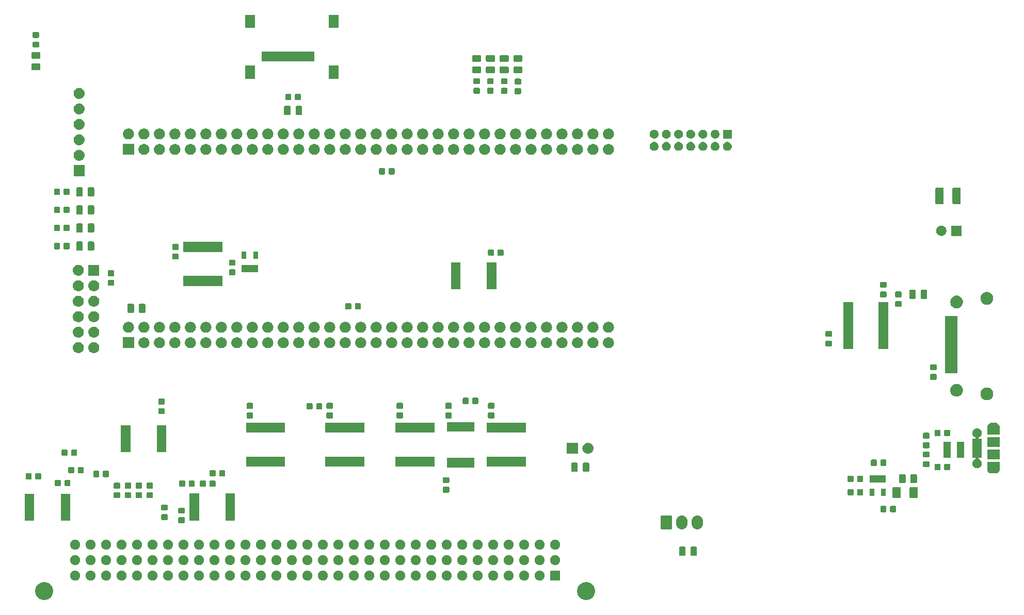
<source format=gbr>
G04 #@! TF.GenerationSoftware,KiCad,Pcbnew,5.0.2+dfsg1-1~bpo9+1*
G04 #@! TF.CreationDate,2022-06-30T13:02:46+02:00*
G04 #@! TF.ProjectId,nubus-to-ztex,6e756275-732d-4746-9f2d-7a7465782e6b,rev?*
G04 #@! TF.SameCoordinates,Original*
G04 #@! TF.FileFunction,Soldermask,Top*
G04 #@! TF.FilePolarity,Negative*
%FSLAX46Y46*%
G04 Gerber Fmt 4.6, Leading zero omitted, Abs format (unit mm)*
G04 Created by KiCad (PCBNEW 5.0.2+dfsg1-1~bpo9+1) date Thu Jun 30 13:02:46 2022*
%MOMM*%
%LPD*%
G01*
G04 APERTURE LIST*
%ADD10C,0.100000*%
G04 APERTURE END LIST*
D10*
G36*
X205510531Y-101120721D02*
X205779149Y-101231986D01*
X206020898Y-101393518D01*
X206226482Y-101599102D01*
X206388014Y-101840851D01*
X206499279Y-102109469D01*
X206556000Y-102394625D01*
X206556000Y-102685375D01*
X206499279Y-102970531D01*
X206388014Y-103239149D01*
X206226482Y-103480898D01*
X206020898Y-103686482D01*
X205779149Y-103848014D01*
X205510531Y-103959279D01*
X205225375Y-104016000D01*
X204934625Y-104016000D01*
X204649469Y-103959279D01*
X204380851Y-103848014D01*
X204139102Y-103686482D01*
X203933518Y-103480898D01*
X203771986Y-103239149D01*
X203660721Y-102970531D01*
X203604000Y-102685375D01*
X203604000Y-102394625D01*
X203660721Y-102109469D01*
X203771986Y-101840851D01*
X203933518Y-101599102D01*
X204139102Y-101393518D01*
X204380851Y-101231986D01*
X204649469Y-101120721D01*
X204934625Y-101064000D01*
X205225375Y-101064000D01*
X205510531Y-101120721D01*
X205510531Y-101120721D01*
G37*
G36*
X116610531Y-101120721D02*
X116879149Y-101231986D01*
X117120898Y-101393518D01*
X117326482Y-101599102D01*
X117488014Y-101840851D01*
X117599279Y-102109469D01*
X117656000Y-102394625D01*
X117656000Y-102685375D01*
X117599279Y-102970531D01*
X117488014Y-103239149D01*
X117326482Y-103480898D01*
X117120898Y-103686482D01*
X116879149Y-103848014D01*
X116610531Y-103959279D01*
X116325375Y-104016000D01*
X116034625Y-104016000D01*
X115749469Y-103959279D01*
X115480851Y-103848014D01*
X115239102Y-103686482D01*
X115033518Y-103480898D01*
X114871986Y-103239149D01*
X114760721Y-102970531D01*
X114704000Y-102685375D01*
X114704000Y-102394625D01*
X114760721Y-102109469D01*
X114871986Y-101840851D01*
X115033518Y-101599102D01*
X115239102Y-101393518D01*
X115480851Y-101231986D01*
X115749469Y-101120721D01*
X116034625Y-101064000D01*
X116325375Y-101064000D01*
X116610531Y-101120721D01*
X116610531Y-101120721D01*
G37*
G36*
X144360935Y-99205742D02*
X144511258Y-99268008D01*
X144646545Y-99358404D01*
X144761596Y-99473455D01*
X144851992Y-99608742D01*
X144914258Y-99759065D01*
X144946000Y-99918646D01*
X144946000Y-100081354D01*
X144914258Y-100240935D01*
X144851992Y-100391258D01*
X144761596Y-100526545D01*
X144646545Y-100641596D01*
X144511258Y-100731992D01*
X144360935Y-100794258D01*
X144201354Y-100826000D01*
X144038646Y-100826000D01*
X143879065Y-100794258D01*
X143728742Y-100731992D01*
X143593455Y-100641596D01*
X143478404Y-100526545D01*
X143388008Y-100391258D01*
X143325742Y-100240935D01*
X143294000Y-100081354D01*
X143294000Y-99918646D01*
X143325742Y-99759065D01*
X143388008Y-99608742D01*
X143478404Y-99473455D01*
X143593455Y-99358404D01*
X143728742Y-99268008D01*
X143879065Y-99205742D01*
X144038646Y-99174000D01*
X144201354Y-99174000D01*
X144360935Y-99205742D01*
X144360935Y-99205742D01*
G37*
G36*
X164680935Y-99205742D02*
X164831258Y-99268008D01*
X164966545Y-99358404D01*
X165081596Y-99473455D01*
X165171992Y-99608742D01*
X165234258Y-99759065D01*
X165266000Y-99918646D01*
X165266000Y-100081354D01*
X165234258Y-100240935D01*
X165171992Y-100391258D01*
X165081596Y-100526545D01*
X164966545Y-100641596D01*
X164831258Y-100731992D01*
X164680935Y-100794258D01*
X164521354Y-100826000D01*
X164358646Y-100826000D01*
X164199065Y-100794258D01*
X164048742Y-100731992D01*
X163913455Y-100641596D01*
X163798404Y-100526545D01*
X163708008Y-100391258D01*
X163645742Y-100240935D01*
X163614000Y-100081354D01*
X163614000Y-99918646D01*
X163645742Y-99759065D01*
X163708008Y-99608742D01*
X163798404Y-99473455D01*
X163913455Y-99358404D01*
X164048742Y-99268008D01*
X164199065Y-99205742D01*
X164358646Y-99174000D01*
X164521354Y-99174000D01*
X164680935Y-99205742D01*
X164680935Y-99205742D01*
G37*
G36*
X162140935Y-99205742D02*
X162291258Y-99268008D01*
X162426545Y-99358404D01*
X162541596Y-99473455D01*
X162631992Y-99608742D01*
X162694258Y-99759065D01*
X162726000Y-99918646D01*
X162726000Y-100081354D01*
X162694258Y-100240935D01*
X162631992Y-100391258D01*
X162541596Y-100526545D01*
X162426545Y-100641596D01*
X162291258Y-100731992D01*
X162140935Y-100794258D01*
X161981354Y-100826000D01*
X161818646Y-100826000D01*
X161659065Y-100794258D01*
X161508742Y-100731992D01*
X161373455Y-100641596D01*
X161258404Y-100526545D01*
X161168008Y-100391258D01*
X161105742Y-100240935D01*
X161074000Y-100081354D01*
X161074000Y-99918646D01*
X161105742Y-99759065D01*
X161168008Y-99608742D01*
X161258404Y-99473455D01*
X161373455Y-99358404D01*
X161508742Y-99268008D01*
X161659065Y-99205742D01*
X161818646Y-99174000D01*
X161981354Y-99174000D01*
X162140935Y-99205742D01*
X162140935Y-99205742D01*
G37*
G36*
X159600935Y-99205742D02*
X159751258Y-99268008D01*
X159886545Y-99358404D01*
X160001596Y-99473455D01*
X160091992Y-99608742D01*
X160154258Y-99759065D01*
X160186000Y-99918646D01*
X160186000Y-100081354D01*
X160154258Y-100240935D01*
X160091992Y-100391258D01*
X160001596Y-100526545D01*
X159886545Y-100641596D01*
X159751258Y-100731992D01*
X159600935Y-100794258D01*
X159441354Y-100826000D01*
X159278646Y-100826000D01*
X159119065Y-100794258D01*
X158968742Y-100731992D01*
X158833455Y-100641596D01*
X158718404Y-100526545D01*
X158628008Y-100391258D01*
X158565742Y-100240935D01*
X158534000Y-100081354D01*
X158534000Y-99918646D01*
X158565742Y-99759065D01*
X158628008Y-99608742D01*
X158718404Y-99473455D01*
X158833455Y-99358404D01*
X158968742Y-99268008D01*
X159119065Y-99205742D01*
X159278646Y-99174000D01*
X159441354Y-99174000D01*
X159600935Y-99205742D01*
X159600935Y-99205742D01*
G37*
G36*
X157060935Y-99205742D02*
X157211258Y-99268008D01*
X157346545Y-99358404D01*
X157461596Y-99473455D01*
X157551992Y-99608742D01*
X157614258Y-99759065D01*
X157646000Y-99918646D01*
X157646000Y-100081354D01*
X157614258Y-100240935D01*
X157551992Y-100391258D01*
X157461596Y-100526545D01*
X157346545Y-100641596D01*
X157211258Y-100731992D01*
X157060935Y-100794258D01*
X156901354Y-100826000D01*
X156738646Y-100826000D01*
X156579065Y-100794258D01*
X156428742Y-100731992D01*
X156293455Y-100641596D01*
X156178404Y-100526545D01*
X156088008Y-100391258D01*
X156025742Y-100240935D01*
X155994000Y-100081354D01*
X155994000Y-99918646D01*
X156025742Y-99759065D01*
X156088008Y-99608742D01*
X156178404Y-99473455D01*
X156293455Y-99358404D01*
X156428742Y-99268008D01*
X156579065Y-99205742D01*
X156738646Y-99174000D01*
X156901354Y-99174000D01*
X157060935Y-99205742D01*
X157060935Y-99205742D01*
G37*
G36*
X154520935Y-99205742D02*
X154671258Y-99268008D01*
X154806545Y-99358404D01*
X154921596Y-99473455D01*
X155011992Y-99608742D01*
X155074258Y-99759065D01*
X155106000Y-99918646D01*
X155106000Y-100081354D01*
X155074258Y-100240935D01*
X155011992Y-100391258D01*
X154921596Y-100526545D01*
X154806545Y-100641596D01*
X154671258Y-100731992D01*
X154520935Y-100794258D01*
X154361354Y-100826000D01*
X154198646Y-100826000D01*
X154039065Y-100794258D01*
X153888742Y-100731992D01*
X153753455Y-100641596D01*
X153638404Y-100526545D01*
X153548008Y-100391258D01*
X153485742Y-100240935D01*
X153454000Y-100081354D01*
X153454000Y-99918646D01*
X153485742Y-99759065D01*
X153548008Y-99608742D01*
X153638404Y-99473455D01*
X153753455Y-99358404D01*
X153888742Y-99268008D01*
X154039065Y-99205742D01*
X154198646Y-99174000D01*
X154361354Y-99174000D01*
X154520935Y-99205742D01*
X154520935Y-99205742D01*
G37*
G36*
X151980935Y-99205742D02*
X152131258Y-99268008D01*
X152266545Y-99358404D01*
X152381596Y-99473455D01*
X152471992Y-99608742D01*
X152534258Y-99759065D01*
X152566000Y-99918646D01*
X152566000Y-100081354D01*
X152534258Y-100240935D01*
X152471992Y-100391258D01*
X152381596Y-100526545D01*
X152266545Y-100641596D01*
X152131258Y-100731992D01*
X151980935Y-100794258D01*
X151821354Y-100826000D01*
X151658646Y-100826000D01*
X151499065Y-100794258D01*
X151348742Y-100731992D01*
X151213455Y-100641596D01*
X151098404Y-100526545D01*
X151008008Y-100391258D01*
X150945742Y-100240935D01*
X150914000Y-100081354D01*
X150914000Y-99918646D01*
X150945742Y-99759065D01*
X151008008Y-99608742D01*
X151098404Y-99473455D01*
X151213455Y-99358404D01*
X151348742Y-99268008D01*
X151499065Y-99205742D01*
X151658646Y-99174000D01*
X151821354Y-99174000D01*
X151980935Y-99205742D01*
X151980935Y-99205742D01*
G37*
G36*
X149440935Y-99205742D02*
X149591258Y-99268008D01*
X149726545Y-99358404D01*
X149841596Y-99473455D01*
X149931992Y-99608742D01*
X149994258Y-99759065D01*
X150026000Y-99918646D01*
X150026000Y-100081354D01*
X149994258Y-100240935D01*
X149931992Y-100391258D01*
X149841596Y-100526545D01*
X149726545Y-100641596D01*
X149591258Y-100731992D01*
X149440935Y-100794258D01*
X149281354Y-100826000D01*
X149118646Y-100826000D01*
X148959065Y-100794258D01*
X148808742Y-100731992D01*
X148673455Y-100641596D01*
X148558404Y-100526545D01*
X148468008Y-100391258D01*
X148405742Y-100240935D01*
X148374000Y-100081354D01*
X148374000Y-99918646D01*
X148405742Y-99759065D01*
X148468008Y-99608742D01*
X148558404Y-99473455D01*
X148673455Y-99358404D01*
X148808742Y-99268008D01*
X148959065Y-99205742D01*
X149118646Y-99174000D01*
X149281354Y-99174000D01*
X149440935Y-99205742D01*
X149440935Y-99205742D01*
G37*
G36*
X146900935Y-99205742D02*
X147051258Y-99268008D01*
X147186545Y-99358404D01*
X147301596Y-99473455D01*
X147391992Y-99608742D01*
X147454258Y-99759065D01*
X147486000Y-99918646D01*
X147486000Y-100081354D01*
X147454258Y-100240935D01*
X147391992Y-100391258D01*
X147301596Y-100526545D01*
X147186545Y-100641596D01*
X147051258Y-100731992D01*
X146900935Y-100794258D01*
X146741354Y-100826000D01*
X146578646Y-100826000D01*
X146419065Y-100794258D01*
X146268742Y-100731992D01*
X146133455Y-100641596D01*
X146018404Y-100526545D01*
X145928008Y-100391258D01*
X145865742Y-100240935D01*
X145834000Y-100081354D01*
X145834000Y-99918646D01*
X145865742Y-99759065D01*
X145928008Y-99608742D01*
X146018404Y-99473455D01*
X146133455Y-99358404D01*
X146268742Y-99268008D01*
X146419065Y-99205742D01*
X146578646Y-99174000D01*
X146741354Y-99174000D01*
X146900935Y-99205742D01*
X146900935Y-99205742D01*
G37*
G36*
X187540935Y-99205742D02*
X187691258Y-99268008D01*
X187826545Y-99358404D01*
X187941596Y-99473455D01*
X188031992Y-99608742D01*
X188094258Y-99759065D01*
X188126000Y-99918646D01*
X188126000Y-100081354D01*
X188094258Y-100240935D01*
X188031992Y-100391258D01*
X187941596Y-100526545D01*
X187826545Y-100641596D01*
X187691258Y-100731992D01*
X187540935Y-100794258D01*
X187381354Y-100826000D01*
X187218646Y-100826000D01*
X187059065Y-100794258D01*
X186908742Y-100731992D01*
X186773455Y-100641596D01*
X186658404Y-100526545D01*
X186568008Y-100391258D01*
X186505742Y-100240935D01*
X186474000Y-100081354D01*
X186474000Y-99918646D01*
X186505742Y-99759065D01*
X186568008Y-99608742D01*
X186658404Y-99473455D01*
X186773455Y-99358404D01*
X186908742Y-99268008D01*
X187059065Y-99205742D01*
X187218646Y-99174000D01*
X187381354Y-99174000D01*
X187540935Y-99205742D01*
X187540935Y-99205742D01*
G37*
G36*
X141820935Y-99205742D02*
X141971258Y-99268008D01*
X142106545Y-99358404D01*
X142221596Y-99473455D01*
X142311992Y-99608742D01*
X142374258Y-99759065D01*
X142406000Y-99918646D01*
X142406000Y-100081354D01*
X142374258Y-100240935D01*
X142311992Y-100391258D01*
X142221596Y-100526545D01*
X142106545Y-100641596D01*
X141971258Y-100731992D01*
X141820935Y-100794258D01*
X141661354Y-100826000D01*
X141498646Y-100826000D01*
X141339065Y-100794258D01*
X141188742Y-100731992D01*
X141053455Y-100641596D01*
X140938404Y-100526545D01*
X140848008Y-100391258D01*
X140785742Y-100240935D01*
X140754000Y-100081354D01*
X140754000Y-99918646D01*
X140785742Y-99759065D01*
X140848008Y-99608742D01*
X140938404Y-99473455D01*
X141053455Y-99358404D01*
X141188742Y-99268008D01*
X141339065Y-99205742D01*
X141498646Y-99174000D01*
X141661354Y-99174000D01*
X141820935Y-99205742D01*
X141820935Y-99205742D01*
G37*
G36*
X139280935Y-99205742D02*
X139431258Y-99268008D01*
X139566545Y-99358404D01*
X139681596Y-99473455D01*
X139771992Y-99608742D01*
X139834258Y-99759065D01*
X139866000Y-99918646D01*
X139866000Y-100081354D01*
X139834258Y-100240935D01*
X139771992Y-100391258D01*
X139681596Y-100526545D01*
X139566545Y-100641596D01*
X139431258Y-100731992D01*
X139280935Y-100794258D01*
X139121354Y-100826000D01*
X138958646Y-100826000D01*
X138799065Y-100794258D01*
X138648742Y-100731992D01*
X138513455Y-100641596D01*
X138398404Y-100526545D01*
X138308008Y-100391258D01*
X138245742Y-100240935D01*
X138214000Y-100081354D01*
X138214000Y-99918646D01*
X138245742Y-99759065D01*
X138308008Y-99608742D01*
X138398404Y-99473455D01*
X138513455Y-99358404D01*
X138648742Y-99268008D01*
X138799065Y-99205742D01*
X138958646Y-99174000D01*
X139121354Y-99174000D01*
X139280935Y-99205742D01*
X139280935Y-99205742D01*
G37*
G36*
X136740935Y-99205742D02*
X136891258Y-99268008D01*
X137026545Y-99358404D01*
X137141596Y-99473455D01*
X137231992Y-99608742D01*
X137294258Y-99759065D01*
X137326000Y-99918646D01*
X137326000Y-100081354D01*
X137294258Y-100240935D01*
X137231992Y-100391258D01*
X137141596Y-100526545D01*
X137026545Y-100641596D01*
X136891258Y-100731992D01*
X136740935Y-100794258D01*
X136581354Y-100826000D01*
X136418646Y-100826000D01*
X136259065Y-100794258D01*
X136108742Y-100731992D01*
X135973455Y-100641596D01*
X135858404Y-100526545D01*
X135768008Y-100391258D01*
X135705742Y-100240935D01*
X135674000Y-100081354D01*
X135674000Y-99918646D01*
X135705742Y-99759065D01*
X135768008Y-99608742D01*
X135858404Y-99473455D01*
X135973455Y-99358404D01*
X136108742Y-99268008D01*
X136259065Y-99205742D01*
X136418646Y-99174000D01*
X136581354Y-99174000D01*
X136740935Y-99205742D01*
X136740935Y-99205742D01*
G37*
G36*
X134200935Y-99205742D02*
X134351258Y-99268008D01*
X134486545Y-99358404D01*
X134601596Y-99473455D01*
X134691992Y-99608742D01*
X134754258Y-99759065D01*
X134786000Y-99918646D01*
X134786000Y-100081354D01*
X134754258Y-100240935D01*
X134691992Y-100391258D01*
X134601596Y-100526545D01*
X134486545Y-100641596D01*
X134351258Y-100731992D01*
X134200935Y-100794258D01*
X134041354Y-100826000D01*
X133878646Y-100826000D01*
X133719065Y-100794258D01*
X133568742Y-100731992D01*
X133433455Y-100641596D01*
X133318404Y-100526545D01*
X133228008Y-100391258D01*
X133165742Y-100240935D01*
X133134000Y-100081354D01*
X133134000Y-99918646D01*
X133165742Y-99759065D01*
X133228008Y-99608742D01*
X133318404Y-99473455D01*
X133433455Y-99358404D01*
X133568742Y-99268008D01*
X133719065Y-99205742D01*
X133878646Y-99174000D01*
X134041354Y-99174000D01*
X134200935Y-99205742D01*
X134200935Y-99205742D01*
G37*
G36*
X131660935Y-99205742D02*
X131811258Y-99268008D01*
X131946545Y-99358404D01*
X132061596Y-99473455D01*
X132151992Y-99608742D01*
X132214258Y-99759065D01*
X132246000Y-99918646D01*
X132246000Y-100081354D01*
X132214258Y-100240935D01*
X132151992Y-100391258D01*
X132061596Y-100526545D01*
X131946545Y-100641596D01*
X131811258Y-100731992D01*
X131660935Y-100794258D01*
X131501354Y-100826000D01*
X131338646Y-100826000D01*
X131179065Y-100794258D01*
X131028742Y-100731992D01*
X130893455Y-100641596D01*
X130778404Y-100526545D01*
X130688008Y-100391258D01*
X130625742Y-100240935D01*
X130594000Y-100081354D01*
X130594000Y-99918646D01*
X130625742Y-99759065D01*
X130688008Y-99608742D01*
X130778404Y-99473455D01*
X130893455Y-99358404D01*
X131028742Y-99268008D01*
X131179065Y-99205742D01*
X131338646Y-99174000D01*
X131501354Y-99174000D01*
X131660935Y-99205742D01*
X131660935Y-99205742D01*
G37*
G36*
X129120935Y-99205742D02*
X129271258Y-99268008D01*
X129406545Y-99358404D01*
X129521596Y-99473455D01*
X129611992Y-99608742D01*
X129674258Y-99759065D01*
X129706000Y-99918646D01*
X129706000Y-100081354D01*
X129674258Y-100240935D01*
X129611992Y-100391258D01*
X129521596Y-100526545D01*
X129406545Y-100641596D01*
X129271258Y-100731992D01*
X129120935Y-100794258D01*
X128961354Y-100826000D01*
X128798646Y-100826000D01*
X128639065Y-100794258D01*
X128488742Y-100731992D01*
X128353455Y-100641596D01*
X128238404Y-100526545D01*
X128148008Y-100391258D01*
X128085742Y-100240935D01*
X128054000Y-100081354D01*
X128054000Y-99918646D01*
X128085742Y-99759065D01*
X128148008Y-99608742D01*
X128238404Y-99473455D01*
X128353455Y-99358404D01*
X128488742Y-99268008D01*
X128639065Y-99205742D01*
X128798646Y-99174000D01*
X128961354Y-99174000D01*
X129120935Y-99205742D01*
X129120935Y-99205742D01*
G37*
G36*
X167220935Y-99205742D02*
X167371258Y-99268008D01*
X167506545Y-99358404D01*
X167621596Y-99473455D01*
X167711992Y-99608742D01*
X167774258Y-99759065D01*
X167806000Y-99918646D01*
X167806000Y-100081354D01*
X167774258Y-100240935D01*
X167711992Y-100391258D01*
X167621596Y-100526545D01*
X167506545Y-100641596D01*
X167371258Y-100731992D01*
X167220935Y-100794258D01*
X167061354Y-100826000D01*
X166898646Y-100826000D01*
X166739065Y-100794258D01*
X166588742Y-100731992D01*
X166453455Y-100641596D01*
X166338404Y-100526545D01*
X166248008Y-100391258D01*
X166185742Y-100240935D01*
X166154000Y-100081354D01*
X166154000Y-99918646D01*
X166185742Y-99759065D01*
X166248008Y-99608742D01*
X166338404Y-99473455D01*
X166453455Y-99358404D01*
X166588742Y-99268008D01*
X166739065Y-99205742D01*
X166898646Y-99174000D01*
X167061354Y-99174000D01*
X167220935Y-99205742D01*
X167220935Y-99205742D01*
G37*
G36*
X169760935Y-99205742D02*
X169911258Y-99268008D01*
X170046545Y-99358404D01*
X170161596Y-99473455D01*
X170251992Y-99608742D01*
X170314258Y-99759065D01*
X170346000Y-99918646D01*
X170346000Y-100081354D01*
X170314258Y-100240935D01*
X170251992Y-100391258D01*
X170161596Y-100526545D01*
X170046545Y-100641596D01*
X169911258Y-100731992D01*
X169760935Y-100794258D01*
X169601354Y-100826000D01*
X169438646Y-100826000D01*
X169279065Y-100794258D01*
X169128742Y-100731992D01*
X168993455Y-100641596D01*
X168878404Y-100526545D01*
X168788008Y-100391258D01*
X168725742Y-100240935D01*
X168694000Y-100081354D01*
X168694000Y-99918646D01*
X168725742Y-99759065D01*
X168788008Y-99608742D01*
X168878404Y-99473455D01*
X168993455Y-99358404D01*
X169128742Y-99268008D01*
X169279065Y-99205742D01*
X169438646Y-99174000D01*
X169601354Y-99174000D01*
X169760935Y-99205742D01*
X169760935Y-99205742D01*
G37*
G36*
X126580935Y-99205742D02*
X126731258Y-99268008D01*
X126866545Y-99358404D01*
X126981596Y-99473455D01*
X127071992Y-99608742D01*
X127134258Y-99759065D01*
X127166000Y-99918646D01*
X127166000Y-100081354D01*
X127134258Y-100240935D01*
X127071992Y-100391258D01*
X126981596Y-100526545D01*
X126866545Y-100641596D01*
X126731258Y-100731992D01*
X126580935Y-100794258D01*
X126421354Y-100826000D01*
X126258646Y-100826000D01*
X126099065Y-100794258D01*
X125948742Y-100731992D01*
X125813455Y-100641596D01*
X125698404Y-100526545D01*
X125608008Y-100391258D01*
X125545742Y-100240935D01*
X125514000Y-100081354D01*
X125514000Y-99918646D01*
X125545742Y-99759065D01*
X125608008Y-99608742D01*
X125698404Y-99473455D01*
X125813455Y-99358404D01*
X125948742Y-99268008D01*
X126099065Y-99205742D01*
X126258646Y-99174000D01*
X126421354Y-99174000D01*
X126580935Y-99205742D01*
X126580935Y-99205742D01*
G37*
G36*
X121500935Y-99205742D02*
X121651258Y-99268008D01*
X121786545Y-99358404D01*
X121901596Y-99473455D01*
X121991992Y-99608742D01*
X122054258Y-99759065D01*
X122086000Y-99918646D01*
X122086000Y-100081354D01*
X122054258Y-100240935D01*
X121991992Y-100391258D01*
X121901596Y-100526545D01*
X121786545Y-100641596D01*
X121651258Y-100731992D01*
X121500935Y-100794258D01*
X121341354Y-100826000D01*
X121178646Y-100826000D01*
X121019065Y-100794258D01*
X120868742Y-100731992D01*
X120733455Y-100641596D01*
X120618404Y-100526545D01*
X120528008Y-100391258D01*
X120465742Y-100240935D01*
X120434000Y-100081354D01*
X120434000Y-99918646D01*
X120465742Y-99759065D01*
X120528008Y-99608742D01*
X120618404Y-99473455D01*
X120733455Y-99358404D01*
X120868742Y-99268008D01*
X121019065Y-99205742D01*
X121178646Y-99174000D01*
X121341354Y-99174000D01*
X121500935Y-99205742D01*
X121500935Y-99205742D01*
G37*
G36*
X124040935Y-99205742D02*
X124191258Y-99268008D01*
X124326545Y-99358404D01*
X124441596Y-99473455D01*
X124531992Y-99608742D01*
X124594258Y-99759065D01*
X124626000Y-99918646D01*
X124626000Y-100081354D01*
X124594258Y-100240935D01*
X124531992Y-100391258D01*
X124441596Y-100526545D01*
X124326545Y-100641596D01*
X124191258Y-100731992D01*
X124040935Y-100794258D01*
X123881354Y-100826000D01*
X123718646Y-100826000D01*
X123559065Y-100794258D01*
X123408742Y-100731992D01*
X123273455Y-100641596D01*
X123158404Y-100526545D01*
X123068008Y-100391258D01*
X123005742Y-100240935D01*
X122974000Y-100081354D01*
X122974000Y-99918646D01*
X123005742Y-99759065D01*
X123068008Y-99608742D01*
X123158404Y-99473455D01*
X123273455Y-99358404D01*
X123408742Y-99268008D01*
X123559065Y-99205742D01*
X123718646Y-99174000D01*
X123881354Y-99174000D01*
X124040935Y-99205742D01*
X124040935Y-99205742D01*
G37*
G36*
X200679569Y-99178086D02*
X200713558Y-99188396D01*
X200744880Y-99205138D01*
X200772332Y-99227668D01*
X200794862Y-99255120D01*
X200811604Y-99286442D01*
X200821914Y-99320431D01*
X200826000Y-99361914D01*
X200826000Y-100638086D01*
X200821914Y-100679569D01*
X200811604Y-100713558D01*
X200794862Y-100744880D01*
X200772332Y-100772332D01*
X200744880Y-100794862D01*
X200713558Y-100811604D01*
X200679569Y-100821914D01*
X200638086Y-100826000D01*
X199361914Y-100826000D01*
X199320431Y-100821914D01*
X199286442Y-100811604D01*
X199255120Y-100794862D01*
X199227668Y-100772332D01*
X199205138Y-100744880D01*
X199188396Y-100713558D01*
X199178086Y-100679569D01*
X199174000Y-100638086D01*
X199174000Y-99361914D01*
X199178086Y-99320431D01*
X199188396Y-99286442D01*
X199205138Y-99255120D01*
X199227668Y-99227668D01*
X199255120Y-99205138D01*
X199286442Y-99188396D01*
X199320431Y-99178086D01*
X199361914Y-99174000D01*
X200638086Y-99174000D01*
X200679569Y-99178086D01*
X200679569Y-99178086D01*
G37*
G36*
X197700935Y-99205742D02*
X197851258Y-99268008D01*
X197986545Y-99358404D01*
X198101596Y-99473455D01*
X198191992Y-99608742D01*
X198254258Y-99759065D01*
X198286000Y-99918646D01*
X198286000Y-100081354D01*
X198254258Y-100240935D01*
X198191992Y-100391258D01*
X198101596Y-100526545D01*
X197986545Y-100641596D01*
X197851258Y-100731992D01*
X197700935Y-100794258D01*
X197541354Y-100826000D01*
X197378646Y-100826000D01*
X197219065Y-100794258D01*
X197068742Y-100731992D01*
X196933455Y-100641596D01*
X196818404Y-100526545D01*
X196728008Y-100391258D01*
X196665742Y-100240935D01*
X196634000Y-100081354D01*
X196634000Y-99918646D01*
X196665742Y-99759065D01*
X196728008Y-99608742D01*
X196818404Y-99473455D01*
X196933455Y-99358404D01*
X197068742Y-99268008D01*
X197219065Y-99205742D01*
X197378646Y-99174000D01*
X197541354Y-99174000D01*
X197700935Y-99205742D01*
X197700935Y-99205742D01*
G37*
G36*
X195160935Y-99205742D02*
X195311258Y-99268008D01*
X195446545Y-99358404D01*
X195561596Y-99473455D01*
X195651992Y-99608742D01*
X195714258Y-99759065D01*
X195746000Y-99918646D01*
X195746000Y-100081354D01*
X195714258Y-100240935D01*
X195651992Y-100391258D01*
X195561596Y-100526545D01*
X195446545Y-100641596D01*
X195311258Y-100731992D01*
X195160935Y-100794258D01*
X195001354Y-100826000D01*
X194838646Y-100826000D01*
X194679065Y-100794258D01*
X194528742Y-100731992D01*
X194393455Y-100641596D01*
X194278404Y-100526545D01*
X194188008Y-100391258D01*
X194125742Y-100240935D01*
X194094000Y-100081354D01*
X194094000Y-99918646D01*
X194125742Y-99759065D01*
X194188008Y-99608742D01*
X194278404Y-99473455D01*
X194393455Y-99358404D01*
X194528742Y-99268008D01*
X194679065Y-99205742D01*
X194838646Y-99174000D01*
X195001354Y-99174000D01*
X195160935Y-99205742D01*
X195160935Y-99205742D01*
G37*
G36*
X192620935Y-99205742D02*
X192771258Y-99268008D01*
X192906545Y-99358404D01*
X193021596Y-99473455D01*
X193111992Y-99608742D01*
X193174258Y-99759065D01*
X193206000Y-99918646D01*
X193206000Y-100081354D01*
X193174258Y-100240935D01*
X193111992Y-100391258D01*
X193021596Y-100526545D01*
X192906545Y-100641596D01*
X192771258Y-100731992D01*
X192620935Y-100794258D01*
X192461354Y-100826000D01*
X192298646Y-100826000D01*
X192139065Y-100794258D01*
X191988742Y-100731992D01*
X191853455Y-100641596D01*
X191738404Y-100526545D01*
X191648008Y-100391258D01*
X191585742Y-100240935D01*
X191554000Y-100081354D01*
X191554000Y-99918646D01*
X191585742Y-99759065D01*
X191648008Y-99608742D01*
X191738404Y-99473455D01*
X191853455Y-99358404D01*
X191988742Y-99268008D01*
X192139065Y-99205742D01*
X192298646Y-99174000D01*
X192461354Y-99174000D01*
X192620935Y-99205742D01*
X192620935Y-99205742D01*
G37*
G36*
X185000935Y-99205742D02*
X185151258Y-99268008D01*
X185286545Y-99358404D01*
X185401596Y-99473455D01*
X185491992Y-99608742D01*
X185554258Y-99759065D01*
X185586000Y-99918646D01*
X185586000Y-100081354D01*
X185554258Y-100240935D01*
X185491992Y-100391258D01*
X185401596Y-100526545D01*
X185286545Y-100641596D01*
X185151258Y-100731992D01*
X185000935Y-100794258D01*
X184841354Y-100826000D01*
X184678646Y-100826000D01*
X184519065Y-100794258D01*
X184368742Y-100731992D01*
X184233455Y-100641596D01*
X184118404Y-100526545D01*
X184028008Y-100391258D01*
X183965742Y-100240935D01*
X183934000Y-100081354D01*
X183934000Y-99918646D01*
X183965742Y-99759065D01*
X184028008Y-99608742D01*
X184118404Y-99473455D01*
X184233455Y-99358404D01*
X184368742Y-99268008D01*
X184519065Y-99205742D01*
X184678646Y-99174000D01*
X184841354Y-99174000D01*
X185000935Y-99205742D01*
X185000935Y-99205742D01*
G37*
G36*
X182460935Y-99205742D02*
X182611258Y-99268008D01*
X182746545Y-99358404D01*
X182861596Y-99473455D01*
X182951992Y-99608742D01*
X183014258Y-99759065D01*
X183046000Y-99918646D01*
X183046000Y-100081354D01*
X183014258Y-100240935D01*
X182951992Y-100391258D01*
X182861596Y-100526545D01*
X182746545Y-100641596D01*
X182611258Y-100731992D01*
X182460935Y-100794258D01*
X182301354Y-100826000D01*
X182138646Y-100826000D01*
X181979065Y-100794258D01*
X181828742Y-100731992D01*
X181693455Y-100641596D01*
X181578404Y-100526545D01*
X181488008Y-100391258D01*
X181425742Y-100240935D01*
X181394000Y-100081354D01*
X181394000Y-99918646D01*
X181425742Y-99759065D01*
X181488008Y-99608742D01*
X181578404Y-99473455D01*
X181693455Y-99358404D01*
X181828742Y-99268008D01*
X181979065Y-99205742D01*
X182138646Y-99174000D01*
X182301354Y-99174000D01*
X182460935Y-99205742D01*
X182460935Y-99205742D01*
G37*
G36*
X179920935Y-99205742D02*
X180071258Y-99268008D01*
X180206545Y-99358404D01*
X180321596Y-99473455D01*
X180411992Y-99608742D01*
X180474258Y-99759065D01*
X180506000Y-99918646D01*
X180506000Y-100081354D01*
X180474258Y-100240935D01*
X180411992Y-100391258D01*
X180321596Y-100526545D01*
X180206545Y-100641596D01*
X180071258Y-100731992D01*
X179920935Y-100794258D01*
X179761354Y-100826000D01*
X179598646Y-100826000D01*
X179439065Y-100794258D01*
X179288742Y-100731992D01*
X179153455Y-100641596D01*
X179038404Y-100526545D01*
X178948008Y-100391258D01*
X178885742Y-100240935D01*
X178854000Y-100081354D01*
X178854000Y-99918646D01*
X178885742Y-99759065D01*
X178948008Y-99608742D01*
X179038404Y-99473455D01*
X179153455Y-99358404D01*
X179288742Y-99268008D01*
X179439065Y-99205742D01*
X179598646Y-99174000D01*
X179761354Y-99174000D01*
X179920935Y-99205742D01*
X179920935Y-99205742D01*
G37*
G36*
X177380935Y-99205742D02*
X177531258Y-99268008D01*
X177666545Y-99358404D01*
X177781596Y-99473455D01*
X177871992Y-99608742D01*
X177934258Y-99759065D01*
X177966000Y-99918646D01*
X177966000Y-100081354D01*
X177934258Y-100240935D01*
X177871992Y-100391258D01*
X177781596Y-100526545D01*
X177666545Y-100641596D01*
X177531258Y-100731992D01*
X177380935Y-100794258D01*
X177221354Y-100826000D01*
X177058646Y-100826000D01*
X176899065Y-100794258D01*
X176748742Y-100731992D01*
X176613455Y-100641596D01*
X176498404Y-100526545D01*
X176408008Y-100391258D01*
X176345742Y-100240935D01*
X176314000Y-100081354D01*
X176314000Y-99918646D01*
X176345742Y-99759065D01*
X176408008Y-99608742D01*
X176498404Y-99473455D01*
X176613455Y-99358404D01*
X176748742Y-99268008D01*
X176899065Y-99205742D01*
X177058646Y-99174000D01*
X177221354Y-99174000D01*
X177380935Y-99205742D01*
X177380935Y-99205742D01*
G37*
G36*
X174840935Y-99205742D02*
X174991258Y-99268008D01*
X175126545Y-99358404D01*
X175241596Y-99473455D01*
X175331992Y-99608742D01*
X175394258Y-99759065D01*
X175426000Y-99918646D01*
X175426000Y-100081354D01*
X175394258Y-100240935D01*
X175331992Y-100391258D01*
X175241596Y-100526545D01*
X175126545Y-100641596D01*
X174991258Y-100731992D01*
X174840935Y-100794258D01*
X174681354Y-100826000D01*
X174518646Y-100826000D01*
X174359065Y-100794258D01*
X174208742Y-100731992D01*
X174073455Y-100641596D01*
X173958404Y-100526545D01*
X173868008Y-100391258D01*
X173805742Y-100240935D01*
X173774000Y-100081354D01*
X173774000Y-99918646D01*
X173805742Y-99759065D01*
X173868008Y-99608742D01*
X173958404Y-99473455D01*
X174073455Y-99358404D01*
X174208742Y-99268008D01*
X174359065Y-99205742D01*
X174518646Y-99174000D01*
X174681354Y-99174000D01*
X174840935Y-99205742D01*
X174840935Y-99205742D01*
G37*
G36*
X172300935Y-99205742D02*
X172451258Y-99268008D01*
X172586545Y-99358404D01*
X172701596Y-99473455D01*
X172791992Y-99608742D01*
X172854258Y-99759065D01*
X172886000Y-99918646D01*
X172886000Y-100081354D01*
X172854258Y-100240935D01*
X172791992Y-100391258D01*
X172701596Y-100526545D01*
X172586545Y-100641596D01*
X172451258Y-100731992D01*
X172300935Y-100794258D01*
X172141354Y-100826000D01*
X171978646Y-100826000D01*
X171819065Y-100794258D01*
X171668742Y-100731992D01*
X171533455Y-100641596D01*
X171418404Y-100526545D01*
X171328008Y-100391258D01*
X171265742Y-100240935D01*
X171234000Y-100081354D01*
X171234000Y-99918646D01*
X171265742Y-99759065D01*
X171328008Y-99608742D01*
X171418404Y-99473455D01*
X171533455Y-99358404D01*
X171668742Y-99268008D01*
X171819065Y-99205742D01*
X171978646Y-99174000D01*
X172141354Y-99174000D01*
X172300935Y-99205742D01*
X172300935Y-99205742D01*
G37*
G36*
X190080935Y-99205742D02*
X190231258Y-99268008D01*
X190366545Y-99358404D01*
X190481596Y-99473455D01*
X190571992Y-99608742D01*
X190634258Y-99759065D01*
X190666000Y-99918646D01*
X190666000Y-100081354D01*
X190634258Y-100240935D01*
X190571992Y-100391258D01*
X190481596Y-100526545D01*
X190366545Y-100641596D01*
X190231258Y-100731992D01*
X190080935Y-100794258D01*
X189921354Y-100826000D01*
X189758646Y-100826000D01*
X189599065Y-100794258D01*
X189448742Y-100731992D01*
X189313455Y-100641596D01*
X189198404Y-100526545D01*
X189108008Y-100391258D01*
X189045742Y-100240935D01*
X189014000Y-100081354D01*
X189014000Y-99918646D01*
X189045742Y-99759065D01*
X189108008Y-99608742D01*
X189198404Y-99473455D01*
X189313455Y-99358404D01*
X189448742Y-99268008D01*
X189599065Y-99205742D01*
X189758646Y-99174000D01*
X189921354Y-99174000D01*
X190080935Y-99205742D01*
X190080935Y-99205742D01*
G37*
G36*
X192620935Y-96665742D02*
X192771258Y-96728008D01*
X192906545Y-96818404D01*
X193021596Y-96933455D01*
X193111992Y-97068742D01*
X193174258Y-97219065D01*
X193206000Y-97378646D01*
X193206000Y-97541354D01*
X193174258Y-97700935D01*
X193111992Y-97851258D01*
X193021596Y-97986545D01*
X192906545Y-98101596D01*
X192771258Y-98191992D01*
X192620935Y-98254258D01*
X192461354Y-98286000D01*
X192298646Y-98286000D01*
X192139065Y-98254258D01*
X191988742Y-98191992D01*
X191853455Y-98101596D01*
X191738404Y-97986545D01*
X191648008Y-97851258D01*
X191585742Y-97700935D01*
X191554000Y-97541354D01*
X191554000Y-97378646D01*
X191585742Y-97219065D01*
X191648008Y-97068742D01*
X191738404Y-96933455D01*
X191853455Y-96818404D01*
X191988742Y-96728008D01*
X192139065Y-96665742D01*
X192298646Y-96634000D01*
X192461354Y-96634000D01*
X192620935Y-96665742D01*
X192620935Y-96665742D01*
G37*
G36*
X149440935Y-96665742D02*
X149591258Y-96728008D01*
X149726545Y-96818404D01*
X149841596Y-96933455D01*
X149931992Y-97068742D01*
X149994258Y-97219065D01*
X150026000Y-97378646D01*
X150026000Y-97541354D01*
X149994258Y-97700935D01*
X149931992Y-97851258D01*
X149841596Y-97986545D01*
X149726545Y-98101596D01*
X149591258Y-98191992D01*
X149440935Y-98254258D01*
X149281354Y-98286000D01*
X149118646Y-98286000D01*
X148959065Y-98254258D01*
X148808742Y-98191992D01*
X148673455Y-98101596D01*
X148558404Y-97986545D01*
X148468008Y-97851258D01*
X148405742Y-97700935D01*
X148374000Y-97541354D01*
X148374000Y-97378646D01*
X148405742Y-97219065D01*
X148468008Y-97068742D01*
X148558404Y-96933455D01*
X148673455Y-96818404D01*
X148808742Y-96728008D01*
X148959065Y-96665742D01*
X149118646Y-96634000D01*
X149281354Y-96634000D01*
X149440935Y-96665742D01*
X149440935Y-96665742D01*
G37*
G36*
X162140935Y-96665742D02*
X162291258Y-96728008D01*
X162426545Y-96818404D01*
X162541596Y-96933455D01*
X162631992Y-97068742D01*
X162694258Y-97219065D01*
X162726000Y-97378646D01*
X162726000Y-97541354D01*
X162694258Y-97700935D01*
X162631992Y-97851258D01*
X162541596Y-97986545D01*
X162426545Y-98101596D01*
X162291258Y-98191992D01*
X162140935Y-98254258D01*
X161981354Y-98286000D01*
X161818646Y-98286000D01*
X161659065Y-98254258D01*
X161508742Y-98191992D01*
X161373455Y-98101596D01*
X161258404Y-97986545D01*
X161168008Y-97851258D01*
X161105742Y-97700935D01*
X161074000Y-97541354D01*
X161074000Y-97378646D01*
X161105742Y-97219065D01*
X161168008Y-97068742D01*
X161258404Y-96933455D01*
X161373455Y-96818404D01*
X161508742Y-96728008D01*
X161659065Y-96665742D01*
X161818646Y-96634000D01*
X161981354Y-96634000D01*
X162140935Y-96665742D01*
X162140935Y-96665742D01*
G37*
G36*
X164680935Y-96665742D02*
X164831258Y-96728008D01*
X164966545Y-96818404D01*
X165081596Y-96933455D01*
X165171992Y-97068742D01*
X165234258Y-97219065D01*
X165266000Y-97378646D01*
X165266000Y-97541354D01*
X165234258Y-97700935D01*
X165171992Y-97851258D01*
X165081596Y-97986545D01*
X164966545Y-98101596D01*
X164831258Y-98191992D01*
X164680935Y-98254258D01*
X164521354Y-98286000D01*
X164358646Y-98286000D01*
X164199065Y-98254258D01*
X164048742Y-98191992D01*
X163913455Y-98101596D01*
X163798404Y-97986545D01*
X163708008Y-97851258D01*
X163645742Y-97700935D01*
X163614000Y-97541354D01*
X163614000Y-97378646D01*
X163645742Y-97219065D01*
X163708008Y-97068742D01*
X163798404Y-96933455D01*
X163913455Y-96818404D01*
X164048742Y-96728008D01*
X164199065Y-96665742D01*
X164358646Y-96634000D01*
X164521354Y-96634000D01*
X164680935Y-96665742D01*
X164680935Y-96665742D01*
G37*
G36*
X167220935Y-96665742D02*
X167371258Y-96728008D01*
X167506545Y-96818404D01*
X167621596Y-96933455D01*
X167711992Y-97068742D01*
X167774258Y-97219065D01*
X167806000Y-97378646D01*
X167806000Y-97541354D01*
X167774258Y-97700935D01*
X167711992Y-97851258D01*
X167621596Y-97986545D01*
X167506545Y-98101596D01*
X167371258Y-98191992D01*
X167220935Y-98254258D01*
X167061354Y-98286000D01*
X166898646Y-98286000D01*
X166739065Y-98254258D01*
X166588742Y-98191992D01*
X166453455Y-98101596D01*
X166338404Y-97986545D01*
X166248008Y-97851258D01*
X166185742Y-97700935D01*
X166154000Y-97541354D01*
X166154000Y-97378646D01*
X166185742Y-97219065D01*
X166248008Y-97068742D01*
X166338404Y-96933455D01*
X166453455Y-96818404D01*
X166588742Y-96728008D01*
X166739065Y-96665742D01*
X166898646Y-96634000D01*
X167061354Y-96634000D01*
X167220935Y-96665742D01*
X167220935Y-96665742D01*
G37*
G36*
X169760935Y-96665742D02*
X169911258Y-96728008D01*
X170046545Y-96818404D01*
X170161596Y-96933455D01*
X170251992Y-97068742D01*
X170314258Y-97219065D01*
X170346000Y-97378646D01*
X170346000Y-97541354D01*
X170314258Y-97700935D01*
X170251992Y-97851258D01*
X170161596Y-97986545D01*
X170046545Y-98101596D01*
X169911258Y-98191992D01*
X169760935Y-98254258D01*
X169601354Y-98286000D01*
X169438646Y-98286000D01*
X169279065Y-98254258D01*
X169128742Y-98191992D01*
X168993455Y-98101596D01*
X168878404Y-97986545D01*
X168788008Y-97851258D01*
X168725742Y-97700935D01*
X168694000Y-97541354D01*
X168694000Y-97378646D01*
X168725742Y-97219065D01*
X168788008Y-97068742D01*
X168878404Y-96933455D01*
X168993455Y-96818404D01*
X169128742Y-96728008D01*
X169279065Y-96665742D01*
X169438646Y-96634000D01*
X169601354Y-96634000D01*
X169760935Y-96665742D01*
X169760935Y-96665742D01*
G37*
G36*
X172300935Y-96665742D02*
X172451258Y-96728008D01*
X172586545Y-96818404D01*
X172701596Y-96933455D01*
X172791992Y-97068742D01*
X172854258Y-97219065D01*
X172886000Y-97378646D01*
X172886000Y-97541354D01*
X172854258Y-97700935D01*
X172791992Y-97851258D01*
X172701596Y-97986545D01*
X172586545Y-98101596D01*
X172451258Y-98191992D01*
X172300935Y-98254258D01*
X172141354Y-98286000D01*
X171978646Y-98286000D01*
X171819065Y-98254258D01*
X171668742Y-98191992D01*
X171533455Y-98101596D01*
X171418404Y-97986545D01*
X171328008Y-97851258D01*
X171265742Y-97700935D01*
X171234000Y-97541354D01*
X171234000Y-97378646D01*
X171265742Y-97219065D01*
X171328008Y-97068742D01*
X171418404Y-96933455D01*
X171533455Y-96818404D01*
X171668742Y-96728008D01*
X171819065Y-96665742D01*
X171978646Y-96634000D01*
X172141354Y-96634000D01*
X172300935Y-96665742D01*
X172300935Y-96665742D01*
G37*
G36*
X174840935Y-96665742D02*
X174991258Y-96728008D01*
X175126545Y-96818404D01*
X175241596Y-96933455D01*
X175331992Y-97068742D01*
X175394258Y-97219065D01*
X175426000Y-97378646D01*
X175426000Y-97541354D01*
X175394258Y-97700935D01*
X175331992Y-97851258D01*
X175241596Y-97986545D01*
X175126545Y-98101596D01*
X174991258Y-98191992D01*
X174840935Y-98254258D01*
X174681354Y-98286000D01*
X174518646Y-98286000D01*
X174359065Y-98254258D01*
X174208742Y-98191992D01*
X174073455Y-98101596D01*
X173958404Y-97986545D01*
X173868008Y-97851258D01*
X173805742Y-97700935D01*
X173774000Y-97541354D01*
X173774000Y-97378646D01*
X173805742Y-97219065D01*
X173868008Y-97068742D01*
X173958404Y-96933455D01*
X174073455Y-96818404D01*
X174208742Y-96728008D01*
X174359065Y-96665742D01*
X174518646Y-96634000D01*
X174681354Y-96634000D01*
X174840935Y-96665742D01*
X174840935Y-96665742D01*
G37*
G36*
X177380935Y-96665742D02*
X177531258Y-96728008D01*
X177666545Y-96818404D01*
X177781596Y-96933455D01*
X177871992Y-97068742D01*
X177934258Y-97219065D01*
X177966000Y-97378646D01*
X177966000Y-97541354D01*
X177934258Y-97700935D01*
X177871992Y-97851258D01*
X177781596Y-97986545D01*
X177666545Y-98101596D01*
X177531258Y-98191992D01*
X177380935Y-98254258D01*
X177221354Y-98286000D01*
X177058646Y-98286000D01*
X176899065Y-98254258D01*
X176748742Y-98191992D01*
X176613455Y-98101596D01*
X176498404Y-97986545D01*
X176408008Y-97851258D01*
X176345742Y-97700935D01*
X176314000Y-97541354D01*
X176314000Y-97378646D01*
X176345742Y-97219065D01*
X176408008Y-97068742D01*
X176498404Y-96933455D01*
X176613455Y-96818404D01*
X176748742Y-96728008D01*
X176899065Y-96665742D01*
X177058646Y-96634000D01*
X177221354Y-96634000D01*
X177380935Y-96665742D01*
X177380935Y-96665742D01*
G37*
G36*
X179920935Y-96665742D02*
X180071258Y-96728008D01*
X180206545Y-96818404D01*
X180321596Y-96933455D01*
X180411992Y-97068742D01*
X180474258Y-97219065D01*
X180506000Y-97378646D01*
X180506000Y-97541354D01*
X180474258Y-97700935D01*
X180411992Y-97851258D01*
X180321596Y-97986545D01*
X180206545Y-98101596D01*
X180071258Y-98191992D01*
X179920935Y-98254258D01*
X179761354Y-98286000D01*
X179598646Y-98286000D01*
X179439065Y-98254258D01*
X179288742Y-98191992D01*
X179153455Y-98101596D01*
X179038404Y-97986545D01*
X178948008Y-97851258D01*
X178885742Y-97700935D01*
X178854000Y-97541354D01*
X178854000Y-97378646D01*
X178885742Y-97219065D01*
X178948008Y-97068742D01*
X179038404Y-96933455D01*
X179153455Y-96818404D01*
X179288742Y-96728008D01*
X179439065Y-96665742D01*
X179598646Y-96634000D01*
X179761354Y-96634000D01*
X179920935Y-96665742D01*
X179920935Y-96665742D01*
G37*
G36*
X182460935Y-96665742D02*
X182611258Y-96728008D01*
X182746545Y-96818404D01*
X182861596Y-96933455D01*
X182951992Y-97068742D01*
X183014258Y-97219065D01*
X183046000Y-97378646D01*
X183046000Y-97541354D01*
X183014258Y-97700935D01*
X182951992Y-97851258D01*
X182861596Y-97986545D01*
X182746545Y-98101596D01*
X182611258Y-98191992D01*
X182460935Y-98254258D01*
X182301354Y-98286000D01*
X182138646Y-98286000D01*
X181979065Y-98254258D01*
X181828742Y-98191992D01*
X181693455Y-98101596D01*
X181578404Y-97986545D01*
X181488008Y-97851258D01*
X181425742Y-97700935D01*
X181394000Y-97541354D01*
X181394000Y-97378646D01*
X181425742Y-97219065D01*
X181488008Y-97068742D01*
X181578404Y-96933455D01*
X181693455Y-96818404D01*
X181828742Y-96728008D01*
X181979065Y-96665742D01*
X182138646Y-96634000D01*
X182301354Y-96634000D01*
X182460935Y-96665742D01*
X182460935Y-96665742D01*
G37*
G36*
X185000935Y-96665742D02*
X185151258Y-96728008D01*
X185286545Y-96818404D01*
X185401596Y-96933455D01*
X185491992Y-97068742D01*
X185554258Y-97219065D01*
X185586000Y-97378646D01*
X185586000Y-97541354D01*
X185554258Y-97700935D01*
X185491992Y-97851258D01*
X185401596Y-97986545D01*
X185286545Y-98101596D01*
X185151258Y-98191992D01*
X185000935Y-98254258D01*
X184841354Y-98286000D01*
X184678646Y-98286000D01*
X184519065Y-98254258D01*
X184368742Y-98191992D01*
X184233455Y-98101596D01*
X184118404Y-97986545D01*
X184028008Y-97851258D01*
X183965742Y-97700935D01*
X183934000Y-97541354D01*
X183934000Y-97378646D01*
X183965742Y-97219065D01*
X184028008Y-97068742D01*
X184118404Y-96933455D01*
X184233455Y-96818404D01*
X184368742Y-96728008D01*
X184519065Y-96665742D01*
X184678646Y-96634000D01*
X184841354Y-96634000D01*
X185000935Y-96665742D01*
X185000935Y-96665742D01*
G37*
G36*
X187540935Y-96665742D02*
X187691258Y-96728008D01*
X187826545Y-96818404D01*
X187941596Y-96933455D01*
X188031992Y-97068742D01*
X188094258Y-97219065D01*
X188126000Y-97378646D01*
X188126000Y-97541354D01*
X188094258Y-97700935D01*
X188031992Y-97851258D01*
X187941596Y-97986545D01*
X187826545Y-98101596D01*
X187691258Y-98191992D01*
X187540935Y-98254258D01*
X187381354Y-98286000D01*
X187218646Y-98286000D01*
X187059065Y-98254258D01*
X186908742Y-98191992D01*
X186773455Y-98101596D01*
X186658404Y-97986545D01*
X186568008Y-97851258D01*
X186505742Y-97700935D01*
X186474000Y-97541354D01*
X186474000Y-97378646D01*
X186505742Y-97219065D01*
X186568008Y-97068742D01*
X186658404Y-96933455D01*
X186773455Y-96818404D01*
X186908742Y-96728008D01*
X187059065Y-96665742D01*
X187218646Y-96634000D01*
X187381354Y-96634000D01*
X187540935Y-96665742D01*
X187540935Y-96665742D01*
G37*
G36*
X190080935Y-96665742D02*
X190231258Y-96728008D01*
X190366545Y-96818404D01*
X190481596Y-96933455D01*
X190571992Y-97068742D01*
X190634258Y-97219065D01*
X190666000Y-97378646D01*
X190666000Y-97541354D01*
X190634258Y-97700935D01*
X190571992Y-97851258D01*
X190481596Y-97986545D01*
X190366545Y-98101596D01*
X190231258Y-98191992D01*
X190080935Y-98254258D01*
X189921354Y-98286000D01*
X189758646Y-98286000D01*
X189599065Y-98254258D01*
X189448742Y-98191992D01*
X189313455Y-98101596D01*
X189198404Y-97986545D01*
X189108008Y-97851258D01*
X189045742Y-97700935D01*
X189014000Y-97541354D01*
X189014000Y-97378646D01*
X189045742Y-97219065D01*
X189108008Y-97068742D01*
X189198404Y-96933455D01*
X189313455Y-96818404D01*
X189448742Y-96728008D01*
X189599065Y-96665742D01*
X189758646Y-96634000D01*
X189921354Y-96634000D01*
X190080935Y-96665742D01*
X190080935Y-96665742D01*
G37*
G36*
X195160935Y-96665742D02*
X195311258Y-96728008D01*
X195446545Y-96818404D01*
X195561596Y-96933455D01*
X195651992Y-97068742D01*
X195714258Y-97219065D01*
X195746000Y-97378646D01*
X195746000Y-97541354D01*
X195714258Y-97700935D01*
X195651992Y-97851258D01*
X195561596Y-97986545D01*
X195446545Y-98101596D01*
X195311258Y-98191992D01*
X195160935Y-98254258D01*
X195001354Y-98286000D01*
X194838646Y-98286000D01*
X194679065Y-98254258D01*
X194528742Y-98191992D01*
X194393455Y-98101596D01*
X194278404Y-97986545D01*
X194188008Y-97851258D01*
X194125742Y-97700935D01*
X194094000Y-97541354D01*
X194094000Y-97378646D01*
X194125742Y-97219065D01*
X194188008Y-97068742D01*
X194278404Y-96933455D01*
X194393455Y-96818404D01*
X194528742Y-96728008D01*
X194679065Y-96665742D01*
X194838646Y-96634000D01*
X195001354Y-96634000D01*
X195160935Y-96665742D01*
X195160935Y-96665742D01*
G37*
G36*
X197700935Y-96665742D02*
X197851258Y-96728008D01*
X197986545Y-96818404D01*
X198101596Y-96933455D01*
X198191992Y-97068742D01*
X198254258Y-97219065D01*
X198286000Y-97378646D01*
X198286000Y-97541354D01*
X198254258Y-97700935D01*
X198191992Y-97851258D01*
X198101596Y-97986545D01*
X197986545Y-98101596D01*
X197851258Y-98191992D01*
X197700935Y-98254258D01*
X197541354Y-98286000D01*
X197378646Y-98286000D01*
X197219065Y-98254258D01*
X197068742Y-98191992D01*
X196933455Y-98101596D01*
X196818404Y-97986545D01*
X196728008Y-97851258D01*
X196665742Y-97700935D01*
X196634000Y-97541354D01*
X196634000Y-97378646D01*
X196665742Y-97219065D01*
X196728008Y-97068742D01*
X196818404Y-96933455D01*
X196933455Y-96818404D01*
X197068742Y-96728008D01*
X197219065Y-96665742D01*
X197378646Y-96634000D01*
X197541354Y-96634000D01*
X197700935Y-96665742D01*
X197700935Y-96665742D01*
G37*
G36*
X154520935Y-96665742D02*
X154671258Y-96728008D01*
X154806545Y-96818404D01*
X154921596Y-96933455D01*
X155011992Y-97068742D01*
X155074258Y-97219065D01*
X155106000Y-97378646D01*
X155106000Y-97541354D01*
X155074258Y-97700935D01*
X155011992Y-97851258D01*
X154921596Y-97986545D01*
X154806545Y-98101596D01*
X154671258Y-98191992D01*
X154520935Y-98254258D01*
X154361354Y-98286000D01*
X154198646Y-98286000D01*
X154039065Y-98254258D01*
X153888742Y-98191992D01*
X153753455Y-98101596D01*
X153638404Y-97986545D01*
X153548008Y-97851258D01*
X153485742Y-97700935D01*
X153454000Y-97541354D01*
X153454000Y-97378646D01*
X153485742Y-97219065D01*
X153548008Y-97068742D01*
X153638404Y-96933455D01*
X153753455Y-96818404D01*
X153888742Y-96728008D01*
X154039065Y-96665742D01*
X154198646Y-96634000D01*
X154361354Y-96634000D01*
X154520935Y-96665742D01*
X154520935Y-96665742D01*
G37*
G36*
X200240935Y-96665742D02*
X200391258Y-96728008D01*
X200526545Y-96818404D01*
X200641596Y-96933455D01*
X200731992Y-97068742D01*
X200794258Y-97219065D01*
X200826000Y-97378646D01*
X200826000Y-97541354D01*
X200794258Y-97700935D01*
X200731992Y-97851258D01*
X200641596Y-97986545D01*
X200526545Y-98101596D01*
X200391258Y-98191992D01*
X200240935Y-98254258D01*
X200081354Y-98286000D01*
X199918646Y-98286000D01*
X199759065Y-98254258D01*
X199608742Y-98191992D01*
X199473455Y-98101596D01*
X199358404Y-97986545D01*
X199268008Y-97851258D01*
X199205742Y-97700935D01*
X199174000Y-97541354D01*
X199174000Y-97378646D01*
X199205742Y-97219065D01*
X199268008Y-97068742D01*
X199358404Y-96933455D01*
X199473455Y-96818404D01*
X199608742Y-96728008D01*
X199759065Y-96665742D01*
X199918646Y-96634000D01*
X200081354Y-96634000D01*
X200240935Y-96665742D01*
X200240935Y-96665742D01*
G37*
G36*
X159600935Y-96665742D02*
X159751258Y-96728008D01*
X159886545Y-96818404D01*
X160001596Y-96933455D01*
X160091992Y-97068742D01*
X160154258Y-97219065D01*
X160186000Y-97378646D01*
X160186000Y-97541354D01*
X160154258Y-97700935D01*
X160091992Y-97851258D01*
X160001596Y-97986545D01*
X159886545Y-98101596D01*
X159751258Y-98191992D01*
X159600935Y-98254258D01*
X159441354Y-98286000D01*
X159278646Y-98286000D01*
X159119065Y-98254258D01*
X158968742Y-98191992D01*
X158833455Y-98101596D01*
X158718404Y-97986545D01*
X158628008Y-97851258D01*
X158565742Y-97700935D01*
X158534000Y-97541354D01*
X158534000Y-97378646D01*
X158565742Y-97219065D01*
X158628008Y-97068742D01*
X158718404Y-96933455D01*
X158833455Y-96818404D01*
X158968742Y-96728008D01*
X159119065Y-96665742D01*
X159278646Y-96634000D01*
X159441354Y-96634000D01*
X159600935Y-96665742D01*
X159600935Y-96665742D01*
G37*
G36*
X121500935Y-96665742D02*
X121651258Y-96728008D01*
X121786545Y-96818404D01*
X121901596Y-96933455D01*
X121991992Y-97068742D01*
X122054258Y-97219065D01*
X122086000Y-97378646D01*
X122086000Y-97541354D01*
X122054258Y-97700935D01*
X121991992Y-97851258D01*
X121901596Y-97986545D01*
X121786545Y-98101596D01*
X121651258Y-98191992D01*
X121500935Y-98254258D01*
X121341354Y-98286000D01*
X121178646Y-98286000D01*
X121019065Y-98254258D01*
X120868742Y-98191992D01*
X120733455Y-98101596D01*
X120618404Y-97986545D01*
X120528008Y-97851258D01*
X120465742Y-97700935D01*
X120434000Y-97541354D01*
X120434000Y-97378646D01*
X120465742Y-97219065D01*
X120528008Y-97068742D01*
X120618404Y-96933455D01*
X120733455Y-96818404D01*
X120868742Y-96728008D01*
X121019065Y-96665742D01*
X121178646Y-96634000D01*
X121341354Y-96634000D01*
X121500935Y-96665742D01*
X121500935Y-96665742D01*
G37*
G36*
X124040935Y-96665742D02*
X124191258Y-96728008D01*
X124326545Y-96818404D01*
X124441596Y-96933455D01*
X124531992Y-97068742D01*
X124594258Y-97219065D01*
X124626000Y-97378646D01*
X124626000Y-97541354D01*
X124594258Y-97700935D01*
X124531992Y-97851258D01*
X124441596Y-97986545D01*
X124326545Y-98101596D01*
X124191258Y-98191992D01*
X124040935Y-98254258D01*
X123881354Y-98286000D01*
X123718646Y-98286000D01*
X123559065Y-98254258D01*
X123408742Y-98191992D01*
X123273455Y-98101596D01*
X123158404Y-97986545D01*
X123068008Y-97851258D01*
X123005742Y-97700935D01*
X122974000Y-97541354D01*
X122974000Y-97378646D01*
X123005742Y-97219065D01*
X123068008Y-97068742D01*
X123158404Y-96933455D01*
X123273455Y-96818404D01*
X123408742Y-96728008D01*
X123559065Y-96665742D01*
X123718646Y-96634000D01*
X123881354Y-96634000D01*
X124040935Y-96665742D01*
X124040935Y-96665742D01*
G37*
G36*
X126580935Y-96665742D02*
X126731258Y-96728008D01*
X126866545Y-96818404D01*
X126981596Y-96933455D01*
X127071992Y-97068742D01*
X127134258Y-97219065D01*
X127166000Y-97378646D01*
X127166000Y-97541354D01*
X127134258Y-97700935D01*
X127071992Y-97851258D01*
X126981596Y-97986545D01*
X126866545Y-98101596D01*
X126731258Y-98191992D01*
X126580935Y-98254258D01*
X126421354Y-98286000D01*
X126258646Y-98286000D01*
X126099065Y-98254258D01*
X125948742Y-98191992D01*
X125813455Y-98101596D01*
X125698404Y-97986545D01*
X125608008Y-97851258D01*
X125545742Y-97700935D01*
X125514000Y-97541354D01*
X125514000Y-97378646D01*
X125545742Y-97219065D01*
X125608008Y-97068742D01*
X125698404Y-96933455D01*
X125813455Y-96818404D01*
X125948742Y-96728008D01*
X126099065Y-96665742D01*
X126258646Y-96634000D01*
X126421354Y-96634000D01*
X126580935Y-96665742D01*
X126580935Y-96665742D01*
G37*
G36*
X129120935Y-96665742D02*
X129271258Y-96728008D01*
X129406545Y-96818404D01*
X129521596Y-96933455D01*
X129611992Y-97068742D01*
X129674258Y-97219065D01*
X129706000Y-97378646D01*
X129706000Y-97541354D01*
X129674258Y-97700935D01*
X129611992Y-97851258D01*
X129521596Y-97986545D01*
X129406545Y-98101596D01*
X129271258Y-98191992D01*
X129120935Y-98254258D01*
X128961354Y-98286000D01*
X128798646Y-98286000D01*
X128639065Y-98254258D01*
X128488742Y-98191992D01*
X128353455Y-98101596D01*
X128238404Y-97986545D01*
X128148008Y-97851258D01*
X128085742Y-97700935D01*
X128054000Y-97541354D01*
X128054000Y-97378646D01*
X128085742Y-97219065D01*
X128148008Y-97068742D01*
X128238404Y-96933455D01*
X128353455Y-96818404D01*
X128488742Y-96728008D01*
X128639065Y-96665742D01*
X128798646Y-96634000D01*
X128961354Y-96634000D01*
X129120935Y-96665742D01*
X129120935Y-96665742D01*
G37*
G36*
X131660935Y-96665742D02*
X131811258Y-96728008D01*
X131946545Y-96818404D01*
X132061596Y-96933455D01*
X132151992Y-97068742D01*
X132214258Y-97219065D01*
X132246000Y-97378646D01*
X132246000Y-97541354D01*
X132214258Y-97700935D01*
X132151992Y-97851258D01*
X132061596Y-97986545D01*
X131946545Y-98101596D01*
X131811258Y-98191992D01*
X131660935Y-98254258D01*
X131501354Y-98286000D01*
X131338646Y-98286000D01*
X131179065Y-98254258D01*
X131028742Y-98191992D01*
X130893455Y-98101596D01*
X130778404Y-97986545D01*
X130688008Y-97851258D01*
X130625742Y-97700935D01*
X130594000Y-97541354D01*
X130594000Y-97378646D01*
X130625742Y-97219065D01*
X130688008Y-97068742D01*
X130778404Y-96933455D01*
X130893455Y-96818404D01*
X131028742Y-96728008D01*
X131179065Y-96665742D01*
X131338646Y-96634000D01*
X131501354Y-96634000D01*
X131660935Y-96665742D01*
X131660935Y-96665742D01*
G37*
G36*
X134200935Y-96665742D02*
X134351258Y-96728008D01*
X134486545Y-96818404D01*
X134601596Y-96933455D01*
X134691992Y-97068742D01*
X134754258Y-97219065D01*
X134786000Y-97378646D01*
X134786000Y-97541354D01*
X134754258Y-97700935D01*
X134691992Y-97851258D01*
X134601596Y-97986545D01*
X134486545Y-98101596D01*
X134351258Y-98191992D01*
X134200935Y-98254258D01*
X134041354Y-98286000D01*
X133878646Y-98286000D01*
X133719065Y-98254258D01*
X133568742Y-98191992D01*
X133433455Y-98101596D01*
X133318404Y-97986545D01*
X133228008Y-97851258D01*
X133165742Y-97700935D01*
X133134000Y-97541354D01*
X133134000Y-97378646D01*
X133165742Y-97219065D01*
X133228008Y-97068742D01*
X133318404Y-96933455D01*
X133433455Y-96818404D01*
X133568742Y-96728008D01*
X133719065Y-96665742D01*
X133878646Y-96634000D01*
X134041354Y-96634000D01*
X134200935Y-96665742D01*
X134200935Y-96665742D01*
G37*
G36*
X136740935Y-96665742D02*
X136891258Y-96728008D01*
X137026545Y-96818404D01*
X137141596Y-96933455D01*
X137231992Y-97068742D01*
X137294258Y-97219065D01*
X137326000Y-97378646D01*
X137326000Y-97541354D01*
X137294258Y-97700935D01*
X137231992Y-97851258D01*
X137141596Y-97986545D01*
X137026545Y-98101596D01*
X136891258Y-98191992D01*
X136740935Y-98254258D01*
X136581354Y-98286000D01*
X136418646Y-98286000D01*
X136259065Y-98254258D01*
X136108742Y-98191992D01*
X135973455Y-98101596D01*
X135858404Y-97986545D01*
X135768008Y-97851258D01*
X135705742Y-97700935D01*
X135674000Y-97541354D01*
X135674000Y-97378646D01*
X135705742Y-97219065D01*
X135768008Y-97068742D01*
X135858404Y-96933455D01*
X135973455Y-96818404D01*
X136108742Y-96728008D01*
X136259065Y-96665742D01*
X136418646Y-96634000D01*
X136581354Y-96634000D01*
X136740935Y-96665742D01*
X136740935Y-96665742D01*
G37*
G36*
X139280935Y-96665742D02*
X139431258Y-96728008D01*
X139566545Y-96818404D01*
X139681596Y-96933455D01*
X139771992Y-97068742D01*
X139834258Y-97219065D01*
X139866000Y-97378646D01*
X139866000Y-97541354D01*
X139834258Y-97700935D01*
X139771992Y-97851258D01*
X139681596Y-97986545D01*
X139566545Y-98101596D01*
X139431258Y-98191992D01*
X139280935Y-98254258D01*
X139121354Y-98286000D01*
X138958646Y-98286000D01*
X138799065Y-98254258D01*
X138648742Y-98191992D01*
X138513455Y-98101596D01*
X138398404Y-97986545D01*
X138308008Y-97851258D01*
X138245742Y-97700935D01*
X138214000Y-97541354D01*
X138214000Y-97378646D01*
X138245742Y-97219065D01*
X138308008Y-97068742D01*
X138398404Y-96933455D01*
X138513455Y-96818404D01*
X138648742Y-96728008D01*
X138799065Y-96665742D01*
X138958646Y-96634000D01*
X139121354Y-96634000D01*
X139280935Y-96665742D01*
X139280935Y-96665742D01*
G37*
G36*
X141820935Y-96665742D02*
X141971258Y-96728008D01*
X142106545Y-96818404D01*
X142221596Y-96933455D01*
X142311992Y-97068742D01*
X142374258Y-97219065D01*
X142406000Y-97378646D01*
X142406000Y-97541354D01*
X142374258Y-97700935D01*
X142311992Y-97851258D01*
X142221596Y-97986545D01*
X142106545Y-98101596D01*
X141971258Y-98191992D01*
X141820935Y-98254258D01*
X141661354Y-98286000D01*
X141498646Y-98286000D01*
X141339065Y-98254258D01*
X141188742Y-98191992D01*
X141053455Y-98101596D01*
X140938404Y-97986545D01*
X140848008Y-97851258D01*
X140785742Y-97700935D01*
X140754000Y-97541354D01*
X140754000Y-97378646D01*
X140785742Y-97219065D01*
X140848008Y-97068742D01*
X140938404Y-96933455D01*
X141053455Y-96818404D01*
X141188742Y-96728008D01*
X141339065Y-96665742D01*
X141498646Y-96634000D01*
X141661354Y-96634000D01*
X141820935Y-96665742D01*
X141820935Y-96665742D01*
G37*
G36*
X144360935Y-96665742D02*
X144511258Y-96728008D01*
X144646545Y-96818404D01*
X144761596Y-96933455D01*
X144851992Y-97068742D01*
X144914258Y-97219065D01*
X144946000Y-97378646D01*
X144946000Y-97541354D01*
X144914258Y-97700935D01*
X144851992Y-97851258D01*
X144761596Y-97986545D01*
X144646545Y-98101596D01*
X144511258Y-98191992D01*
X144360935Y-98254258D01*
X144201354Y-98286000D01*
X144038646Y-98286000D01*
X143879065Y-98254258D01*
X143728742Y-98191992D01*
X143593455Y-98101596D01*
X143478404Y-97986545D01*
X143388008Y-97851258D01*
X143325742Y-97700935D01*
X143294000Y-97541354D01*
X143294000Y-97378646D01*
X143325742Y-97219065D01*
X143388008Y-97068742D01*
X143478404Y-96933455D01*
X143593455Y-96818404D01*
X143728742Y-96728008D01*
X143879065Y-96665742D01*
X144038646Y-96634000D01*
X144201354Y-96634000D01*
X144360935Y-96665742D01*
X144360935Y-96665742D01*
G37*
G36*
X146900935Y-96665742D02*
X147051258Y-96728008D01*
X147186545Y-96818404D01*
X147301596Y-96933455D01*
X147391992Y-97068742D01*
X147454258Y-97219065D01*
X147486000Y-97378646D01*
X147486000Y-97541354D01*
X147454258Y-97700935D01*
X147391992Y-97851258D01*
X147301596Y-97986545D01*
X147186545Y-98101596D01*
X147051258Y-98191992D01*
X146900935Y-98254258D01*
X146741354Y-98286000D01*
X146578646Y-98286000D01*
X146419065Y-98254258D01*
X146268742Y-98191992D01*
X146133455Y-98101596D01*
X146018404Y-97986545D01*
X145928008Y-97851258D01*
X145865742Y-97700935D01*
X145834000Y-97541354D01*
X145834000Y-97378646D01*
X145865742Y-97219065D01*
X145928008Y-97068742D01*
X146018404Y-96933455D01*
X146133455Y-96818404D01*
X146268742Y-96728008D01*
X146419065Y-96665742D01*
X146578646Y-96634000D01*
X146741354Y-96634000D01*
X146900935Y-96665742D01*
X146900935Y-96665742D01*
G37*
G36*
X151980935Y-96665742D02*
X152131258Y-96728008D01*
X152266545Y-96818404D01*
X152381596Y-96933455D01*
X152471992Y-97068742D01*
X152534258Y-97219065D01*
X152566000Y-97378646D01*
X152566000Y-97541354D01*
X152534258Y-97700935D01*
X152471992Y-97851258D01*
X152381596Y-97986545D01*
X152266545Y-98101596D01*
X152131258Y-98191992D01*
X151980935Y-98254258D01*
X151821354Y-98286000D01*
X151658646Y-98286000D01*
X151499065Y-98254258D01*
X151348742Y-98191992D01*
X151213455Y-98101596D01*
X151098404Y-97986545D01*
X151008008Y-97851258D01*
X150945742Y-97700935D01*
X150914000Y-97541354D01*
X150914000Y-97378646D01*
X150945742Y-97219065D01*
X151008008Y-97068742D01*
X151098404Y-96933455D01*
X151213455Y-96818404D01*
X151348742Y-96728008D01*
X151499065Y-96665742D01*
X151658646Y-96634000D01*
X151821354Y-96634000D01*
X151980935Y-96665742D01*
X151980935Y-96665742D01*
G37*
G36*
X157060935Y-96665742D02*
X157211258Y-96728008D01*
X157346545Y-96818404D01*
X157461596Y-96933455D01*
X157551992Y-97068742D01*
X157614258Y-97219065D01*
X157646000Y-97378646D01*
X157646000Y-97541354D01*
X157614258Y-97700935D01*
X157551992Y-97851258D01*
X157461596Y-97986545D01*
X157346545Y-98101596D01*
X157211258Y-98191992D01*
X157060935Y-98254258D01*
X156901354Y-98286000D01*
X156738646Y-98286000D01*
X156579065Y-98254258D01*
X156428742Y-98191992D01*
X156293455Y-98101596D01*
X156178404Y-97986545D01*
X156088008Y-97851258D01*
X156025742Y-97700935D01*
X155994000Y-97541354D01*
X155994000Y-97378646D01*
X156025742Y-97219065D01*
X156088008Y-97068742D01*
X156178404Y-96933455D01*
X156293455Y-96818404D01*
X156428742Y-96728008D01*
X156579065Y-96665742D01*
X156738646Y-96634000D01*
X156901354Y-96634000D01*
X157060935Y-96665742D01*
X157060935Y-96665742D01*
G37*
G36*
X221214466Y-95253565D02*
X221253137Y-95265296D01*
X221288779Y-95284348D01*
X221320017Y-95309983D01*
X221345652Y-95341221D01*
X221364704Y-95376863D01*
X221376435Y-95415534D01*
X221381000Y-95461888D01*
X221381000Y-96538112D01*
X221376435Y-96584466D01*
X221364704Y-96623137D01*
X221345652Y-96658779D01*
X221320017Y-96690017D01*
X221288779Y-96715652D01*
X221253137Y-96734704D01*
X221214466Y-96746435D01*
X221168112Y-96751000D01*
X220516888Y-96751000D01*
X220470534Y-96746435D01*
X220431863Y-96734704D01*
X220396221Y-96715652D01*
X220364983Y-96690017D01*
X220339348Y-96658779D01*
X220320296Y-96623137D01*
X220308565Y-96584466D01*
X220304000Y-96538112D01*
X220304000Y-95461888D01*
X220308565Y-95415534D01*
X220320296Y-95376863D01*
X220339348Y-95341221D01*
X220364983Y-95309983D01*
X220396221Y-95284348D01*
X220431863Y-95265296D01*
X220470534Y-95253565D01*
X220516888Y-95249000D01*
X221168112Y-95249000D01*
X221214466Y-95253565D01*
X221214466Y-95253565D01*
G37*
G36*
X223089466Y-95253565D02*
X223128137Y-95265296D01*
X223163779Y-95284348D01*
X223195017Y-95309983D01*
X223220652Y-95341221D01*
X223239704Y-95376863D01*
X223251435Y-95415534D01*
X223256000Y-95461888D01*
X223256000Y-96538112D01*
X223251435Y-96584466D01*
X223239704Y-96623137D01*
X223220652Y-96658779D01*
X223195017Y-96690017D01*
X223163779Y-96715652D01*
X223128137Y-96734704D01*
X223089466Y-96746435D01*
X223043112Y-96751000D01*
X222391888Y-96751000D01*
X222345534Y-96746435D01*
X222306863Y-96734704D01*
X222271221Y-96715652D01*
X222239983Y-96690017D01*
X222214348Y-96658779D01*
X222195296Y-96623137D01*
X222183565Y-96584466D01*
X222179000Y-96538112D01*
X222179000Y-95461888D01*
X222183565Y-95415534D01*
X222195296Y-95376863D01*
X222214348Y-95341221D01*
X222239983Y-95309983D01*
X222271221Y-95284348D01*
X222306863Y-95265296D01*
X222345534Y-95253565D01*
X222391888Y-95249000D01*
X223043112Y-95249000D01*
X223089466Y-95253565D01*
X223089466Y-95253565D01*
G37*
G36*
X195160935Y-94125742D02*
X195311258Y-94188008D01*
X195446545Y-94278404D01*
X195561596Y-94393455D01*
X195651992Y-94528742D01*
X195714258Y-94679065D01*
X195746000Y-94838646D01*
X195746000Y-95001354D01*
X195714258Y-95160935D01*
X195651992Y-95311258D01*
X195561596Y-95446545D01*
X195446545Y-95561596D01*
X195311258Y-95651992D01*
X195160935Y-95714258D01*
X195001354Y-95746000D01*
X194838646Y-95746000D01*
X194679065Y-95714258D01*
X194528742Y-95651992D01*
X194393455Y-95561596D01*
X194278404Y-95446545D01*
X194188008Y-95311258D01*
X194125742Y-95160935D01*
X194094000Y-95001354D01*
X194094000Y-94838646D01*
X194125742Y-94679065D01*
X194188008Y-94528742D01*
X194278404Y-94393455D01*
X194393455Y-94278404D01*
X194528742Y-94188008D01*
X194679065Y-94125742D01*
X194838646Y-94094000D01*
X195001354Y-94094000D01*
X195160935Y-94125742D01*
X195160935Y-94125742D01*
G37*
G36*
X149440935Y-94125742D02*
X149591258Y-94188008D01*
X149726545Y-94278404D01*
X149841596Y-94393455D01*
X149931992Y-94528742D01*
X149994258Y-94679065D01*
X150026000Y-94838646D01*
X150026000Y-95001354D01*
X149994258Y-95160935D01*
X149931992Y-95311258D01*
X149841596Y-95446545D01*
X149726545Y-95561596D01*
X149591258Y-95651992D01*
X149440935Y-95714258D01*
X149281354Y-95746000D01*
X149118646Y-95746000D01*
X148959065Y-95714258D01*
X148808742Y-95651992D01*
X148673455Y-95561596D01*
X148558404Y-95446545D01*
X148468008Y-95311258D01*
X148405742Y-95160935D01*
X148374000Y-95001354D01*
X148374000Y-94838646D01*
X148405742Y-94679065D01*
X148468008Y-94528742D01*
X148558404Y-94393455D01*
X148673455Y-94278404D01*
X148808742Y-94188008D01*
X148959065Y-94125742D01*
X149118646Y-94094000D01*
X149281354Y-94094000D01*
X149440935Y-94125742D01*
X149440935Y-94125742D01*
G37*
G36*
X197700935Y-94125742D02*
X197851258Y-94188008D01*
X197986545Y-94278404D01*
X198101596Y-94393455D01*
X198191992Y-94528742D01*
X198254258Y-94679065D01*
X198286000Y-94838646D01*
X198286000Y-95001354D01*
X198254258Y-95160935D01*
X198191992Y-95311258D01*
X198101596Y-95446545D01*
X197986545Y-95561596D01*
X197851258Y-95651992D01*
X197700935Y-95714258D01*
X197541354Y-95746000D01*
X197378646Y-95746000D01*
X197219065Y-95714258D01*
X197068742Y-95651992D01*
X196933455Y-95561596D01*
X196818404Y-95446545D01*
X196728008Y-95311258D01*
X196665742Y-95160935D01*
X196634000Y-95001354D01*
X196634000Y-94838646D01*
X196665742Y-94679065D01*
X196728008Y-94528742D01*
X196818404Y-94393455D01*
X196933455Y-94278404D01*
X197068742Y-94188008D01*
X197219065Y-94125742D01*
X197378646Y-94094000D01*
X197541354Y-94094000D01*
X197700935Y-94125742D01*
X197700935Y-94125742D01*
G37*
G36*
X200240935Y-94125742D02*
X200391258Y-94188008D01*
X200526545Y-94278404D01*
X200641596Y-94393455D01*
X200731992Y-94528742D01*
X200794258Y-94679065D01*
X200826000Y-94838646D01*
X200826000Y-95001354D01*
X200794258Y-95160935D01*
X200731992Y-95311258D01*
X200641596Y-95446545D01*
X200526545Y-95561596D01*
X200391258Y-95651992D01*
X200240935Y-95714258D01*
X200081354Y-95746000D01*
X199918646Y-95746000D01*
X199759065Y-95714258D01*
X199608742Y-95651992D01*
X199473455Y-95561596D01*
X199358404Y-95446545D01*
X199268008Y-95311258D01*
X199205742Y-95160935D01*
X199174000Y-95001354D01*
X199174000Y-94838646D01*
X199205742Y-94679065D01*
X199268008Y-94528742D01*
X199358404Y-94393455D01*
X199473455Y-94278404D01*
X199608742Y-94188008D01*
X199759065Y-94125742D01*
X199918646Y-94094000D01*
X200081354Y-94094000D01*
X200240935Y-94125742D01*
X200240935Y-94125742D01*
G37*
G36*
X157060935Y-94125742D02*
X157211258Y-94188008D01*
X157346545Y-94278404D01*
X157461596Y-94393455D01*
X157551992Y-94528742D01*
X157614258Y-94679065D01*
X157646000Y-94838646D01*
X157646000Y-95001354D01*
X157614258Y-95160935D01*
X157551992Y-95311258D01*
X157461596Y-95446545D01*
X157346545Y-95561596D01*
X157211258Y-95651992D01*
X157060935Y-95714258D01*
X156901354Y-95746000D01*
X156738646Y-95746000D01*
X156579065Y-95714258D01*
X156428742Y-95651992D01*
X156293455Y-95561596D01*
X156178404Y-95446545D01*
X156088008Y-95311258D01*
X156025742Y-95160935D01*
X155994000Y-95001354D01*
X155994000Y-94838646D01*
X156025742Y-94679065D01*
X156088008Y-94528742D01*
X156178404Y-94393455D01*
X156293455Y-94278404D01*
X156428742Y-94188008D01*
X156579065Y-94125742D01*
X156738646Y-94094000D01*
X156901354Y-94094000D01*
X157060935Y-94125742D01*
X157060935Y-94125742D01*
G37*
G36*
X139280935Y-94125742D02*
X139431258Y-94188008D01*
X139566545Y-94278404D01*
X139681596Y-94393455D01*
X139771992Y-94528742D01*
X139834258Y-94679065D01*
X139866000Y-94838646D01*
X139866000Y-95001354D01*
X139834258Y-95160935D01*
X139771992Y-95311258D01*
X139681596Y-95446545D01*
X139566545Y-95561596D01*
X139431258Y-95651992D01*
X139280935Y-95714258D01*
X139121354Y-95746000D01*
X138958646Y-95746000D01*
X138799065Y-95714258D01*
X138648742Y-95651992D01*
X138513455Y-95561596D01*
X138398404Y-95446545D01*
X138308008Y-95311258D01*
X138245742Y-95160935D01*
X138214000Y-95001354D01*
X138214000Y-94838646D01*
X138245742Y-94679065D01*
X138308008Y-94528742D01*
X138398404Y-94393455D01*
X138513455Y-94278404D01*
X138648742Y-94188008D01*
X138799065Y-94125742D01*
X138958646Y-94094000D01*
X139121354Y-94094000D01*
X139280935Y-94125742D01*
X139280935Y-94125742D01*
G37*
G36*
X146900935Y-94125742D02*
X147051258Y-94188008D01*
X147186545Y-94278404D01*
X147301596Y-94393455D01*
X147391992Y-94528742D01*
X147454258Y-94679065D01*
X147486000Y-94838646D01*
X147486000Y-95001354D01*
X147454258Y-95160935D01*
X147391992Y-95311258D01*
X147301596Y-95446545D01*
X147186545Y-95561596D01*
X147051258Y-95651992D01*
X146900935Y-95714258D01*
X146741354Y-95746000D01*
X146578646Y-95746000D01*
X146419065Y-95714258D01*
X146268742Y-95651992D01*
X146133455Y-95561596D01*
X146018404Y-95446545D01*
X145928008Y-95311258D01*
X145865742Y-95160935D01*
X145834000Y-95001354D01*
X145834000Y-94838646D01*
X145865742Y-94679065D01*
X145928008Y-94528742D01*
X146018404Y-94393455D01*
X146133455Y-94278404D01*
X146268742Y-94188008D01*
X146419065Y-94125742D01*
X146578646Y-94094000D01*
X146741354Y-94094000D01*
X146900935Y-94125742D01*
X146900935Y-94125742D01*
G37*
G36*
X144360935Y-94125742D02*
X144511258Y-94188008D01*
X144646545Y-94278404D01*
X144761596Y-94393455D01*
X144851992Y-94528742D01*
X144914258Y-94679065D01*
X144946000Y-94838646D01*
X144946000Y-95001354D01*
X144914258Y-95160935D01*
X144851992Y-95311258D01*
X144761596Y-95446545D01*
X144646545Y-95561596D01*
X144511258Y-95651992D01*
X144360935Y-95714258D01*
X144201354Y-95746000D01*
X144038646Y-95746000D01*
X143879065Y-95714258D01*
X143728742Y-95651992D01*
X143593455Y-95561596D01*
X143478404Y-95446545D01*
X143388008Y-95311258D01*
X143325742Y-95160935D01*
X143294000Y-95001354D01*
X143294000Y-94838646D01*
X143325742Y-94679065D01*
X143388008Y-94528742D01*
X143478404Y-94393455D01*
X143593455Y-94278404D01*
X143728742Y-94188008D01*
X143879065Y-94125742D01*
X144038646Y-94094000D01*
X144201354Y-94094000D01*
X144360935Y-94125742D01*
X144360935Y-94125742D01*
G37*
G36*
X141820935Y-94125742D02*
X141971258Y-94188008D01*
X142106545Y-94278404D01*
X142221596Y-94393455D01*
X142311992Y-94528742D01*
X142374258Y-94679065D01*
X142406000Y-94838646D01*
X142406000Y-95001354D01*
X142374258Y-95160935D01*
X142311992Y-95311258D01*
X142221596Y-95446545D01*
X142106545Y-95561596D01*
X141971258Y-95651992D01*
X141820935Y-95714258D01*
X141661354Y-95746000D01*
X141498646Y-95746000D01*
X141339065Y-95714258D01*
X141188742Y-95651992D01*
X141053455Y-95561596D01*
X140938404Y-95446545D01*
X140848008Y-95311258D01*
X140785742Y-95160935D01*
X140754000Y-95001354D01*
X140754000Y-94838646D01*
X140785742Y-94679065D01*
X140848008Y-94528742D01*
X140938404Y-94393455D01*
X141053455Y-94278404D01*
X141188742Y-94188008D01*
X141339065Y-94125742D01*
X141498646Y-94094000D01*
X141661354Y-94094000D01*
X141820935Y-94125742D01*
X141820935Y-94125742D01*
G37*
G36*
X136740935Y-94125742D02*
X136891258Y-94188008D01*
X137026545Y-94278404D01*
X137141596Y-94393455D01*
X137231992Y-94528742D01*
X137294258Y-94679065D01*
X137326000Y-94838646D01*
X137326000Y-95001354D01*
X137294258Y-95160935D01*
X137231992Y-95311258D01*
X137141596Y-95446545D01*
X137026545Y-95561596D01*
X136891258Y-95651992D01*
X136740935Y-95714258D01*
X136581354Y-95746000D01*
X136418646Y-95746000D01*
X136259065Y-95714258D01*
X136108742Y-95651992D01*
X135973455Y-95561596D01*
X135858404Y-95446545D01*
X135768008Y-95311258D01*
X135705742Y-95160935D01*
X135674000Y-95001354D01*
X135674000Y-94838646D01*
X135705742Y-94679065D01*
X135768008Y-94528742D01*
X135858404Y-94393455D01*
X135973455Y-94278404D01*
X136108742Y-94188008D01*
X136259065Y-94125742D01*
X136418646Y-94094000D01*
X136581354Y-94094000D01*
X136740935Y-94125742D01*
X136740935Y-94125742D01*
G37*
G36*
X134200935Y-94125742D02*
X134351258Y-94188008D01*
X134486545Y-94278404D01*
X134601596Y-94393455D01*
X134691992Y-94528742D01*
X134754258Y-94679065D01*
X134786000Y-94838646D01*
X134786000Y-95001354D01*
X134754258Y-95160935D01*
X134691992Y-95311258D01*
X134601596Y-95446545D01*
X134486545Y-95561596D01*
X134351258Y-95651992D01*
X134200935Y-95714258D01*
X134041354Y-95746000D01*
X133878646Y-95746000D01*
X133719065Y-95714258D01*
X133568742Y-95651992D01*
X133433455Y-95561596D01*
X133318404Y-95446545D01*
X133228008Y-95311258D01*
X133165742Y-95160935D01*
X133134000Y-95001354D01*
X133134000Y-94838646D01*
X133165742Y-94679065D01*
X133228008Y-94528742D01*
X133318404Y-94393455D01*
X133433455Y-94278404D01*
X133568742Y-94188008D01*
X133719065Y-94125742D01*
X133878646Y-94094000D01*
X134041354Y-94094000D01*
X134200935Y-94125742D01*
X134200935Y-94125742D01*
G37*
G36*
X131660935Y-94125742D02*
X131811258Y-94188008D01*
X131946545Y-94278404D01*
X132061596Y-94393455D01*
X132151992Y-94528742D01*
X132214258Y-94679065D01*
X132246000Y-94838646D01*
X132246000Y-95001354D01*
X132214258Y-95160935D01*
X132151992Y-95311258D01*
X132061596Y-95446545D01*
X131946545Y-95561596D01*
X131811258Y-95651992D01*
X131660935Y-95714258D01*
X131501354Y-95746000D01*
X131338646Y-95746000D01*
X131179065Y-95714258D01*
X131028742Y-95651992D01*
X130893455Y-95561596D01*
X130778404Y-95446545D01*
X130688008Y-95311258D01*
X130625742Y-95160935D01*
X130594000Y-95001354D01*
X130594000Y-94838646D01*
X130625742Y-94679065D01*
X130688008Y-94528742D01*
X130778404Y-94393455D01*
X130893455Y-94278404D01*
X131028742Y-94188008D01*
X131179065Y-94125742D01*
X131338646Y-94094000D01*
X131501354Y-94094000D01*
X131660935Y-94125742D01*
X131660935Y-94125742D01*
G37*
G36*
X129120935Y-94125742D02*
X129271258Y-94188008D01*
X129406545Y-94278404D01*
X129521596Y-94393455D01*
X129611992Y-94528742D01*
X129674258Y-94679065D01*
X129706000Y-94838646D01*
X129706000Y-95001354D01*
X129674258Y-95160935D01*
X129611992Y-95311258D01*
X129521596Y-95446545D01*
X129406545Y-95561596D01*
X129271258Y-95651992D01*
X129120935Y-95714258D01*
X128961354Y-95746000D01*
X128798646Y-95746000D01*
X128639065Y-95714258D01*
X128488742Y-95651992D01*
X128353455Y-95561596D01*
X128238404Y-95446545D01*
X128148008Y-95311258D01*
X128085742Y-95160935D01*
X128054000Y-95001354D01*
X128054000Y-94838646D01*
X128085742Y-94679065D01*
X128148008Y-94528742D01*
X128238404Y-94393455D01*
X128353455Y-94278404D01*
X128488742Y-94188008D01*
X128639065Y-94125742D01*
X128798646Y-94094000D01*
X128961354Y-94094000D01*
X129120935Y-94125742D01*
X129120935Y-94125742D01*
G37*
G36*
X126580935Y-94125742D02*
X126731258Y-94188008D01*
X126866545Y-94278404D01*
X126981596Y-94393455D01*
X127071992Y-94528742D01*
X127134258Y-94679065D01*
X127166000Y-94838646D01*
X127166000Y-95001354D01*
X127134258Y-95160935D01*
X127071992Y-95311258D01*
X126981596Y-95446545D01*
X126866545Y-95561596D01*
X126731258Y-95651992D01*
X126580935Y-95714258D01*
X126421354Y-95746000D01*
X126258646Y-95746000D01*
X126099065Y-95714258D01*
X125948742Y-95651992D01*
X125813455Y-95561596D01*
X125698404Y-95446545D01*
X125608008Y-95311258D01*
X125545742Y-95160935D01*
X125514000Y-95001354D01*
X125514000Y-94838646D01*
X125545742Y-94679065D01*
X125608008Y-94528742D01*
X125698404Y-94393455D01*
X125813455Y-94278404D01*
X125948742Y-94188008D01*
X126099065Y-94125742D01*
X126258646Y-94094000D01*
X126421354Y-94094000D01*
X126580935Y-94125742D01*
X126580935Y-94125742D01*
G37*
G36*
X124040935Y-94125742D02*
X124191258Y-94188008D01*
X124326545Y-94278404D01*
X124441596Y-94393455D01*
X124531992Y-94528742D01*
X124594258Y-94679065D01*
X124626000Y-94838646D01*
X124626000Y-95001354D01*
X124594258Y-95160935D01*
X124531992Y-95311258D01*
X124441596Y-95446545D01*
X124326545Y-95561596D01*
X124191258Y-95651992D01*
X124040935Y-95714258D01*
X123881354Y-95746000D01*
X123718646Y-95746000D01*
X123559065Y-95714258D01*
X123408742Y-95651992D01*
X123273455Y-95561596D01*
X123158404Y-95446545D01*
X123068008Y-95311258D01*
X123005742Y-95160935D01*
X122974000Y-95001354D01*
X122974000Y-94838646D01*
X123005742Y-94679065D01*
X123068008Y-94528742D01*
X123158404Y-94393455D01*
X123273455Y-94278404D01*
X123408742Y-94188008D01*
X123559065Y-94125742D01*
X123718646Y-94094000D01*
X123881354Y-94094000D01*
X124040935Y-94125742D01*
X124040935Y-94125742D01*
G37*
G36*
X121500935Y-94125742D02*
X121651258Y-94188008D01*
X121786545Y-94278404D01*
X121901596Y-94393455D01*
X121991992Y-94528742D01*
X122054258Y-94679065D01*
X122086000Y-94838646D01*
X122086000Y-95001354D01*
X122054258Y-95160935D01*
X121991992Y-95311258D01*
X121901596Y-95446545D01*
X121786545Y-95561596D01*
X121651258Y-95651992D01*
X121500935Y-95714258D01*
X121341354Y-95746000D01*
X121178646Y-95746000D01*
X121019065Y-95714258D01*
X120868742Y-95651992D01*
X120733455Y-95561596D01*
X120618404Y-95446545D01*
X120528008Y-95311258D01*
X120465742Y-95160935D01*
X120434000Y-95001354D01*
X120434000Y-94838646D01*
X120465742Y-94679065D01*
X120528008Y-94528742D01*
X120618404Y-94393455D01*
X120733455Y-94278404D01*
X120868742Y-94188008D01*
X121019065Y-94125742D01*
X121178646Y-94094000D01*
X121341354Y-94094000D01*
X121500935Y-94125742D01*
X121500935Y-94125742D01*
G37*
G36*
X190080935Y-94125742D02*
X190231258Y-94188008D01*
X190366545Y-94278404D01*
X190481596Y-94393455D01*
X190571992Y-94528742D01*
X190634258Y-94679065D01*
X190666000Y-94838646D01*
X190666000Y-95001354D01*
X190634258Y-95160935D01*
X190571992Y-95311258D01*
X190481596Y-95446545D01*
X190366545Y-95561596D01*
X190231258Y-95651992D01*
X190080935Y-95714258D01*
X189921354Y-95746000D01*
X189758646Y-95746000D01*
X189599065Y-95714258D01*
X189448742Y-95651992D01*
X189313455Y-95561596D01*
X189198404Y-95446545D01*
X189108008Y-95311258D01*
X189045742Y-95160935D01*
X189014000Y-95001354D01*
X189014000Y-94838646D01*
X189045742Y-94679065D01*
X189108008Y-94528742D01*
X189198404Y-94393455D01*
X189313455Y-94278404D01*
X189448742Y-94188008D01*
X189599065Y-94125742D01*
X189758646Y-94094000D01*
X189921354Y-94094000D01*
X190080935Y-94125742D01*
X190080935Y-94125742D01*
G37*
G36*
X151980935Y-94125742D02*
X152131258Y-94188008D01*
X152266545Y-94278404D01*
X152381596Y-94393455D01*
X152471992Y-94528742D01*
X152534258Y-94679065D01*
X152566000Y-94838646D01*
X152566000Y-95001354D01*
X152534258Y-95160935D01*
X152471992Y-95311258D01*
X152381596Y-95446545D01*
X152266545Y-95561596D01*
X152131258Y-95651992D01*
X151980935Y-95714258D01*
X151821354Y-95746000D01*
X151658646Y-95746000D01*
X151499065Y-95714258D01*
X151348742Y-95651992D01*
X151213455Y-95561596D01*
X151098404Y-95446545D01*
X151008008Y-95311258D01*
X150945742Y-95160935D01*
X150914000Y-95001354D01*
X150914000Y-94838646D01*
X150945742Y-94679065D01*
X151008008Y-94528742D01*
X151098404Y-94393455D01*
X151213455Y-94278404D01*
X151348742Y-94188008D01*
X151499065Y-94125742D01*
X151658646Y-94094000D01*
X151821354Y-94094000D01*
X151980935Y-94125742D01*
X151980935Y-94125742D01*
G37*
G36*
X154520935Y-94125742D02*
X154671258Y-94188008D01*
X154806545Y-94278404D01*
X154921596Y-94393455D01*
X155011992Y-94528742D01*
X155074258Y-94679065D01*
X155106000Y-94838646D01*
X155106000Y-95001354D01*
X155074258Y-95160935D01*
X155011992Y-95311258D01*
X154921596Y-95446545D01*
X154806545Y-95561596D01*
X154671258Y-95651992D01*
X154520935Y-95714258D01*
X154361354Y-95746000D01*
X154198646Y-95746000D01*
X154039065Y-95714258D01*
X153888742Y-95651992D01*
X153753455Y-95561596D01*
X153638404Y-95446545D01*
X153548008Y-95311258D01*
X153485742Y-95160935D01*
X153454000Y-95001354D01*
X153454000Y-94838646D01*
X153485742Y-94679065D01*
X153548008Y-94528742D01*
X153638404Y-94393455D01*
X153753455Y-94278404D01*
X153888742Y-94188008D01*
X154039065Y-94125742D01*
X154198646Y-94094000D01*
X154361354Y-94094000D01*
X154520935Y-94125742D01*
X154520935Y-94125742D01*
G37*
G36*
X159600935Y-94125742D02*
X159751258Y-94188008D01*
X159886545Y-94278404D01*
X160001596Y-94393455D01*
X160091992Y-94528742D01*
X160154258Y-94679065D01*
X160186000Y-94838646D01*
X160186000Y-95001354D01*
X160154258Y-95160935D01*
X160091992Y-95311258D01*
X160001596Y-95446545D01*
X159886545Y-95561596D01*
X159751258Y-95651992D01*
X159600935Y-95714258D01*
X159441354Y-95746000D01*
X159278646Y-95746000D01*
X159119065Y-95714258D01*
X158968742Y-95651992D01*
X158833455Y-95561596D01*
X158718404Y-95446545D01*
X158628008Y-95311258D01*
X158565742Y-95160935D01*
X158534000Y-95001354D01*
X158534000Y-94838646D01*
X158565742Y-94679065D01*
X158628008Y-94528742D01*
X158718404Y-94393455D01*
X158833455Y-94278404D01*
X158968742Y-94188008D01*
X159119065Y-94125742D01*
X159278646Y-94094000D01*
X159441354Y-94094000D01*
X159600935Y-94125742D01*
X159600935Y-94125742D01*
G37*
G36*
X162140935Y-94125742D02*
X162291258Y-94188008D01*
X162426545Y-94278404D01*
X162541596Y-94393455D01*
X162631992Y-94528742D01*
X162694258Y-94679065D01*
X162726000Y-94838646D01*
X162726000Y-95001354D01*
X162694258Y-95160935D01*
X162631992Y-95311258D01*
X162541596Y-95446545D01*
X162426545Y-95561596D01*
X162291258Y-95651992D01*
X162140935Y-95714258D01*
X161981354Y-95746000D01*
X161818646Y-95746000D01*
X161659065Y-95714258D01*
X161508742Y-95651992D01*
X161373455Y-95561596D01*
X161258404Y-95446545D01*
X161168008Y-95311258D01*
X161105742Y-95160935D01*
X161074000Y-95001354D01*
X161074000Y-94838646D01*
X161105742Y-94679065D01*
X161168008Y-94528742D01*
X161258404Y-94393455D01*
X161373455Y-94278404D01*
X161508742Y-94188008D01*
X161659065Y-94125742D01*
X161818646Y-94094000D01*
X161981354Y-94094000D01*
X162140935Y-94125742D01*
X162140935Y-94125742D01*
G37*
G36*
X164680935Y-94125742D02*
X164831258Y-94188008D01*
X164966545Y-94278404D01*
X165081596Y-94393455D01*
X165171992Y-94528742D01*
X165234258Y-94679065D01*
X165266000Y-94838646D01*
X165266000Y-95001354D01*
X165234258Y-95160935D01*
X165171992Y-95311258D01*
X165081596Y-95446545D01*
X164966545Y-95561596D01*
X164831258Y-95651992D01*
X164680935Y-95714258D01*
X164521354Y-95746000D01*
X164358646Y-95746000D01*
X164199065Y-95714258D01*
X164048742Y-95651992D01*
X163913455Y-95561596D01*
X163798404Y-95446545D01*
X163708008Y-95311258D01*
X163645742Y-95160935D01*
X163614000Y-95001354D01*
X163614000Y-94838646D01*
X163645742Y-94679065D01*
X163708008Y-94528742D01*
X163798404Y-94393455D01*
X163913455Y-94278404D01*
X164048742Y-94188008D01*
X164199065Y-94125742D01*
X164358646Y-94094000D01*
X164521354Y-94094000D01*
X164680935Y-94125742D01*
X164680935Y-94125742D01*
G37*
G36*
X167220935Y-94125742D02*
X167371258Y-94188008D01*
X167506545Y-94278404D01*
X167621596Y-94393455D01*
X167711992Y-94528742D01*
X167774258Y-94679065D01*
X167806000Y-94838646D01*
X167806000Y-95001354D01*
X167774258Y-95160935D01*
X167711992Y-95311258D01*
X167621596Y-95446545D01*
X167506545Y-95561596D01*
X167371258Y-95651992D01*
X167220935Y-95714258D01*
X167061354Y-95746000D01*
X166898646Y-95746000D01*
X166739065Y-95714258D01*
X166588742Y-95651992D01*
X166453455Y-95561596D01*
X166338404Y-95446545D01*
X166248008Y-95311258D01*
X166185742Y-95160935D01*
X166154000Y-95001354D01*
X166154000Y-94838646D01*
X166185742Y-94679065D01*
X166248008Y-94528742D01*
X166338404Y-94393455D01*
X166453455Y-94278404D01*
X166588742Y-94188008D01*
X166739065Y-94125742D01*
X166898646Y-94094000D01*
X167061354Y-94094000D01*
X167220935Y-94125742D01*
X167220935Y-94125742D01*
G37*
G36*
X169760935Y-94125742D02*
X169911258Y-94188008D01*
X170046545Y-94278404D01*
X170161596Y-94393455D01*
X170251992Y-94528742D01*
X170314258Y-94679065D01*
X170346000Y-94838646D01*
X170346000Y-95001354D01*
X170314258Y-95160935D01*
X170251992Y-95311258D01*
X170161596Y-95446545D01*
X170046545Y-95561596D01*
X169911258Y-95651992D01*
X169760935Y-95714258D01*
X169601354Y-95746000D01*
X169438646Y-95746000D01*
X169279065Y-95714258D01*
X169128742Y-95651992D01*
X168993455Y-95561596D01*
X168878404Y-95446545D01*
X168788008Y-95311258D01*
X168725742Y-95160935D01*
X168694000Y-95001354D01*
X168694000Y-94838646D01*
X168725742Y-94679065D01*
X168788008Y-94528742D01*
X168878404Y-94393455D01*
X168993455Y-94278404D01*
X169128742Y-94188008D01*
X169279065Y-94125742D01*
X169438646Y-94094000D01*
X169601354Y-94094000D01*
X169760935Y-94125742D01*
X169760935Y-94125742D01*
G37*
G36*
X174840935Y-94125742D02*
X174991258Y-94188008D01*
X175126545Y-94278404D01*
X175241596Y-94393455D01*
X175331992Y-94528742D01*
X175394258Y-94679065D01*
X175426000Y-94838646D01*
X175426000Y-95001354D01*
X175394258Y-95160935D01*
X175331992Y-95311258D01*
X175241596Y-95446545D01*
X175126545Y-95561596D01*
X174991258Y-95651992D01*
X174840935Y-95714258D01*
X174681354Y-95746000D01*
X174518646Y-95746000D01*
X174359065Y-95714258D01*
X174208742Y-95651992D01*
X174073455Y-95561596D01*
X173958404Y-95446545D01*
X173868008Y-95311258D01*
X173805742Y-95160935D01*
X173774000Y-95001354D01*
X173774000Y-94838646D01*
X173805742Y-94679065D01*
X173868008Y-94528742D01*
X173958404Y-94393455D01*
X174073455Y-94278404D01*
X174208742Y-94188008D01*
X174359065Y-94125742D01*
X174518646Y-94094000D01*
X174681354Y-94094000D01*
X174840935Y-94125742D01*
X174840935Y-94125742D01*
G37*
G36*
X177380935Y-94125742D02*
X177531258Y-94188008D01*
X177666545Y-94278404D01*
X177781596Y-94393455D01*
X177871992Y-94528742D01*
X177934258Y-94679065D01*
X177966000Y-94838646D01*
X177966000Y-95001354D01*
X177934258Y-95160935D01*
X177871992Y-95311258D01*
X177781596Y-95446545D01*
X177666545Y-95561596D01*
X177531258Y-95651992D01*
X177380935Y-95714258D01*
X177221354Y-95746000D01*
X177058646Y-95746000D01*
X176899065Y-95714258D01*
X176748742Y-95651992D01*
X176613455Y-95561596D01*
X176498404Y-95446545D01*
X176408008Y-95311258D01*
X176345742Y-95160935D01*
X176314000Y-95001354D01*
X176314000Y-94838646D01*
X176345742Y-94679065D01*
X176408008Y-94528742D01*
X176498404Y-94393455D01*
X176613455Y-94278404D01*
X176748742Y-94188008D01*
X176899065Y-94125742D01*
X177058646Y-94094000D01*
X177221354Y-94094000D01*
X177380935Y-94125742D01*
X177380935Y-94125742D01*
G37*
G36*
X179920935Y-94125742D02*
X180071258Y-94188008D01*
X180206545Y-94278404D01*
X180321596Y-94393455D01*
X180411992Y-94528742D01*
X180474258Y-94679065D01*
X180506000Y-94838646D01*
X180506000Y-95001354D01*
X180474258Y-95160935D01*
X180411992Y-95311258D01*
X180321596Y-95446545D01*
X180206545Y-95561596D01*
X180071258Y-95651992D01*
X179920935Y-95714258D01*
X179761354Y-95746000D01*
X179598646Y-95746000D01*
X179439065Y-95714258D01*
X179288742Y-95651992D01*
X179153455Y-95561596D01*
X179038404Y-95446545D01*
X178948008Y-95311258D01*
X178885742Y-95160935D01*
X178854000Y-95001354D01*
X178854000Y-94838646D01*
X178885742Y-94679065D01*
X178948008Y-94528742D01*
X179038404Y-94393455D01*
X179153455Y-94278404D01*
X179288742Y-94188008D01*
X179439065Y-94125742D01*
X179598646Y-94094000D01*
X179761354Y-94094000D01*
X179920935Y-94125742D01*
X179920935Y-94125742D01*
G37*
G36*
X182460935Y-94125742D02*
X182611258Y-94188008D01*
X182746545Y-94278404D01*
X182861596Y-94393455D01*
X182951992Y-94528742D01*
X183014258Y-94679065D01*
X183046000Y-94838646D01*
X183046000Y-95001354D01*
X183014258Y-95160935D01*
X182951992Y-95311258D01*
X182861596Y-95446545D01*
X182746545Y-95561596D01*
X182611258Y-95651992D01*
X182460935Y-95714258D01*
X182301354Y-95746000D01*
X182138646Y-95746000D01*
X181979065Y-95714258D01*
X181828742Y-95651992D01*
X181693455Y-95561596D01*
X181578404Y-95446545D01*
X181488008Y-95311258D01*
X181425742Y-95160935D01*
X181394000Y-95001354D01*
X181394000Y-94838646D01*
X181425742Y-94679065D01*
X181488008Y-94528742D01*
X181578404Y-94393455D01*
X181693455Y-94278404D01*
X181828742Y-94188008D01*
X181979065Y-94125742D01*
X182138646Y-94094000D01*
X182301354Y-94094000D01*
X182460935Y-94125742D01*
X182460935Y-94125742D01*
G37*
G36*
X185000935Y-94125742D02*
X185151258Y-94188008D01*
X185286545Y-94278404D01*
X185401596Y-94393455D01*
X185491992Y-94528742D01*
X185554258Y-94679065D01*
X185586000Y-94838646D01*
X185586000Y-95001354D01*
X185554258Y-95160935D01*
X185491992Y-95311258D01*
X185401596Y-95446545D01*
X185286545Y-95561596D01*
X185151258Y-95651992D01*
X185000935Y-95714258D01*
X184841354Y-95746000D01*
X184678646Y-95746000D01*
X184519065Y-95714258D01*
X184368742Y-95651992D01*
X184233455Y-95561596D01*
X184118404Y-95446545D01*
X184028008Y-95311258D01*
X183965742Y-95160935D01*
X183934000Y-95001354D01*
X183934000Y-94838646D01*
X183965742Y-94679065D01*
X184028008Y-94528742D01*
X184118404Y-94393455D01*
X184233455Y-94278404D01*
X184368742Y-94188008D01*
X184519065Y-94125742D01*
X184678646Y-94094000D01*
X184841354Y-94094000D01*
X185000935Y-94125742D01*
X185000935Y-94125742D01*
G37*
G36*
X187540935Y-94125742D02*
X187691258Y-94188008D01*
X187826545Y-94278404D01*
X187941596Y-94393455D01*
X188031992Y-94528742D01*
X188094258Y-94679065D01*
X188126000Y-94838646D01*
X188126000Y-95001354D01*
X188094258Y-95160935D01*
X188031992Y-95311258D01*
X187941596Y-95446545D01*
X187826545Y-95561596D01*
X187691258Y-95651992D01*
X187540935Y-95714258D01*
X187381354Y-95746000D01*
X187218646Y-95746000D01*
X187059065Y-95714258D01*
X186908742Y-95651992D01*
X186773455Y-95561596D01*
X186658404Y-95446545D01*
X186568008Y-95311258D01*
X186505742Y-95160935D01*
X186474000Y-95001354D01*
X186474000Y-94838646D01*
X186505742Y-94679065D01*
X186568008Y-94528742D01*
X186658404Y-94393455D01*
X186773455Y-94278404D01*
X186908742Y-94188008D01*
X187059065Y-94125742D01*
X187218646Y-94094000D01*
X187381354Y-94094000D01*
X187540935Y-94125742D01*
X187540935Y-94125742D01*
G37*
G36*
X192620935Y-94125742D02*
X192771258Y-94188008D01*
X192906545Y-94278404D01*
X193021596Y-94393455D01*
X193111992Y-94528742D01*
X193174258Y-94679065D01*
X193206000Y-94838646D01*
X193206000Y-95001354D01*
X193174258Y-95160935D01*
X193111992Y-95311258D01*
X193021596Y-95446545D01*
X192906545Y-95561596D01*
X192771258Y-95651992D01*
X192620935Y-95714258D01*
X192461354Y-95746000D01*
X192298646Y-95746000D01*
X192139065Y-95714258D01*
X191988742Y-95651992D01*
X191853455Y-95561596D01*
X191738404Y-95446545D01*
X191648008Y-95311258D01*
X191585742Y-95160935D01*
X191554000Y-95001354D01*
X191554000Y-94838646D01*
X191585742Y-94679065D01*
X191648008Y-94528742D01*
X191738404Y-94393455D01*
X191853455Y-94278404D01*
X191988742Y-94188008D01*
X192139065Y-94125742D01*
X192298646Y-94094000D01*
X192461354Y-94094000D01*
X192620935Y-94125742D01*
X192620935Y-94125742D01*
G37*
G36*
X172300935Y-94125742D02*
X172451258Y-94188008D01*
X172586545Y-94278404D01*
X172701596Y-94393455D01*
X172791992Y-94528742D01*
X172854258Y-94679065D01*
X172886000Y-94838646D01*
X172886000Y-95001354D01*
X172854258Y-95160935D01*
X172791992Y-95311258D01*
X172701596Y-95446545D01*
X172586545Y-95561596D01*
X172451258Y-95651992D01*
X172300935Y-95714258D01*
X172141354Y-95746000D01*
X171978646Y-95746000D01*
X171819065Y-95714258D01*
X171668742Y-95651992D01*
X171533455Y-95561596D01*
X171418404Y-95446545D01*
X171328008Y-95311258D01*
X171265742Y-95160935D01*
X171234000Y-95001354D01*
X171234000Y-94838646D01*
X171265742Y-94679065D01*
X171328008Y-94528742D01*
X171418404Y-94393455D01*
X171533455Y-94278404D01*
X171668742Y-94188008D01*
X171819065Y-94125742D01*
X171978646Y-94094000D01*
X172141354Y-94094000D01*
X172300935Y-94125742D01*
X172300935Y-94125742D01*
G37*
G36*
X223500547Y-90132326D02*
X223616286Y-90167435D01*
X223674157Y-90184990D01*
X223695718Y-90196515D01*
X223834155Y-90270511D01*
X223974396Y-90385604D01*
X224089489Y-90525844D01*
X224102283Y-90549780D01*
X224175010Y-90685842D01*
X224175698Y-90688110D01*
X224227674Y-90859452D01*
X224241000Y-90994756D01*
X224241000Y-91545243D01*
X224227674Y-91680548D01*
X224175010Y-91854157D01*
X224089489Y-92014156D01*
X223974396Y-92154396D01*
X223834156Y-92269489D01*
X223815314Y-92279560D01*
X223674158Y-92355010D01*
X223627551Y-92369148D01*
X223500548Y-92407674D01*
X223320000Y-92425456D01*
X223139453Y-92407674D01*
X223012450Y-92369148D01*
X222965843Y-92355010D01*
X222824687Y-92279560D01*
X222805845Y-92269489D01*
X222665605Y-92154396D01*
X222550512Y-92014156D01*
X222510703Y-91939680D01*
X222464990Y-91854158D01*
X222447435Y-91796287D01*
X222412326Y-91680548D01*
X222399000Y-91545244D01*
X222399000Y-90994757D01*
X222412326Y-90859453D01*
X222453045Y-90725220D01*
X222464990Y-90685843D01*
X222537718Y-90549780D01*
X222550511Y-90525845D01*
X222665604Y-90385604D01*
X222805844Y-90270511D01*
X222942685Y-90197368D01*
X222965842Y-90184990D01*
X223023713Y-90167435D01*
X223139452Y-90132326D01*
X223320000Y-90114544D01*
X223500547Y-90132326D01*
X223500547Y-90132326D01*
G37*
G36*
X220960547Y-90132326D02*
X221076286Y-90167435D01*
X221134157Y-90184990D01*
X221155718Y-90196515D01*
X221294155Y-90270511D01*
X221434396Y-90385604D01*
X221549489Y-90525844D01*
X221562283Y-90549780D01*
X221635010Y-90685842D01*
X221635698Y-90688110D01*
X221687674Y-90859452D01*
X221701000Y-90994756D01*
X221701000Y-91545243D01*
X221687674Y-91680548D01*
X221635010Y-91854157D01*
X221549489Y-92014156D01*
X221434396Y-92154396D01*
X221294156Y-92269489D01*
X221275314Y-92279560D01*
X221134158Y-92355010D01*
X221087551Y-92369148D01*
X220960548Y-92407674D01*
X220780000Y-92425456D01*
X220599453Y-92407674D01*
X220472450Y-92369148D01*
X220425843Y-92355010D01*
X220284687Y-92279560D01*
X220265845Y-92269489D01*
X220125605Y-92154396D01*
X220010512Y-92014156D01*
X219970703Y-91939680D01*
X219924990Y-91854158D01*
X219907435Y-91796287D01*
X219872326Y-91680548D01*
X219859000Y-91545244D01*
X219859000Y-90994757D01*
X219872326Y-90859453D01*
X219913045Y-90725220D01*
X219924990Y-90685843D01*
X219997718Y-90549780D01*
X220010511Y-90525845D01*
X220125604Y-90385604D01*
X220265844Y-90270511D01*
X220402685Y-90197368D01*
X220425842Y-90184990D01*
X220483713Y-90167435D01*
X220599452Y-90132326D01*
X220780000Y-90114544D01*
X220960547Y-90132326D01*
X220960547Y-90132326D01*
G37*
G36*
X219019560Y-90122966D02*
X219052383Y-90132923D01*
X219082632Y-90149092D01*
X219109148Y-90170852D01*
X219130908Y-90197368D01*
X219147077Y-90227617D01*
X219157034Y-90260440D01*
X219161000Y-90300712D01*
X219161000Y-92239288D01*
X219157034Y-92279560D01*
X219147077Y-92312383D01*
X219130908Y-92342632D01*
X219109148Y-92369148D01*
X219082632Y-92390908D01*
X219052383Y-92407077D01*
X219019560Y-92417034D01*
X218979288Y-92421000D01*
X217500712Y-92421000D01*
X217460440Y-92417034D01*
X217427617Y-92407077D01*
X217397368Y-92390908D01*
X217370852Y-92369148D01*
X217349092Y-92342632D01*
X217332923Y-92312383D01*
X217322966Y-92279560D01*
X217319000Y-92239288D01*
X217319000Y-90300712D01*
X217322966Y-90260440D01*
X217332923Y-90227617D01*
X217349092Y-90197368D01*
X217370852Y-90170852D01*
X217397368Y-90149092D01*
X217427617Y-90132923D01*
X217460440Y-90122966D01*
X217500712Y-90119000D01*
X218979288Y-90119000D01*
X219019560Y-90122966D01*
X219019560Y-90122966D01*
G37*
G36*
X139079591Y-90403085D02*
X139113569Y-90413393D01*
X139144887Y-90430133D01*
X139172339Y-90452661D01*
X139194867Y-90480113D01*
X139211607Y-90511431D01*
X139221915Y-90545409D01*
X139226000Y-90586890D01*
X139226000Y-91188110D01*
X139221915Y-91229591D01*
X139211607Y-91263569D01*
X139194867Y-91294887D01*
X139172339Y-91322339D01*
X139144887Y-91344867D01*
X139113569Y-91361607D01*
X139079591Y-91371915D01*
X139038110Y-91376000D01*
X138361890Y-91376000D01*
X138320409Y-91371915D01*
X138286431Y-91361607D01*
X138255113Y-91344867D01*
X138227661Y-91322339D01*
X138205133Y-91294887D01*
X138188393Y-91263569D01*
X138178085Y-91229591D01*
X138174000Y-91188110D01*
X138174000Y-90586890D01*
X138178085Y-90545409D01*
X138188393Y-90511431D01*
X138205133Y-90480113D01*
X138227661Y-90452661D01*
X138255113Y-90430133D01*
X138286431Y-90413393D01*
X138320409Y-90403085D01*
X138361890Y-90399000D01*
X139038110Y-90399000D01*
X139079591Y-90403085D01*
X139079591Y-90403085D01*
G37*
G36*
X114526000Y-91006000D02*
X112974000Y-91006000D01*
X112974000Y-86554000D01*
X114526000Y-86554000D01*
X114526000Y-91006000D01*
X114526000Y-91006000D01*
G37*
G36*
X120426000Y-91006000D02*
X118874000Y-91006000D01*
X118874000Y-86554000D01*
X120426000Y-86554000D01*
X120426000Y-91006000D01*
X120426000Y-91006000D01*
G37*
G36*
X147476000Y-90976000D02*
X145924000Y-90976000D01*
X145924000Y-86524000D01*
X147476000Y-86524000D01*
X147476000Y-90976000D01*
X147476000Y-90976000D01*
G37*
G36*
X141576000Y-90976000D02*
X140024000Y-90976000D01*
X140024000Y-86524000D01*
X141576000Y-86524000D01*
X141576000Y-90976000D01*
X141576000Y-90976000D01*
G37*
G36*
X136279591Y-89903085D02*
X136313569Y-89913393D01*
X136344887Y-89930133D01*
X136372339Y-89952661D01*
X136394867Y-89980113D01*
X136411607Y-90011431D01*
X136421915Y-90045409D01*
X136426000Y-90086890D01*
X136426000Y-90688110D01*
X136421915Y-90729591D01*
X136411607Y-90763569D01*
X136394867Y-90794887D01*
X136372339Y-90822339D01*
X136344887Y-90844867D01*
X136313569Y-90861607D01*
X136279591Y-90871915D01*
X136238110Y-90876000D01*
X135561890Y-90876000D01*
X135520409Y-90871915D01*
X135486431Y-90861607D01*
X135455113Y-90844867D01*
X135427661Y-90822339D01*
X135405133Y-90794887D01*
X135388393Y-90763569D01*
X135378085Y-90729591D01*
X135374000Y-90688110D01*
X135374000Y-90086890D01*
X135378085Y-90045409D01*
X135388393Y-90011431D01*
X135405133Y-89980113D01*
X135427661Y-89952661D01*
X135455113Y-89930133D01*
X135486431Y-89913393D01*
X135520409Y-89903085D01*
X135561890Y-89899000D01*
X136238110Y-89899000D01*
X136279591Y-89903085D01*
X136279591Y-89903085D01*
G37*
G36*
X139079591Y-88828085D02*
X139113569Y-88838393D01*
X139144887Y-88855133D01*
X139172339Y-88877661D01*
X139194867Y-88905113D01*
X139211607Y-88936431D01*
X139221915Y-88970409D01*
X139226000Y-89011890D01*
X139226000Y-89613110D01*
X139221915Y-89654591D01*
X139211607Y-89688569D01*
X139194867Y-89719887D01*
X139172339Y-89747339D01*
X139144887Y-89769867D01*
X139113569Y-89786607D01*
X139079591Y-89796915D01*
X139038110Y-89801000D01*
X138361890Y-89801000D01*
X138320409Y-89796915D01*
X138286431Y-89786607D01*
X138255113Y-89769867D01*
X138227661Y-89747339D01*
X138205133Y-89719887D01*
X138188393Y-89688569D01*
X138178085Y-89654591D01*
X138174000Y-89613110D01*
X138174000Y-89011890D01*
X138178085Y-88970409D01*
X138188393Y-88936431D01*
X138205133Y-88905113D01*
X138227661Y-88877661D01*
X138255113Y-88855133D01*
X138286431Y-88838393D01*
X138320409Y-88828085D01*
X138361890Y-88824000D01*
X139038110Y-88824000D01*
X139079591Y-88828085D01*
X139079591Y-88828085D01*
G37*
G36*
X255759591Y-88538085D02*
X255793569Y-88548393D01*
X255824887Y-88565133D01*
X255852339Y-88587661D01*
X255874867Y-88615113D01*
X255891607Y-88646431D01*
X255901915Y-88680409D01*
X255906000Y-88721890D01*
X255906000Y-89398110D01*
X255901915Y-89439591D01*
X255891607Y-89473569D01*
X255874867Y-89504887D01*
X255852339Y-89532339D01*
X255824887Y-89554867D01*
X255793569Y-89571607D01*
X255759591Y-89581915D01*
X255718110Y-89586000D01*
X255116890Y-89586000D01*
X255075409Y-89581915D01*
X255041431Y-89571607D01*
X255010113Y-89554867D01*
X254982661Y-89532339D01*
X254960133Y-89504887D01*
X254943393Y-89473569D01*
X254933085Y-89439591D01*
X254929000Y-89398110D01*
X254929000Y-88721890D01*
X254933085Y-88680409D01*
X254943393Y-88646431D01*
X254960133Y-88615113D01*
X254982661Y-88587661D01*
X255010113Y-88565133D01*
X255041431Y-88548393D01*
X255075409Y-88538085D01*
X255116890Y-88534000D01*
X255718110Y-88534000D01*
X255759591Y-88538085D01*
X255759591Y-88538085D01*
G37*
G36*
X254184591Y-88538085D02*
X254218569Y-88548393D01*
X254249887Y-88565133D01*
X254277339Y-88587661D01*
X254299867Y-88615113D01*
X254316607Y-88646431D01*
X254326915Y-88680409D01*
X254331000Y-88721890D01*
X254331000Y-89398110D01*
X254326915Y-89439591D01*
X254316607Y-89473569D01*
X254299867Y-89504887D01*
X254277339Y-89532339D01*
X254249887Y-89554867D01*
X254218569Y-89571607D01*
X254184591Y-89581915D01*
X254143110Y-89586000D01*
X253541890Y-89586000D01*
X253500409Y-89581915D01*
X253466431Y-89571607D01*
X253435113Y-89554867D01*
X253407661Y-89532339D01*
X253385133Y-89504887D01*
X253368393Y-89473569D01*
X253358085Y-89439591D01*
X253354000Y-89398110D01*
X253354000Y-88721890D01*
X253358085Y-88680409D01*
X253368393Y-88646431D01*
X253385133Y-88615113D01*
X253407661Y-88587661D01*
X253435113Y-88565133D01*
X253466431Y-88548393D01*
X253500409Y-88538085D01*
X253541890Y-88534000D01*
X254143110Y-88534000D01*
X254184591Y-88538085D01*
X254184591Y-88538085D01*
G37*
G36*
X136279591Y-88328085D02*
X136313569Y-88338393D01*
X136344887Y-88355133D01*
X136372339Y-88377661D01*
X136394867Y-88405113D01*
X136411607Y-88436431D01*
X136421915Y-88470409D01*
X136426000Y-88511890D01*
X136426000Y-89113110D01*
X136421915Y-89154591D01*
X136411607Y-89188569D01*
X136394867Y-89219887D01*
X136372339Y-89247339D01*
X136344887Y-89269867D01*
X136313569Y-89286607D01*
X136279591Y-89296915D01*
X136238110Y-89301000D01*
X135561890Y-89301000D01*
X135520409Y-89296915D01*
X135486431Y-89286607D01*
X135455113Y-89269867D01*
X135427661Y-89247339D01*
X135405133Y-89219887D01*
X135388393Y-89188569D01*
X135378085Y-89154591D01*
X135374000Y-89113110D01*
X135374000Y-88511890D01*
X135378085Y-88470409D01*
X135388393Y-88436431D01*
X135405133Y-88405113D01*
X135427661Y-88377661D01*
X135455113Y-88355133D01*
X135486431Y-88338393D01*
X135520409Y-88328085D01*
X135561890Y-88324000D01*
X136238110Y-88324000D01*
X136279591Y-88328085D01*
X136279591Y-88328085D01*
G37*
G36*
X256528604Y-85438347D02*
X256565145Y-85449432D01*
X256598820Y-85467431D01*
X256628341Y-85491659D01*
X256652569Y-85521180D01*
X256670568Y-85554855D01*
X256681653Y-85591396D01*
X256686000Y-85635538D01*
X256686000Y-87084462D01*
X256681653Y-87128604D01*
X256670568Y-87165145D01*
X256652569Y-87198820D01*
X256628341Y-87228341D01*
X256598820Y-87252569D01*
X256565145Y-87270568D01*
X256528604Y-87281653D01*
X256484462Y-87286000D01*
X255535538Y-87286000D01*
X255491396Y-87281653D01*
X255454855Y-87270568D01*
X255421180Y-87252569D01*
X255391659Y-87228341D01*
X255367431Y-87198820D01*
X255349432Y-87165145D01*
X255338347Y-87128604D01*
X255334000Y-87084462D01*
X255334000Y-85635538D01*
X255338347Y-85591396D01*
X255349432Y-85554855D01*
X255367431Y-85521180D01*
X255391659Y-85491659D01*
X255421180Y-85467431D01*
X255454855Y-85449432D01*
X255491396Y-85438347D01*
X255535538Y-85434000D01*
X256484462Y-85434000D01*
X256528604Y-85438347D01*
X256528604Y-85438347D01*
G37*
G36*
X259328604Y-85438347D02*
X259365145Y-85449432D01*
X259398820Y-85467431D01*
X259428341Y-85491659D01*
X259452569Y-85521180D01*
X259470568Y-85554855D01*
X259481653Y-85591396D01*
X259486000Y-85635538D01*
X259486000Y-87084462D01*
X259481653Y-87128604D01*
X259470568Y-87165145D01*
X259452569Y-87198820D01*
X259428341Y-87228341D01*
X259398820Y-87252569D01*
X259365145Y-87270568D01*
X259328604Y-87281653D01*
X259284462Y-87286000D01*
X258335538Y-87286000D01*
X258291396Y-87281653D01*
X258254855Y-87270568D01*
X258221180Y-87252569D01*
X258191659Y-87228341D01*
X258167431Y-87198820D01*
X258149432Y-87165145D01*
X258138347Y-87128604D01*
X258134000Y-87084462D01*
X258134000Y-85635538D01*
X258138347Y-85591396D01*
X258149432Y-85554855D01*
X258167431Y-85521180D01*
X258191659Y-85491659D01*
X258221180Y-85467431D01*
X258254855Y-85449432D01*
X258291396Y-85438347D01*
X258335538Y-85434000D01*
X259284462Y-85434000D01*
X259328604Y-85438347D01*
X259328604Y-85438347D01*
G37*
G36*
X133877433Y-86310176D02*
X133911411Y-86320484D01*
X133942729Y-86337224D01*
X133970181Y-86359752D01*
X133992709Y-86387204D01*
X134009449Y-86418522D01*
X134019757Y-86452500D01*
X134023842Y-86493981D01*
X134023842Y-87095201D01*
X134019757Y-87136682D01*
X134009449Y-87170660D01*
X133992709Y-87201978D01*
X133970181Y-87229430D01*
X133942729Y-87251958D01*
X133911411Y-87268698D01*
X133877433Y-87279006D01*
X133835952Y-87283091D01*
X133159732Y-87283091D01*
X133118251Y-87279006D01*
X133084273Y-87268698D01*
X133052955Y-87251958D01*
X133025503Y-87229430D01*
X133002975Y-87201978D01*
X132986235Y-87170660D01*
X132975927Y-87136682D01*
X132971842Y-87095201D01*
X132971842Y-86493981D01*
X132975927Y-86452500D01*
X132986235Y-86418522D01*
X133002975Y-86387204D01*
X133025503Y-86359752D01*
X133052955Y-86337224D01*
X133084273Y-86320484D01*
X133118251Y-86310176D01*
X133159732Y-86306091D01*
X133835952Y-86306091D01*
X133877433Y-86310176D01*
X133877433Y-86310176D01*
G37*
G36*
X132077433Y-86310176D02*
X132111411Y-86320484D01*
X132142729Y-86337224D01*
X132170181Y-86359752D01*
X132192709Y-86387204D01*
X132209449Y-86418522D01*
X132219757Y-86452500D01*
X132223842Y-86493981D01*
X132223842Y-87095201D01*
X132219757Y-87136682D01*
X132209449Y-87170660D01*
X132192709Y-87201978D01*
X132170181Y-87229430D01*
X132142729Y-87251958D01*
X132111411Y-87268698D01*
X132077433Y-87279006D01*
X132035952Y-87283091D01*
X131359732Y-87283091D01*
X131318251Y-87279006D01*
X131284273Y-87268698D01*
X131252955Y-87251958D01*
X131225503Y-87229430D01*
X131202975Y-87201978D01*
X131186235Y-87170660D01*
X131175927Y-87136682D01*
X131171842Y-87095201D01*
X131171842Y-86493981D01*
X131175927Y-86452500D01*
X131186235Y-86418522D01*
X131202975Y-86387204D01*
X131225503Y-86359752D01*
X131252955Y-86337224D01*
X131284273Y-86320484D01*
X131318251Y-86310176D01*
X131359732Y-86306091D01*
X132035952Y-86306091D01*
X132077433Y-86310176D01*
X132077433Y-86310176D01*
G37*
G36*
X128477433Y-86310176D02*
X128511411Y-86320484D01*
X128542729Y-86337224D01*
X128570181Y-86359752D01*
X128592709Y-86387204D01*
X128609449Y-86418522D01*
X128619757Y-86452500D01*
X128623842Y-86493981D01*
X128623842Y-87095201D01*
X128619757Y-87136682D01*
X128609449Y-87170660D01*
X128592709Y-87201978D01*
X128570181Y-87229430D01*
X128542729Y-87251958D01*
X128511411Y-87268698D01*
X128477433Y-87279006D01*
X128435952Y-87283091D01*
X127759732Y-87283091D01*
X127718251Y-87279006D01*
X127684273Y-87268698D01*
X127652955Y-87251958D01*
X127625503Y-87229430D01*
X127602975Y-87201978D01*
X127586235Y-87170660D01*
X127575927Y-87136682D01*
X127571842Y-87095201D01*
X127571842Y-86493981D01*
X127575927Y-86452500D01*
X127586235Y-86418522D01*
X127602975Y-86387204D01*
X127625503Y-86359752D01*
X127652955Y-86337224D01*
X127684273Y-86320484D01*
X127718251Y-86310176D01*
X127759732Y-86306091D01*
X128435952Y-86306091D01*
X128477433Y-86310176D01*
X128477433Y-86310176D01*
G37*
G36*
X130277433Y-86310176D02*
X130311411Y-86320484D01*
X130342729Y-86337224D01*
X130370181Y-86359752D01*
X130392709Y-86387204D01*
X130409449Y-86418522D01*
X130419757Y-86452500D01*
X130423842Y-86493981D01*
X130423842Y-87095201D01*
X130419757Y-87136682D01*
X130409449Y-87170660D01*
X130392709Y-87201978D01*
X130370181Y-87229430D01*
X130342729Y-87251958D01*
X130311411Y-87268698D01*
X130277433Y-87279006D01*
X130235952Y-87283091D01*
X129559732Y-87283091D01*
X129518251Y-87279006D01*
X129484273Y-87268698D01*
X129452955Y-87251958D01*
X129425503Y-87229430D01*
X129402975Y-87201978D01*
X129386235Y-87170660D01*
X129375927Y-87136682D01*
X129371842Y-87095201D01*
X129371842Y-86493981D01*
X129375927Y-86452500D01*
X129386235Y-86418522D01*
X129402975Y-86387204D01*
X129425503Y-86359752D01*
X129452955Y-86337224D01*
X129484273Y-86320484D01*
X129518251Y-86310176D01*
X129559732Y-86306091D01*
X130235952Y-86306091D01*
X130277433Y-86310176D01*
X130277433Y-86310176D01*
G37*
G36*
X254226000Y-86891000D02*
X253474000Y-86891000D01*
X253474000Y-85729000D01*
X254226000Y-85729000D01*
X254226000Y-86891000D01*
X254226000Y-86891000D01*
G37*
G36*
X252326000Y-86891000D02*
X251574000Y-86891000D01*
X251574000Y-85729000D01*
X252326000Y-85729000D01*
X252326000Y-86891000D01*
X252326000Y-86891000D01*
G37*
G36*
X250369591Y-85788085D02*
X250403569Y-85798393D01*
X250434887Y-85815133D01*
X250462339Y-85837661D01*
X250484867Y-85865113D01*
X250501607Y-85896431D01*
X250511915Y-85930409D01*
X250516000Y-85971890D01*
X250516000Y-86648110D01*
X250511915Y-86689591D01*
X250501607Y-86723569D01*
X250484867Y-86754887D01*
X250462339Y-86782339D01*
X250434887Y-86804867D01*
X250403569Y-86821607D01*
X250369591Y-86831915D01*
X250328110Y-86836000D01*
X249726890Y-86836000D01*
X249685409Y-86831915D01*
X249651431Y-86821607D01*
X249620113Y-86804867D01*
X249592661Y-86782339D01*
X249570133Y-86754887D01*
X249553393Y-86723569D01*
X249543085Y-86689591D01*
X249539000Y-86648110D01*
X249539000Y-85971890D01*
X249543085Y-85930409D01*
X249553393Y-85896431D01*
X249570133Y-85865113D01*
X249592661Y-85837661D01*
X249620113Y-85815133D01*
X249651431Y-85798393D01*
X249685409Y-85788085D01*
X249726890Y-85784000D01*
X250328110Y-85784000D01*
X250369591Y-85788085D01*
X250369591Y-85788085D01*
G37*
G36*
X248794591Y-85788085D02*
X248828569Y-85798393D01*
X248859887Y-85815133D01*
X248887339Y-85837661D01*
X248909867Y-85865113D01*
X248926607Y-85896431D01*
X248936915Y-85930409D01*
X248941000Y-85971890D01*
X248941000Y-86648110D01*
X248936915Y-86689591D01*
X248926607Y-86723569D01*
X248909867Y-86754887D01*
X248887339Y-86782339D01*
X248859887Y-86804867D01*
X248828569Y-86821607D01*
X248794591Y-86831915D01*
X248753110Y-86836000D01*
X248151890Y-86836000D01*
X248110409Y-86831915D01*
X248076431Y-86821607D01*
X248045113Y-86804867D01*
X248017661Y-86782339D01*
X247995133Y-86754887D01*
X247978393Y-86723569D01*
X247968085Y-86689591D01*
X247964000Y-86648110D01*
X247964000Y-85971890D01*
X247968085Y-85930409D01*
X247978393Y-85896431D01*
X247995133Y-85865113D01*
X248017661Y-85837661D01*
X248045113Y-85815133D01*
X248076431Y-85798393D01*
X248110409Y-85788085D01*
X248151890Y-85784000D01*
X248753110Y-85784000D01*
X248794591Y-85788085D01*
X248794591Y-85788085D01*
G37*
G36*
X182479591Y-85403085D02*
X182513569Y-85413393D01*
X182544887Y-85430133D01*
X182572339Y-85452661D01*
X182594867Y-85480113D01*
X182611607Y-85511431D01*
X182621915Y-85545409D01*
X182626000Y-85586890D01*
X182626000Y-86188110D01*
X182621915Y-86229591D01*
X182611607Y-86263569D01*
X182594867Y-86294887D01*
X182572339Y-86322339D01*
X182544887Y-86344867D01*
X182513569Y-86361607D01*
X182479591Y-86371915D01*
X182438110Y-86376000D01*
X181761890Y-86376000D01*
X181720409Y-86371915D01*
X181686431Y-86361607D01*
X181655113Y-86344867D01*
X181627661Y-86322339D01*
X181605133Y-86294887D01*
X181588393Y-86263569D01*
X181578085Y-86229591D01*
X181574000Y-86188110D01*
X181574000Y-85586890D01*
X181578085Y-85545409D01*
X181588393Y-85511431D01*
X181605133Y-85480113D01*
X181627661Y-85452661D01*
X181655113Y-85430133D01*
X181686431Y-85413393D01*
X181720409Y-85403085D01*
X181761890Y-85399000D01*
X182438110Y-85399000D01*
X182479591Y-85403085D01*
X182479591Y-85403085D01*
G37*
G36*
X132077433Y-84735176D02*
X132111411Y-84745484D01*
X132142729Y-84762224D01*
X132170181Y-84784752D01*
X132192709Y-84812204D01*
X132209449Y-84843522D01*
X132219757Y-84877500D01*
X132223842Y-84918981D01*
X132223842Y-85520201D01*
X132219757Y-85561682D01*
X132209449Y-85595660D01*
X132192709Y-85626978D01*
X132170181Y-85654430D01*
X132142729Y-85676958D01*
X132111411Y-85693698D01*
X132077433Y-85704006D01*
X132035952Y-85708091D01*
X131359732Y-85708091D01*
X131318251Y-85704006D01*
X131284273Y-85693698D01*
X131252955Y-85676958D01*
X131225503Y-85654430D01*
X131202975Y-85626978D01*
X131186235Y-85595660D01*
X131175927Y-85561682D01*
X131171842Y-85520201D01*
X131171842Y-84918981D01*
X131175927Y-84877500D01*
X131186235Y-84843522D01*
X131202975Y-84812204D01*
X131225503Y-84784752D01*
X131252955Y-84762224D01*
X131284273Y-84745484D01*
X131318251Y-84735176D01*
X131359732Y-84731091D01*
X132035952Y-84731091D01*
X132077433Y-84735176D01*
X132077433Y-84735176D01*
G37*
G36*
X128477433Y-84735176D02*
X128511411Y-84745484D01*
X128542729Y-84762224D01*
X128570181Y-84784752D01*
X128592709Y-84812204D01*
X128609449Y-84843522D01*
X128619757Y-84877500D01*
X128623842Y-84918981D01*
X128623842Y-85520201D01*
X128619757Y-85561682D01*
X128609449Y-85595660D01*
X128592709Y-85626978D01*
X128570181Y-85654430D01*
X128542729Y-85676958D01*
X128511411Y-85693698D01*
X128477433Y-85704006D01*
X128435952Y-85708091D01*
X127759732Y-85708091D01*
X127718251Y-85704006D01*
X127684273Y-85693698D01*
X127652955Y-85676958D01*
X127625503Y-85654430D01*
X127602975Y-85626978D01*
X127586235Y-85595660D01*
X127575927Y-85561682D01*
X127571842Y-85520201D01*
X127571842Y-84918981D01*
X127575927Y-84877500D01*
X127586235Y-84843522D01*
X127602975Y-84812204D01*
X127625503Y-84784752D01*
X127652955Y-84762224D01*
X127684273Y-84745484D01*
X127718251Y-84735176D01*
X127759732Y-84731091D01*
X128435952Y-84731091D01*
X128477433Y-84735176D01*
X128477433Y-84735176D01*
G37*
G36*
X130277433Y-84735176D02*
X130311411Y-84745484D01*
X130342729Y-84762224D01*
X130370181Y-84784752D01*
X130392709Y-84812204D01*
X130409449Y-84843522D01*
X130419757Y-84877500D01*
X130423842Y-84918981D01*
X130423842Y-85520201D01*
X130419757Y-85561682D01*
X130409449Y-85595660D01*
X130392709Y-85626978D01*
X130370181Y-85654430D01*
X130342729Y-85676958D01*
X130311411Y-85693698D01*
X130277433Y-85704006D01*
X130235952Y-85708091D01*
X129559732Y-85708091D01*
X129518251Y-85704006D01*
X129484273Y-85693698D01*
X129452955Y-85676958D01*
X129425503Y-85654430D01*
X129402975Y-85626978D01*
X129386235Y-85595660D01*
X129375927Y-85561682D01*
X129371842Y-85520201D01*
X129371842Y-84918981D01*
X129375927Y-84877500D01*
X129386235Y-84843522D01*
X129402975Y-84812204D01*
X129425503Y-84784752D01*
X129452955Y-84762224D01*
X129484273Y-84745484D01*
X129518251Y-84735176D01*
X129559732Y-84731091D01*
X130235952Y-84731091D01*
X130277433Y-84735176D01*
X130277433Y-84735176D01*
G37*
G36*
X133877433Y-84735176D02*
X133911411Y-84745484D01*
X133942729Y-84762224D01*
X133970181Y-84784752D01*
X133992709Y-84812204D01*
X134009449Y-84843522D01*
X134019757Y-84877500D01*
X134023842Y-84918981D01*
X134023842Y-85520201D01*
X134019757Y-85561682D01*
X134009449Y-85595660D01*
X133992709Y-85626978D01*
X133970181Y-85654430D01*
X133942729Y-85676958D01*
X133911411Y-85693698D01*
X133877433Y-85704006D01*
X133835952Y-85708091D01*
X133159732Y-85708091D01*
X133118251Y-85704006D01*
X133084273Y-85693698D01*
X133052955Y-85676958D01*
X133025503Y-85654430D01*
X133002975Y-85626978D01*
X132986235Y-85595660D01*
X132975927Y-85561682D01*
X132971842Y-85520201D01*
X132971842Y-84918981D01*
X132975927Y-84877500D01*
X132986235Y-84843522D01*
X133002975Y-84812204D01*
X133025503Y-84784752D01*
X133052955Y-84762224D01*
X133084273Y-84745484D01*
X133118251Y-84735176D01*
X133159732Y-84731091D01*
X133835952Y-84731091D01*
X133877433Y-84735176D01*
X133877433Y-84735176D01*
G37*
G36*
X139154591Y-84378085D02*
X139188569Y-84388393D01*
X139219887Y-84405133D01*
X139247339Y-84427661D01*
X139269867Y-84455113D01*
X139286607Y-84486431D01*
X139296915Y-84520409D01*
X139301000Y-84561890D01*
X139301000Y-85238110D01*
X139296915Y-85279591D01*
X139286607Y-85313569D01*
X139269867Y-85344887D01*
X139247339Y-85372339D01*
X139219887Y-85394867D01*
X139188569Y-85411607D01*
X139154591Y-85421915D01*
X139113110Y-85426000D01*
X138511890Y-85426000D01*
X138470409Y-85421915D01*
X138436431Y-85411607D01*
X138405113Y-85394867D01*
X138377661Y-85372339D01*
X138355133Y-85344887D01*
X138338393Y-85313569D01*
X138328085Y-85279591D01*
X138324000Y-85238110D01*
X138324000Y-84561890D01*
X138328085Y-84520409D01*
X138338393Y-84486431D01*
X138355133Y-84455113D01*
X138377661Y-84427661D01*
X138405113Y-84405133D01*
X138436431Y-84388393D01*
X138470409Y-84378085D01*
X138511890Y-84374000D01*
X139113110Y-84374000D01*
X139154591Y-84378085D01*
X139154591Y-84378085D01*
G37*
G36*
X140729591Y-84378085D02*
X140763569Y-84388393D01*
X140794887Y-84405133D01*
X140822339Y-84427661D01*
X140844867Y-84455113D01*
X140861607Y-84486431D01*
X140871915Y-84520409D01*
X140876000Y-84561890D01*
X140876000Y-85238110D01*
X140871915Y-85279591D01*
X140861607Y-85313569D01*
X140844867Y-85344887D01*
X140822339Y-85372339D01*
X140794887Y-85394867D01*
X140763569Y-85411607D01*
X140729591Y-85421915D01*
X140688110Y-85426000D01*
X140086890Y-85426000D01*
X140045409Y-85421915D01*
X140011431Y-85411607D01*
X139980113Y-85394867D01*
X139952661Y-85372339D01*
X139930133Y-85344887D01*
X139913393Y-85313569D01*
X139903085Y-85279591D01*
X139899000Y-85238110D01*
X139899000Y-84561890D01*
X139903085Y-84520409D01*
X139913393Y-84486431D01*
X139930133Y-84455113D01*
X139952661Y-84427661D01*
X139980113Y-84405133D01*
X140011431Y-84388393D01*
X140045409Y-84378085D01*
X140086890Y-84374000D01*
X140688110Y-84374000D01*
X140729591Y-84378085D01*
X140729591Y-84378085D01*
G37*
G36*
X144129591Y-84378085D02*
X144163569Y-84388393D01*
X144194887Y-84405133D01*
X144222339Y-84427661D01*
X144244867Y-84455113D01*
X144261607Y-84486431D01*
X144271915Y-84520409D01*
X144276000Y-84561890D01*
X144276000Y-85238110D01*
X144271915Y-85279591D01*
X144261607Y-85313569D01*
X144244867Y-85344887D01*
X144222339Y-85372339D01*
X144194887Y-85394867D01*
X144163569Y-85411607D01*
X144129591Y-85421915D01*
X144088110Y-85426000D01*
X143486890Y-85426000D01*
X143445409Y-85421915D01*
X143411431Y-85411607D01*
X143380113Y-85394867D01*
X143352661Y-85372339D01*
X143330133Y-85344887D01*
X143313393Y-85313569D01*
X143303085Y-85279591D01*
X143299000Y-85238110D01*
X143299000Y-84561890D01*
X143303085Y-84520409D01*
X143313393Y-84486431D01*
X143330133Y-84455113D01*
X143352661Y-84427661D01*
X143380113Y-84405133D01*
X143411431Y-84388393D01*
X143445409Y-84378085D01*
X143486890Y-84374000D01*
X144088110Y-84374000D01*
X144129591Y-84378085D01*
X144129591Y-84378085D01*
G37*
G36*
X142554591Y-84378085D02*
X142588569Y-84388393D01*
X142619887Y-84405133D01*
X142647339Y-84427661D01*
X142669867Y-84455113D01*
X142686607Y-84486431D01*
X142696915Y-84520409D01*
X142701000Y-84561890D01*
X142701000Y-85238110D01*
X142696915Y-85279591D01*
X142686607Y-85313569D01*
X142669867Y-85344887D01*
X142647339Y-85372339D01*
X142619887Y-85394867D01*
X142588569Y-85411607D01*
X142554591Y-85421915D01*
X142513110Y-85426000D01*
X141911890Y-85426000D01*
X141870409Y-85421915D01*
X141836431Y-85411607D01*
X141805113Y-85394867D01*
X141777661Y-85372339D01*
X141755133Y-85344887D01*
X141738393Y-85313569D01*
X141728085Y-85279591D01*
X141724000Y-85238110D01*
X141724000Y-84561890D01*
X141728085Y-84520409D01*
X141738393Y-84486431D01*
X141755133Y-84455113D01*
X141777661Y-84427661D01*
X141805113Y-84405133D01*
X141836431Y-84388393D01*
X141870409Y-84378085D01*
X141911890Y-84374000D01*
X142513110Y-84374000D01*
X142554591Y-84378085D01*
X142554591Y-84378085D01*
G37*
G36*
X118754591Y-84258085D02*
X118788569Y-84268393D01*
X118819887Y-84285133D01*
X118847339Y-84307661D01*
X118869867Y-84335113D01*
X118886607Y-84366431D01*
X118896915Y-84400409D01*
X118901000Y-84441890D01*
X118901000Y-85118110D01*
X118896915Y-85159591D01*
X118886607Y-85193569D01*
X118869867Y-85224887D01*
X118847339Y-85252339D01*
X118819887Y-85274867D01*
X118788569Y-85291607D01*
X118754591Y-85301915D01*
X118713110Y-85306000D01*
X118111890Y-85306000D01*
X118070409Y-85301915D01*
X118036431Y-85291607D01*
X118005113Y-85274867D01*
X117977661Y-85252339D01*
X117955133Y-85224887D01*
X117938393Y-85193569D01*
X117928085Y-85159591D01*
X117924000Y-85118110D01*
X117924000Y-84441890D01*
X117928085Y-84400409D01*
X117938393Y-84366431D01*
X117955133Y-84335113D01*
X117977661Y-84307661D01*
X118005113Y-84285133D01*
X118036431Y-84268393D01*
X118070409Y-84258085D01*
X118111890Y-84254000D01*
X118713110Y-84254000D01*
X118754591Y-84258085D01*
X118754591Y-84258085D01*
G37*
G36*
X120329591Y-84258085D02*
X120363569Y-84268393D01*
X120394887Y-84285133D01*
X120422339Y-84307661D01*
X120444867Y-84335113D01*
X120461607Y-84366431D01*
X120471915Y-84400409D01*
X120476000Y-84441890D01*
X120476000Y-85118110D01*
X120471915Y-85159591D01*
X120461607Y-85193569D01*
X120444867Y-85224887D01*
X120422339Y-85252339D01*
X120394887Y-85274867D01*
X120363569Y-85291607D01*
X120329591Y-85301915D01*
X120288110Y-85306000D01*
X119686890Y-85306000D01*
X119645409Y-85301915D01*
X119611431Y-85291607D01*
X119580113Y-85274867D01*
X119552661Y-85252339D01*
X119530133Y-85224887D01*
X119513393Y-85193569D01*
X119503085Y-85159591D01*
X119499000Y-85118110D01*
X119499000Y-84441890D01*
X119503085Y-84400409D01*
X119513393Y-84366431D01*
X119530133Y-84335113D01*
X119552661Y-84307661D01*
X119580113Y-84285133D01*
X119611431Y-84268393D01*
X119645409Y-84258085D01*
X119686890Y-84254000D01*
X120288110Y-84254000D01*
X120329591Y-84258085D01*
X120329591Y-84258085D01*
G37*
G36*
X257304466Y-83323565D02*
X257343137Y-83335296D01*
X257378779Y-83354348D01*
X257410017Y-83379983D01*
X257435652Y-83411221D01*
X257454704Y-83446863D01*
X257466435Y-83485534D01*
X257471000Y-83531888D01*
X257471000Y-84608112D01*
X257466435Y-84654466D01*
X257454704Y-84693137D01*
X257435652Y-84728779D01*
X257410017Y-84760017D01*
X257378779Y-84785652D01*
X257343137Y-84804704D01*
X257304466Y-84816435D01*
X257258112Y-84821000D01*
X256606888Y-84821000D01*
X256560534Y-84816435D01*
X256521863Y-84804704D01*
X256486221Y-84785652D01*
X256454983Y-84760017D01*
X256429348Y-84728779D01*
X256410296Y-84693137D01*
X256398565Y-84654466D01*
X256394000Y-84608112D01*
X256394000Y-83531888D01*
X256398565Y-83485534D01*
X256410296Y-83446863D01*
X256429348Y-83411221D01*
X256454983Y-83379983D01*
X256486221Y-83354348D01*
X256521863Y-83335296D01*
X256560534Y-83323565D01*
X256606888Y-83319000D01*
X257258112Y-83319000D01*
X257304466Y-83323565D01*
X257304466Y-83323565D01*
G37*
G36*
X259179466Y-83323565D02*
X259218137Y-83335296D01*
X259253779Y-83354348D01*
X259285017Y-83379983D01*
X259310652Y-83411221D01*
X259329704Y-83446863D01*
X259341435Y-83485534D01*
X259346000Y-83531888D01*
X259346000Y-84608112D01*
X259341435Y-84654466D01*
X259329704Y-84693137D01*
X259310652Y-84728779D01*
X259285017Y-84760017D01*
X259253779Y-84785652D01*
X259218137Y-84804704D01*
X259179466Y-84816435D01*
X259133112Y-84821000D01*
X258481888Y-84821000D01*
X258435534Y-84816435D01*
X258396863Y-84804704D01*
X258361221Y-84785652D01*
X258329983Y-84760017D01*
X258304348Y-84728779D01*
X258285296Y-84693137D01*
X258273565Y-84654466D01*
X258269000Y-84608112D01*
X258269000Y-83531888D01*
X258273565Y-83485534D01*
X258285296Y-83446863D01*
X258304348Y-83411221D01*
X258329983Y-83379983D01*
X258361221Y-83354348D01*
X258396863Y-83335296D01*
X258435534Y-83323565D01*
X258481888Y-83319000D01*
X259133112Y-83319000D01*
X259179466Y-83323565D01*
X259179466Y-83323565D01*
G37*
G36*
X182479591Y-83828085D02*
X182513569Y-83838393D01*
X182544887Y-83855133D01*
X182572339Y-83877661D01*
X182594867Y-83905113D01*
X182611607Y-83936431D01*
X182621915Y-83970409D01*
X182626000Y-84011890D01*
X182626000Y-84613110D01*
X182621915Y-84654591D01*
X182611607Y-84688569D01*
X182594867Y-84719887D01*
X182572339Y-84747339D01*
X182544887Y-84769867D01*
X182513569Y-84786607D01*
X182479591Y-84796915D01*
X182438110Y-84801000D01*
X181761890Y-84801000D01*
X181720409Y-84796915D01*
X181686431Y-84786607D01*
X181655113Y-84769867D01*
X181627661Y-84747339D01*
X181605133Y-84719887D01*
X181588393Y-84688569D01*
X181578085Y-84654591D01*
X181574000Y-84613110D01*
X181574000Y-84011890D01*
X181578085Y-83970409D01*
X181588393Y-83936431D01*
X181605133Y-83905113D01*
X181627661Y-83877661D01*
X181655113Y-83855133D01*
X181686431Y-83838393D01*
X181720409Y-83828085D01*
X181761890Y-83824000D01*
X182438110Y-83824000D01*
X182479591Y-83828085D01*
X182479591Y-83828085D01*
G37*
G36*
X254226000Y-84691000D02*
X251574000Y-84691000D01*
X251574000Y-83529000D01*
X254226000Y-83529000D01*
X254226000Y-84691000D01*
X254226000Y-84691000D01*
G37*
G36*
X250369591Y-83588085D02*
X250403569Y-83598393D01*
X250434887Y-83615133D01*
X250462339Y-83637661D01*
X250484867Y-83665113D01*
X250501607Y-83696431D01*
X250511915Y-83730409D01*
X250516000Y-83771890D01*
X250516000Y-84448110D01*
X250511915Y-84489591D01*
X250501607Y-84523569D01*
X250484867Y-84554887D01*
X250462339Y-84582339D01*
X250434887Y-84604867D01*
X250403569Y-84621607D01*
X250369591Y-84631915D01*
X250328110Y-84636000D01*
X249726890Y-84636000D01*
X249685409Y-84631915D01*
X249651431Y-84621607D01*
X249620113Y-84604867D01*
X249592661Y-84582339D01*
X249570133Y-84554887D01*
X249553393Y-84523569D01*
X249543085Y-84489591D01*
X249539000Y-84448110D01*
X249539000Y-83771890D01*
X249543085Y-83730409D01*
X249553393Y-83696431D01*
X249570133Y-83665113D01*
X249592661Y-83637661D01*
X249620113Y-83615133D01*
X249651431Y-83598393D01*
X249685409Y-83588085D01*
X249726890Y-83584000D01*
X250328110Y-83584000D01*
X250369591Y-83588085D01*
X250369591Y-83588085D01*
G37*
G36*
X248794591Y-83588085D02*
X248828569Y-83598393D01*
X248859887Y-83615133D01*
X248887339Y-83637661D01*
X248909867Y-83665113D01*
X248926607Y-83696431D01*
X248936915Y-83730409D01*
X248941000Y-83771890D01*
X248941000Y-84448110D01*
X248936915Y-84489591D01*
X248926607Y-84523569D01*
X248909867Y-84554887D01*
X248887339Y-84582339D01*
X248859887Y-84604867D01*
X248828569Y-84621607D01*
X248794591Y-84631915D01*
X248753110Y-84636000D01*
X248151890Y-84636000D01*
X248110409Y-84631915D01*
X248076431Y-84621607D01*
X248045113Y-84604867D01*
X248017661Y-84582339D01*
X247995133Y-84554887D01*
X247978393Y-84523569D01*
X247968085Y-84489591D01*
X247964000Y-84448110D01*
X247964000Y-83771890D01*
X247968085Y-83730409D01*
X247978393Y-83696431D01*
X247995133Y-83665113D01*
X248017661Y-83637661D01*
X248045113Y-83615133D01*
X248076431Y-83598393D01*
X248110409Y-83588085D01*
X248151890Y-83584000D01*
X248753110Y-83584000D01*
X248794591Y-83588085D01*
X248794591Y-83588085D01*
G37*
G36*
X113954591Y-83178085D02*
X113988569Y-83188393D01*
X114019887Y-83205133D01*
X114047339Y-83227661D01*
X114069867Y-83255113D01*
X114086607Y-83286431D01*
X114096915Y-83320409D01*
X114101000Y-83361890D01*
X114101000Y-84038110D01*
X114096915Y-84079591D01*
X114086607Y-84113569D01*
X114069867Y-84144887D01*
X114047339Y-84172339D01*
X114019887Y-84194867D01*
X113988569Y-84211607D01*
X113954591Y-84221915D01*
X113913110Y-84226000D01*
X113311890Y-84226000D01*
X113270409Y-84221915D01*
X113236431Y-84211607D01*
X113205113Y-84194867D01*
X113177661Y-84172339D01*
X113155133Y-84144887D01*
X113138393Y-84113569D01*
X113128085Y-84079591D01*
X113124000Y-84038110D01*
X113124000Y-83361890D01*
X113128085Y-83320409D01*
X113138393Y-83286431D01*
X113155133Y-83255113D01*
X113177661Y-83227661D01*
X113205113Y-83205133D01*
X113236431Y-83188393D01*
X113270409Y-83178085D01*
X113311890Y-83174000D01*
X113913110Y-83174000D01*
X113954591Y-83178085D01*
X113954591Y-83178085D01*
G37*
G36*
X115529591Y-83178085D02*
X115563569Y-83188393D01*
X115594887Y-83205133D01*
X115622339Y-83227661D01*
X115644867Y-83255113D01*
X115661607Y-83286431D01*
X115671915Y-83320409D01*
X115676000Y-83361890D01*
X115676000Y-84038110D01*
X115671915Y-84079591D01*
X115661607Y-84113569D01*
X115644867Y-84144887D01*
X115622339Y-84172339D01*
X115594887Y-84194867D01*
X115563569Y-84211607D01*
X115529591Y-84221915D01*
X115488110Y-84226000D01*
X114886890Y-84226000D01*
X114845409Y-84221915D01*
X114811431Y-84211607D01*
X114780113Y-84194867D01*
X114752661Y-84172339D01*
X114730133Y-84144887D01*
X114713393Y-84113569D01*
X114703085Y-84079591D01*
X114699000Y-84038110D01*
X114699000Y-83361890D01*
X114703085Y-83320409D01*
X114713393Y-83286431D01*
X114730133Y-83255113D01*
X114752661Y-83227661D01*
X114780113Y-83205133D01*
X114811431Y-83188393D01*
X114845409Y-83178085D01*
X114886890Y-83174000D01*
X115488110Y-83174000D01*
X115529591Y-83178085D01*
X115529591Y-83178085D01*
G37*
G36*
X126629591Y-82778085D02*
X126663569Y-82788393D01*
X126694887Y-82805133D01*
X126722339Y-82827661D01*
X126744867Y-82855113D01*
X126761607Y-82886431D01*
X126771915Y-82920409D01*
X126776000Y-82961890D01*
X126776000Y-83638110D01*
X126771915Y-83679591D01*
X126761607Y-83713569D01*
X126744867Y-83744887D01*
X126722339Y-83772339D01*
X126694887Y-83794867D01*
X126663569Y-83811607D01*
X126629591Y-83821915D01*
X126588110Y-83826000D01*
X125986890Y-83826000D01*
X125945409Y-83821915D01*
X125911431Y-83811607D01*
X125880113Y-83794867D01*
X125852661Y-83772339D01*
X125830133Y-83744887D01*
X125813393Y-83713569D01*
X125803085Y-83679591D01*
X125799000Y-83638110D01*
X125799000Y-82961890D01*
X125803085Y-82920409D01*
X125813393Y-82886431D01*
X125830133Y-82855113D01*
X125852661Y-82827661D01*
X125880113Y-82805133D01*
X125911431Y-82788393D01*
X125945409Y-82778085D01*
X125986890Y-82774000D01*
X126588110Y-82774000D01*
X126629591Y-82778085D01*
X126629591Y-82778085D01*
G37*
G36*
X125054591Y-82778085D02*
X125088569Y-82788393D01*
X125119887Y-82805133D01*
X125147339Y-82827661D01*
X125169867Y-82855113D01*
X125186607Y-82886431D01*
X125196915Y-82920409D01*
X125201000Y-82961890D01*
X125201000Y-83638110D01*
X125196915Y-83679591D01*
X125186607Y-83713569D01*
X125169867Y-83744887D01*
X125147339Y-83772339D01*
X125119887Y-83794867D01*
X125088569Y-83811607D01*
X125054591Y-83821915D01*
X125013110Y-83826000D01*
X124411890Y-83826000D01*
X124370409Y-83821915D01*
X124336431Y-83811607D01*
X124305113Y-83794867D01*
X124277661Y-83772339D01*
X124255133Y-83744887D01*
X124238393Y-83713569D01*
X124228085Y-83679591D01*
X124224000Y-83638110D01*
X124224000Y-82961890D01*
X124228085Y-82920409D01*
X124238393Y-82886431D01*
X124255133Y-82855113D01*
X124277661Y-82827661D01*
X124305113Y-82805133D01*
X124336431Y-82788393D01*
X124370409Y-82778085D01*
X124411890Y-82774000D01*
X125013110Y-82774000D01*
X125054591Y-82778085D01*
X125054591Y-82778085D01*
G37*
G36*
X144154591Y-82678085D02*
X144188569Y-82688393D01*
X144219887Y-82705133D01*
X144247339Y-82727661D01*
X144269867Y-82755113D01*
X144286607Y-82786431D01*
X144296915Y-82820409D01*
X144301000Y-82861890D01*
X144301000Y-83538110D01*
X144296915Y-83579591D01*
X144286607Y-83613569D01*
X144269867Y-83644887D01*
X144247339Y-83672339D01*
X144219887Y-83694867D01*
X144188569Y-83711607D01*
X144154591Y-83721915D01*
X144113110Y-83726000D01*
X143511890Y-83726000D01*
X143470409Y-83721915D01*
X143436431Y-83711607D01*
X143405113Y-83694867D01*
X143377661Y-83672339D01*
X143355133Y-83644887D01*
X143338393Y-83613569D01*
X143328085Y-83579591D01*
X143324000Y-83538110D01*
X143324000Y-82861890D01*
X143328085Y-82820409D01*
X143338393Y-82786431D01*
X143355133Y-82755113D01*
X143377661Y-82727661D01*
X143405113Y-82705133D01*
X143436431Y-82688393D01*
X143470409Y-82678085D01*
X143511890Y-82674000D01*
X144113110Y-82674000D01*
X144154591Y-82678085D01*
X144154591Y-82678085D01*
G37*
G36*
X145729591Y-82678085D02*
X145763569Y-82688393D01*
X145794887Y-82705133D01*
X145822339Y-82727661D01*
X145844867Y-82755113D01*
X145861607Y-82786431D01*
X145871915Y-82820409D01*
X145876000Y-82861890D01*
X145876000Y-83538110D01*
X145871915Y-83579591D01*
X145861607Y-83613569D01*
X145844867Y-83644887D01*
X145822339Y-83672339D01*
X145794887Y-83694867D01*
X145763569Y-83711607D01*
X145729591Y-83721915D01*
X145688110Y-83726000D01*
X145086890Y-83726000D01*
X145045409Y-83721915D01*
X145011431Y-83711607D01*
X144980113Y-83694867D01*
X144952661Y-83672339D01*
X144930133Y-83644887D01*
X144913393Y-83613569D01*
X144903085Y-83579591D01*
X144899000Y-83538110D01*
X144899000Y-82861890D01*
X144903085Y-82820409D01*
X144913393Y-82786431D01*
X144930133Y-82755113D01*
X144952661Y-82727661D01*
X144980113Y-82705133D01*
X145011431Y-82688393D01*
X145045409Y-82678085D01*
X145086890Y-82674000D01*
X145688110Y-82674000D01*
X145729591Y-82678085D01*
X145729591Y-82678085D01*
G37*
G36*
X122529591Y-82178085D02*
X122563569Y-82188393D01*
X122594887Y-82205133D01*
X122622339Y-82227661D01*
X122644867Y-82255113D01*
X122661607Y-82286431D01*
X122671915Y-82320409D01*
X122676000Y-82361890D01*
X122676000Y-83038110D01*
X122671915Y-83079591D01*
X122661607Y-83113569D01*
X122644867Y-83144887D01*
X122622339Y-83172339D01*
X122594887Y-83194867D01*
X122563569Y-83211607D01*
X122529591Y-83221915D01*
X122488110Y-83226000D01*
X121886890Y-83226000D01*
X121845409Y-83221915D01*
X121811431Y-83211607D01*
X121780113Y-83194867D01*
X121752661Y-83172339D01*
X121730133Y-83144887D01*
X121713393Y-83113569D01*
X121703085Y-83079591D01*
X121699000Y-83038110D01*
X121699000Y-82361890D01*
X121703085Y-82320409D01*
X121713393Y-82286431D01*
X121730133Y-82255113D01*
X121752661Y-82227661D01*
X121780113Y-82205133D01*
X121811431Y-82188393D01*
X121845409Y-82178085D01*
X121886890Y-82174000D01*
X122488110Y-82174000D01*
X122529591Y-82178085D01*
X122529591Y-82178085D01*
G37*
G36*
X120954591Y-82178085D02*
X120988569Y-82188393D01*
X121019887Y-82205133D01*
X121047339Y-82227661D01*
X121069867Y-82255113D01*
X121086607Y-82286431D01*
X121096915Y-82320409D01*
X121101000Y-82361890D01*
X121101000Y-83038110D01*
X121096915Y-83079591D01*
X121086607Y-83113569D01*
X121069867Y-83144887D01*
X121047339Y-83172339D01*
X121019887Y-83194867D01*
X120988569Y-83211607D01*
X120954591Y-83221915D01*
X120913110Y-83226000D01*
X120311890Y-83226000D01*
X120270409Y-83221915D01*
X120236431Y-83211607D01*
X120205113Y-83194867D01*
X120177661Y-83172339D01*
X120155133Y-83144887D01*
X120138393Y-83113569D01*
X120128085Y-83079591D01*
X120124000Y-83038110D01*
X120124000Y-82361890D01*
X120128085Y-82320409D01*
X120138393Y-82286431D01*
X120155133Y-82255113D01*
X120177661Y-82227661D01*
X120205113Y-82205133D01*
X120236431Y-82188393D01*
X120270409Y-82178085D01*
X120311890Y-82174000D01*
X120913110Y-82174000D01*
X120954591Y-82178085D01*
X120954591Y-82178085D01*
G37*
G36*
X272898500Y-82531886D02*
X272899102Y-82544138D01*
X272901649Y-82570000D01*
X272899102Y-82595862D01*
X272898500Y-82608114D01*
X272898500Y-82681407D01*
X272889543Y-82698165D01*
X272885413Y-82709708D01*
X272877959Y-82734278D01*
X272851855Y-82820333D01*
X272814608Y-82890017D01*
X272791405Y-82933426D01*
X272710053Y-83032553D01*
X272610926Y-83113905D01*
X272597991Y-83120819D01*
X272497833Y-83174355D01*
X272483532Y-83178693D01*
X272375118Y-83211580D01*
X272311355Y-83217860D01*
X272279474Y-83221000D01*
X271515526Y-83221000D01*
X271483645Y-83217860D01*
X271419882Y-83211580D01*
X271311468Y-83178693D01*
X271297167Y-83174355D01*
X271197009Y-83120819D01*
X271184074Y-83113905D01*
X271084947Y-83032553D01*
X271003595Y-82933426D01*
X270980392Y-82890017D01*
X270943145Y-82820333D01*
X270917041Y-82734278D01*
X270909588Y-82709711D01*
X270900212Y-82687076D01*
X270896500Y-82681520D01*
X270896500Y-82608114D01*
X270895898Y-82595862D01*
X270893351Y-82570000D01*
X270895898Y-82544138D01*
X270896500Y-82531886D01*
X270896500Y-81319000D01*
X272898500Y-81319000D01*
X272898500Y-82531886D01*
X272898500Y-82531886D01*
G37*
G36*
X203534466Y-81453565D02*
X203573137Y-81465296D01*
X203608779Y-81484348D01*
X203640017Y-81509983D01*
X203665652Y-81541221D01*
X203684704Y-81576863D01*
X203696435Y-81615534D01*
X203701000Y-81661888D01*
X203701000Y-82738112D01*
X203696435Y-82784466D01*
X203684704Y-82823137D01*
X203665652Y-82858779D01*
X203640017Y-82890017D01*
X203608779Y-82915652D01*
X203573137Y-82934704D01*
X203534466Y-82946435D01*
X203488112Y-82951000D01*
X202836888Y-82951000D01*
X202790534Y-82946435D01*
X202751863Y-82934704D01*
X202716221Y-82915652D01*
X202684983Y-82890017D01*
X202659348Y-82858779D01*
X202640296Y-82823137D01*
X202628565Y-82784466D01*
X202624000Y-82738112D01*
X202624000Y-81661888D01*
X202628565Y-81615534D01*
X202640296Y-81576863D01*
X202659348Y-81541221D01*
X202684983Y-81509983D01*
X202716221Y-81484348D01*
X202751863Y-81465296D01*
X202790534Y-81453565D01*
X202836888Y-81449000D01*
X203488112Y-81449000D01*
X203534466Y-81453565D01*
X203534466Y-81453565D01*
G37*
G36*
X205409466Y-81453565D02*
X205448137Y-81465296D01*
X205483779Y-81484348D01*
X205515017Y-81509983D01*
X205540652Y-81541221D01*
X205559704Y-81576863D01*
X205571435Y-81615534D01*
X205576000Y-81661888D01*
X205576000Y-82738112D01*
X205571435Y-82784466D01*
X205559704Y-82823137D01*
X205540652Y-82858779D01*
X205515017Y-82890017D01*
X205483779Y-82915652D01*
X205448137Y-82934704D01*
X205409466Y-82946435D01*
X205363112Y-82951000D01*
X204711888Y-82951000D01*
X204665534Y-82946435D01*
X204626863Y-82934704D01*
X204591221Y-82915652D01*
X204559983Y-82890017D01*
X204534348Y-82858779D01*
X204515296Y-82823137D01*
X204503565Y-82784466D01*
X204499000Y-82738112D01*
X204499000Y-81661888D01*
X204503565Y-81615534D01*
X204515296Y-81576863D01*
X204534348Y-81541221D01*
X204559983Y-81509983D01*
X204591221Y-81484348D01*
X204626863Y-81465296D01*
X204665534Y-81453565D01*
X204711888Y-81449000D01*
X205363112Y-81449000D01*
X205409466Y-81453565D01*
X205409466Y-81453565D01*
G37*
G36*
X263064591Y-81628085D02*
X263098569Y-81638393D01*
X263129887Y-81655133D01*
X263157339Y-81677661D01*
X263179867Y-81705113D01*
X263196607Y-81736431D01*
X263206915Y-81770409D01*
X263211000Y-81811890D01*
X263211000Y-82488110D01*
X263206915Y-82529591D01*
X263196607Y-82563569D01*
X263179867Y-82594887D01*
X263157339Y-82622339D01*
X263129887Y-82644867D01*
X263098569Y-82661607D01*
X263064591Y-82671915D01*
X263023110Y-82676000D01*
X262421890Y-82676000D01*
X262380409Y-82671915D01*
X262346431Y-82661607D01*
X262315113Y-82644867D01*
X262287661Y-82622339D01*
X262265133Y-82594887D01*
X262248393Y-82563569D01*
X262238085Y-82529591D01*
X262234000Y-82488110D01*
X262234000Y-81811890D01*
X262238085Y-81770409D01*
X262248393Y-81736431D01*
X262265133Y-81705113D01*
X262287661Y-81677661D01*
X262315113Y-81655133D01*
X262346431Y-81638393D01*
X262380409Y-81628085D01*
X262421890Y-81624000D01*
X263023110Y-81624000D01*
X263064591Y-81628085D01*
X263064591Y-81628085D01*
G37*
G36*
X264639591Y-81628085D02*
X264673569Y-81638393D01*
X264704887Y-81655133D01*
X264732339Y-81677661D01*
X264754867Y-81705113D01*
X264771607Y-81736431D01*
X264781915Y-81770409D01*
X264786000Y-81811890D01*
X264786000Y-82488110D01*
X264781915Y-82529591D01*
X264771607Y-82563569D01*
X264754867Y-82594887D01*
X264732339Y-82622339D01*
X264704887Y-82644867D01*
X264673569Y-82661607D01*
X264639591Y-82671915D01*
X264598110Y-82676000D01*
X263996890Y-82676000D01*
X263955409Y-82671915D01*
X263921431Y-82661607D01*
X263890113Y-82644867D01*
X263862661Y-82622339D01*
X263840133Y-82594887D01*
X263823393Y-82563569D01*
X263813085Y-82529591D01*
X263809000Y-82488110D01*
X263809000Y-81811890D01*
X263813085Y-81770409D01*
X263823393Y-81736431D01*
X263840133Y-81705113D01*
X263862661Y-81677661D01*
X263890113Y-81655133D01*
X263921431Y-81638393D01*
X263955409Y-81628085D01*
X263996890Y-81624000D01*
X264598110Y-81624000D01*
X264639591Y-81628085D01*
X264639591Y-81628085D01*
G37*
G36*
X269423849Y-75823820D02*
X269423852Y-75823821D01*
X269423851Y-75823821D01*
X269565074Y-75882317D01*
X269690456Y-75966095D01*
X269692174Y-75967243D01*
X269800257Y-76075326D01*
X269800259Y-76075329D01*
X269885183Y-76202426D01*
X269916590Y-76278250D01*
X269943680Y-76343651D01*
X269973500Y-76493569D01*
X269973500Y-76646431D01*
X269943680Y-76796349D01*
X269943679Y-76796351D01*
X269885183Y-76937574D01*
X269833808Y-77014461D01*
X269800257Y-77064674D01*
X269692174Y-77172757D01*
X269692171Y-77172759D01*
X269565074Y-77257683D01*
X269514778Y-77278516D01*
X269493169Y-77290067D01*
X269474227Y-77305612D01*
X269458682Y-77324554D01*
X269447131Y-77346165D01*
X269440018Y-77369614D01*
X269437616Y-77394000D01*
X269440018Y-77418387D01*
X269447131Y-77441836D01*
X269458683Y-77463447D01*
X269474228Y-77482389D01*
X269493170Y-77497934D01*
X269514781Y-77509485D01*
X269538230Y-77516598D01*
X269562616Y-77519000D01*
X269923500Y-77519000D01*
X269923500Y-80621000D01*
X269562616Y-80621000D01*
X269538230Y-80623402D01*
X269514781Y-80630515D01*
X269493170Y-80642066D01*
X269474228Y-80657612D01*
X269458682Y-80676554D01*
X269447131Y-80698165D01*
X269440018Y-80721614D01*
X269437616Y-80746000D01*
X269440018Y-80770386D01*
X269447131Y-80793835D01*
X269458682Y-80815446D01*
X269474228Y-80834388D01*
X269493170Y-80849934D01*
X269514778Y-80861484D01*
X269565074Y-80882317D01*
X269648536Y-80938085D01*
X269692174Y-80967243D01*
X269800257Y-81075326D01*
X269800259Y-81075329D01*
X269885183Y-81202426D01*
X269900814Y-81240164D01*
X269943680Y-81343651D01*
X269973500Y-81493569D01*
X269973500Y-81646431D01*
X269943680Y-81796349D01*
X269937243Y-81811890D01*
X269885183Y-81937574D01*
X269851416Y-81988110D01*
X269800257Y-82064674D01*
X269692174Y-82172757D01*
X269692171Y-82172759D01*
X269565074Y-82257683D01*
X269455843Y-82302927D01*
X269423849Y-82316180D01*
X269273931Y-82346000D01*
X269121069Y-82346000D01*
X268971151Y-82316180D01*
X268939157Y-82302927D01*
X268829926Y-82257683D01*
X268702829Y-82172759D01*
X268702826Y-82172757D01*
X268594743Y-82064674D01*
X268543584Y-81988110D01*
X268509817Y-81937574D01*
X268457757Y-81811890D01*
X268451320Y-81796349D01*
X268421500Y-81646431D01*
X268421500Y-81493569D01*
X268451320Y-81343651D01*
X268494186Y-81240164D01*
X268509817Y-81202426D01*
X268594741Y-81075329D01*
X268594743Y-81075326D01*
X268702826Y-80967243D01*
X268746464Y-80938085D01*
X268829926Y-80882317D01*
X268880222Y-80861484D01*
X268901831Y-80849933D01*
X268920773Y-80834388D01*
X268936318Y-80815446D01*
X268947869Y-80793835D01*
X268954982Y-80770386D01*
X268957384Y-80746000D01*
X268954982Y-80721613D01*
X268947869Y-80698164D01*
X268936317Y-80676553D01*
X268920772Y-80657611D01*
X268901830Y-80642066D01*
X268880219Y-80630515D01*
X268856770Y-80623402D01*
X268832384Y-80621000D01*
X268471500Y-80621000D01*
X268471500Y-77519000D01*
X268832384Y-77519000D01*
X268856770Y-77516598D01*
X268880219Y-77509485D01*
X268901830Y-77497934D01*
X268920772Y-77482388D01*
X268936318Y-77463446D01*
X268947869Y-77441835D01*
X268954982Y-77418386D01*
X268957384Y-77394000D01*
X268954982Y-77369614D01*
X268947869Y-77346165D01*
X268936318Y-77324554D01*
X268920772Y-77305612D01*
X268901830Y-77290066D01*
X268880222Y-77278516D01*
X268829926Y-77257683D01*
X268702829Y-77172759D01*
X268702826Y-77172757D01*
X268594743Y-77064674D01*
X268561192Y-77014461D01*
X268509817Y-76937574D01*
X268451321Y-76796351D01*
X268451320Y-76796349D01*
X268421500Y-76646431D01*
X268421500Y-76493569D01*
X268451320Y-76343651D01*
X268478410Y-76278250D01*
X268509817Y-76202426D01*
X268594741Y-76075329D01*
X268594743Y-76075326D01*
X268702826Y-75967243D01*
X268704544Y-75966095D01*
X268829926Y-75882317D01*
X268971149Y-75823821D01*
X268971148Y-75823821D01*
X268971151Y-75823820D01*
X269121069Y-75794000D01*
X269273931Y-75794000D01*
X269423849Y-75823820D01*
X269423849Y-75823820D01*
G37*
G36*
X186726000Y-82226000D02*
X182274000Y-82226000D01*
X182274000Y-80674000D01*
X186726000Y-80674000D01*
X186726000Y-82226000D01*
X186726000Y-82226000D01*
G37*
G36*
X261239591Y-81203085D02*
X261273569Y-81213393D01*
X261304887Y-81230133D01*
X261332339Y-81252661D01*
X261354867Y-81280113D01*
X261371607Y-81311431D01*
X261381915Y-81345409D01*
X261386000Y-81386890D01*
X261386000Y-81988110D01*
X261381915Y-82029591D01*
X261371607Y-82063569D01*
X261354867Y-82094887D01*
X261332339Y-82122339D01*
X261304887Y-82144867D01*
X261273569Y-82161607D01*
X261239591Y-82171915D01*
X261198110Y-82176000D01*
X260521890Y-82176000D01*
X260480409Y-82171915D01*
X260446431Y-82161607D01*
X260415113Y-82144867D01*
X260387661Y-82122339D01*
X260365133Y-82094887D01*
X260348393Y-82063569D01*
X260338085Y-82029591D01*
X260334000Y-81988110D01*
X260334000Y-81386890D01*
X260338085Y-81345409D01*
X260348393Y-81311431D01*
X260365133Y-81280113D01*
X260387661Y-81252661D01*
X260415113Y-81230133D01*
X260446431Y-81213393D01*
X260480409Y-81203085D01*
X260521890Y-81199000D01*
X261198110Y-81199000D01*
X261239591Y-81203085D01*
X261239591Y-81203085D01*
G37*
G36*
X155701000Y-82126000D02*
X149299000Y-82126000D01*
X149299000Y-80474000D01*
X155701000Y-80474000D01*
X155701000Y-82126000D01*
X155701000Y-82126000D01*
G37*
G36*
X168701000Y-82126000D02*
X162299000Y-82126000D01*
X162299000Y-80474000D01*
X168701000Y-80474000D01*
X168701000Y-82126000D01*
X168701000Y-82126000D01*
G37*
G36*
X180201000Y-82126000D02*
X173799000Y-82126000D01*
X173799000Y-80474000D01*
X180201000Y-80474000D01*
X180201000Y-82126000D01*
X180201000Y-82126000D01*
G37*
G36*
X195201000Y-82126000D02*
X188799000Y-82126000D01*
X188799000Y-80474000D01*
X195201000Y-80474000D01*
X195201000Y-82126000D01*
X195201000Y-82126000D01*
G37*
G36*
X252604591Y-80938085D02*
X252638569Y-80948393D01*
X252669887Y-80965133D01*
X252697339Y-80987661D01*
X252719867Y-81015113D01*
X252736607Y-81046431D01*
X252746915Y-81080409D01*
X252751000Y-81121890D01*
X252751000Y-81798110D01*
X252746915Y-81839591D01*
X252736607Y-81873569D01*
X252719867Y-81904887D01*
X252697339Y-81932339D01*
X252669887Y-81954867D01*
X252638569Y-81971607D01*
X252604591Y-81981915D01*
X252563110Y-81986000D01*
X251961890Y-81986000D01*
X251920409Y-81981915D01*
X251886431Y-81971607D01*
X251855113Y-81954867D01*
X251827661Y-81932339D01*
X251805133Y-81904887D01*
X251788393Y-81873569D01*
X251778085Y-81839591D01*
X251774000Y-81798110D01*
X251774000Y-81121890D01*
X251778085Y-81080409D01*
X251788393Y-81046431D01*
X251805133Y-81015113D01*
X251827661Y-80987661D01*
X251855113Y-80965133D01*
X251886431Y-80948393D01*
X251920409Y-80938085D01*
X251961890Y-80934000D01*
X252563110Y-80934000D01*
X252604591Y-80938085D01*
X252604591Y-80938085D01*
G37*
G36*
X254179591Y-80938085D02*
X254213569Y-80948393D01*
X254244887Y-80965133D01*
X254272339Y-80987661D01*
X254294867Y-81015113D01*
X254311607Y-81046431D01*
X254321915Y-81080409D01*
X254326000Y-81121890D01*
X254326000Y-81798110D01*
X254321915Y-81839591D01*
X254311607Y-81873569D01*
X254294867Y-81904887D01*
X254272339Y-81932339D01*
X254244887Y-81954867D01*
X254213569Y-81971607D01*
X254179591Y-81981915D01*
X254138110Y-81986000D01*
X253536890Y-81986000D01*
X253495409Y-81981915D01*
X253461431Y-81971607D01*
X253430113Y-81954867D01*
X253402661Y-81932339D01*
X253380133Y-81904887D01*
X253363393Y-81873569D01*
X253353085Y-81839591D01*
X253349000Y-81798110D01*
X253349000Y-81121890D01*
X253353085Y-81080409D01*
X253363393Y-81046431D01*
X253380133Y-81015113D01*
X253402661Y-80987661D01*
X253430113Y-80965133D01*
X253461431Y-80948393D01*
X253495409Y-80938085D01*
X253536890Y-80934000D01*
X254138110Y-80934000D01*
X254179591Y-80938085D01*
X254179591Y-80938085D01*
G37*
G36*
X272898500Y-80871000D02*
X270896500Y-80871000D01*
X270896500Y-79269000D01*
X272898500Y-79269000D01*
X272898500Y-80871000D01*
X272898500Y-80871000D01*
G37*
G36*
X267081000Y-80681000D02*
X265919000Y-80681000D01*
X265919000Y-78029000D01*
X267081000Y-78029000D01*
X267081000Y-80681000D01*
X267081000Y-80681000D01*
G37*
G36*
X264881000Y-80681000D02*
X263719000Y-80681000D01*
X263719000Y-78029000D01*
X264881000Y-78029000D01*
X264881000Y-80681000D01*
X264881000Y-80681000D01*
G37*
G36*
X261239591Y-79628085D02*
X261273569Y-79638393D01*
X261304887Y-79655133D01*
X261332339Y-79677661D01*
X261354867Y-79705113D01*
X261371607Y-79736431D01*
X261381915Y-79770409D01*
X261386000Y-79811890D01*
X261386000Y-80413110D01*
X261381915Y-80454591D01*
X261371607Y-80488569D01*
X261354867Y-80519887D01*
X261332339Y-80547339D01*
X261304887Y-80569867D01*
X261273569Y-80586607D01*
X261239591Y-80596915D01*
X261198110Y-80601000D01*
X260521890Y-80601000D01*
X260480409Y-80596915D01*
X260446431Y-80586607D01*
X260415113Y-80569867D01*
X260387661Y-80547339D01*
X260365133Y-80519887D01*
X260348393Y-80488569D01*
X260338085Y-80454591D01*
X260334000Y-80413110D01*
X260334000Y-79811890D01*
X260338085Y-79770409D01*
X260348393Y-79736431D01*
X260365133Y-79705113D01*
X260387661Y-79677661D01*
X260415113Y-79655133D01*
X260446431Y-79638393D01*
X260480409Y-79628085D01*
X260521890Y-79624000D01*
X261198110Y-79624000D01*
X261239591Y-79628085D01*
X261239591Y-79628085D01*
G37*
G36*
X121429591Y-79278085D02*
X121463569Y-79288393D01*
X121494887Y-79305133D01*
X121522339Y-79327661D01*
X121544867Y-79355113D01*
X121561607Y-79386431D01*
X121571915Y-79420409D01*
X121576000Y-79461890D01*
X121576000Y-80138110D01*
X121571915Y-80179591D01*
X121561607Y-80213569D01*
X121544867Y-80244887D01*
X121522339Y-80272339D01*
X121494887Y-80294867D01*
X121463569Y-80311607D01*
X121429591Y-80321915D01*
X121388110Y-80326000D01*
X120786890Y-80326000D01*
X120745409Y-80321915D01*
X120711431Y-80311607D01*
X120680113Y-80294867D01*
X120652661Y-80272339D01*
X120630133Y-80244887D01*
X120613393Y-80213569D01*
X120603085Y-80179591D01*
X120599000Y-80138110D01*
X120599000Y-79461890D01*
X120603085Y-79420409D01*
X120613393Y-79386431D01*
X120630133Y-79355113D01*
X120652661Y-79327661D01*
X120680113Y-79305133D01*
X120711431Y-79288393D01*
X120745409Y-79278085D01*
X120786890Y-79274000D01*
X121388110Y-79274000D01*
X121429591Y-79278085D01*
X121429591Y-79278085D01*
G37*
G36*
X119854591Y-79278085D02*
X119888569Y-79288393D01*
X119919887Y-79305133D01*
X119947339Y-79327661D01*
X119969867Y-79355113D01*
X119986607Y-79386431D01*
X119996915Y-79420409D01*
X120001000Y-79461890D01*
X120001000Y-80138110D01*
X119996915Y-80179591D01*
X119986607Y-80213569D01*
X119969867Y-80244887D01*
X119947339Y-80272339D01*
X119919887Y-80294867D01*
X119888569Y-80311607D01*
X119854591Y-80321915D01*
X119813110Y-80326000D01*
X119211890Y-80326000D01*
X119170409Y-80321915D01*
X119136431Y-80311607D01*
X119105113Y-80294867D01*
X119077661Y-80272339D01*
X119055133Y-80244887D01*
X119038393Y-80213569D01*
X119028085Y-80179591D01*
X119024000Y-80138110D01*
X119024000Y-79461890D01*
X119028085Y-79420409D01*
X119038393Y-79386431D01*
X119055133Y-79355113D01*
X119077661Y-79327661D01*
X119105113Y-79305133D01*
X119136431Y-79288393D01*
X119170409Y-79278085D01*
X119211890Y-79274000D01*
X119813110Y-79274000D01*
X119854591Y-79278085D01*
X119854591Y-79278085D01*
G37*
G36*
X203731000Y-79981000D02*
X201929000Y-79981000D01*
X201929000Y-78179000D01*
X203731000Y-78179000D01*
X203731000Y-79981000D01*
X203731000Y-79981000D01*
G37*
G36*
X205480442Y-78185518D02*
X205546627Y-78192037D01*
X205643526Y-78221431D01*
X205716467Y-78243557D01*
X205832538Y-78305599D01*
X205872991Y-78327222D01*
X205904706Y-78353250D01*
X206010186Y-78439814D01*
X206093448Y-78541271D01*
X206122778Y-78577009D01*
X206122779Y-78577011D01*
X206206443Y-78733533D01*
X206206443Y-78733534D01*
X206257963Y-78903373D01*
X206275359Y-79080000D01*
X206257963Y-79256627D01*
X206236415Y-79327661D01*
X206206443Y-79426467D01*
X206157383Y-79518250D01*
X206122778Y-79582991D01*
X206093448Y-79618729D01*
X206010186Y-79720186D01*
X205908729Y-79803448D01*
X205872991Y-79832778D01*
X205872989Y-79832779D01*
X205716467Y-79916443D01*
X205675071Y-79929000D01*
X205546627Y-79967963D01*
X205480443Y-79974481D01*
X205414260Y-79981000D01*
X205325740Y-79981000D01*
X205259557Y-79974481D01*
X205193373Y-79967963D01*
X205064929Y-79929000D01*
X205023533Y-79916443D01*
X204867011Y-79832779D01*
X204867009Y-79832778D01*
X204831271Y-79803448D01*
X204729814Y-79720186D01*
X204646552Y-79618729D01*
X204617222Y-79582991D01*
X204582617Y-79518250D01*
X204533557Y-79426467D01*
X204503585Y-79327661D01*
X204482037Y-79256627D01*
X204464641Y-79080000D01*
X204482037Y-78903373D01*
X204533557Y-78733534D01*
X204533557Y-78733533D01*
X204617221Y-78577011D01*
X204617222Y-78577009D01*
X204646552Y-78541271D01*
X204729814Y-78439814D01*
X204835294Y-78353250D01*
X204867009Y-78327222D01*
X204907462Y-78305599D01*
X205023533Y-78243557D01*
X205096474Y-78221431D01*
X205193373Y-78192037D01*
X205259558Y-78185518D01*
X205325740Y-78179000D01*
X205414260Y-78179000D01*
X205480442Y-78185518D01*
X205480442Y-78185518D01*
G37*
G36*
X136226000Y-79726000D02*
X134674000Y-79726000D01*
X134674000Y-75274000D01*
X136226000Y-75274000D01*
X136226000Y-79726000D01*
X136226000Y-79726000D01*
G37*
G36*
X130326000Y-79726000D02*
X128774000Y-79726000D01*
X128774000Y-75274000D01*
X130326000Y-75274000D01*
X130326000Y-79726000D01*
X130326000Y-79726000D01*
G37*
G36*
X261239591Y-78113085D02*
X261273569Y-78123393D01*
X261304887Y-78140133D01*
X261332339Y-78162661D01*
X261354867Y-78190113D01*
X261371607Y-78221431D01*
X261381915Y-78255409D01*
X261386000Y-78296890D01*
X261386000Y-78898110D01*
X261381915Y-78939591D01*
X261371607Y-78973569D01*
X261354867Y-79004887D01*
X261332339Y-79032339D01*
X261304887Y-79054867D01*
X261273569Y-79071607D01*
X261239591Y-79081915D01*
X261198110Y-79086000D01*
X260521890Y-79086000D01*
X260480409Y-79081915D01*
X260446431Y-79071607D01*
X260415113Y-79054867D01*
X260387661Y-79032339D01*
X260365133Y-79004887D01*
X260348393Y-78973569D01*
X260338085Y-78939591D01*
X260334000Y-78898110D01*
X260334000Y-78296890D01*
X260338085Y-78255409D01*
X260348393Y-78221431D01*
X260365133Y-78190113D01*
X260387661Y-78162661D01*
X260415113Y-78140133D01*
X260446431Y-78123393D01*
X260480409Y-78113085D01*
X260521890Y-78109000D01*
X261198110Y-78109000D01*
X261239591Y-78113085D01*
X261239591Y-78113085D01*
G37*
G36*
X272898500Y-78871000D02*
X270896500Y-78871000D01*
X270896500Y-77269000D01*
X272898500Y-77269000D01*
X272898500Y-78871000D01*
X272898500Y-78871000D01*
G37*
G36*
X261239591Y-76538085D02*
X261273569Y-76548393D01*
X261304887Y-76565133D01*
X261332339Y-76587661D01*
X261354867Y-76615113D01*
X261371607Y-76646431D01*
X261381915Y-76680409D01*
X261386000Y-76721890D01*
X261386000Y-77323110D01*
X261381915Y-77364591D01*
X261371607Y-77398569D01*
X261354867Y-77429887D01*
X261332339Y-77457339D01*
X261304887Y-77479867D01*
X261273569Y-77496607D01*
X261239591Y-77506915D01*
X261198110Y-77511000D01*
X260521890Y-77511000D01*
X260480409Y-77506915D01*
X260446431Y-77496607D01*
X260415113Y-77479867D01*
X260387661Y-77457339D01*
X260365133Y-77429887D01*
X260348393Y-77398569D01*
X260338085Y-77364591D01*
X260334000Y-77323110D01*
X260334000Y-76721890D01*
X260338085Y-76680409D01*
X260348393Y-76646431D01*
X260365133Y-76615113D01*
X260387661Y-76587661D01*
X260415113Y-76565133D01*
X260446431Y-76548393D01*
X260480409Y-76538085D01*
X260521890Y-76534000D01*
X261198110Y-76534000D01*
X261239591Y-76538085D01*
X261239591Y-76538085D01*
G37*
G36*
X263064591Y-76038085D02*
X263098569Y-76048393D01*
X263129887Y-76065133D01*
X263157339Y-76087661D01*
X263179867Y-76115113D01*
X263196607Y-76146431D01*
X263206915Y-76180409D01*
X263211000Y-76221890D01*
X263211000Y-76898110D01*
X263206915Y-76939591D01*
X263196607Y-76973569D01*
X263179867Y-77004887D01*
X263157339Y-77032339D01*
X263129887Y-77054867D01*
X263098569Y-77071607D01*
X263064591Y-77081915D01*
X263023110Y-77086000D01*
X262421890Y-77086000D01*
X262380409Y-77081915D01*
X262346431Y-77071607D01*
X262315113Y-77054867D01*
X262287661Y-77032339D01*
X262265133Y-77004887D01*
X262248393Y-76973569D01*
X262238085Y-76939591D01*
X262234000Y-76898110D01*
X262234000Y-76221890D01*
X262238085Y-76180409D01*
X262248393Y-76146431D01*
X262265133Y-76115113D01*
X262287661Y-76087661D01*
X262315113Y-76065133D01*
X262346431Y-76048393D01*
X262380409Y-76038085D01*
X262421890Y-76034000D01*
X263023110Y-76034000D01*
X263064591Y-76038085D01*
X263064591Y-76038085D01*
G37*
G36*
X264639591Y-76038085D02*
X264673569Y-76048393D01*
X264704887Y-76065133D01*
X264732339Y-76087661D01*
X264754867Y-76115113D01*
X264771607Y-76146431D01*
X264781915Y-76180409D01*
X264786000Y-76221890D01*
X264786000Y-76898110D01*
X264781915Y-76939591D01*
X264771607Y-76973569D01*
X264754867Y-77004887D01*
X264732339Y-77032339D01*
X264704887Y-77054867D01*
X264673569Y-77071607D01*
X264639591Y-77081915D01*
X264598110Y-77086000D01*
X263996890Y-77086000D01*
X263955409Y-77081915D01*
X263921431Y-77071607D01*
X263890113Y-77054867D01*
X263862661Y-77032339D01*
X263840133Y-77004887D01*
X263823393Y-76973569D01*
X263813085Y-76939591D01*
X263809000Y-76898110D01*
X263809000Y-76221890D01*
X263813085Y-76180409D01*
X263823393Y-76146431D01*
X263840133Y-76115113D01*
X263862661Y-76087661D01*
X263890113Y-76065133D01*
X263921431Y-76048393D01*
X263955409Y-76038085D01*
X263996890Y-76034000D01*
X264598110Y-76034000D01*
X264639591Y-76038085D01*
X264639591Y-76038085D01*
G37*
G36*
X272311355Y-74922140D02*
X272375118Y-74928420D01*
X272456927Y-74953237D01*
X272497833Y-74965645D01*
X272597991Y-75019181D01*
X272610926Y-75026095D01*
X272710053Y-75107447D01*
X272791405Y-75206574D01*
X272791406Y-75206576D01*
X272851855Y-75319667D01*
X272885410Y-75430285D01*
X272894788Y-75452924D01*
X272898500Y-75458480D01*
X272898500Y-75531886D01*
X272899102Y-75544138D01*
X272901649Y-75570000D01*
X272899102Y-75595862D01*
X272898500Y-75608114D01*
X272898500Y-76821000D01*
X270896500Y-76821000D01*
X270896500Y-75608114D01*
X270895898Y-75595862D01*
X270893351Y-75570000D01*
X270895898Y-75544138D01*
X270896500Y-75531886D01*
X270896500Y-75458593D01*
X270905457Y-75441835D01*
X270909590Y-75430285D01*
X270943145Y-75319667D01*
X271003594Y-75206576D01*
X271003595Y-75206574D01*
X271084947Y-75107447D01*
X271184074Y-75026095D01*
X271197009Y-75019181D01*
X271297167Y-74965645D01*
X271338073Y-74953237D01*
X271419882Y-74928420D01*
X271483645Y-74922140D01*
X271515526Y-74919000D01*
X272279474Y-74919000D01*
X272311355Y-74922140D01*
X272311355Y-74922140D01*
G37*
G36*
X168701000Y-76526000D02*
X162299000Y-76526000D01*
X162299000Y-74874000D01*
X168701000Y-74874000D01*
X168701000Y-76526000D01*
X168701000Y-76526000D01*
G37*
G36*
X180201000Y-76526000D02*
X173799000Y-76526000D01*
X173799000Y-74874000D01*
X180201000Y-74874000D01*
X180201000Y-76526000D01*
X180201000Y-76526000D01*
G37*
G36*
X155701000Y-76526000D02*
X149299000Y-76526000D01*
X149299000Y-74874000D01*
X155701000Y-74874000D01*
X155701000Y-76526000D01*
X155701000Y-76526000D01*
G37*
G36*
X195201000Y-76526000D02*
X188799000Y-76526000D01*
X188799000Y-74874000D01*
X195201000Y-74874000D01*
X195201000Y-76526000D01*
X195201000Y-76526000D01*
G37*
G36*
X186726000Y-76326000D02*
X182274000Y-76326000D01*
X182274000Y-74774000D01*
X186726000Y-74774000D01*
X186726000Y-76326000D01*
X186726000Y-76326000D01*
G37*
G36*
X189879591Y-73203085D02*
X189913569Y-73213393D01*
X189944887Y-73230133D01*
X189972339Y-73252661D01*
X189994867Y-73280113D01*
X190011607Y-73311431D01*
X190021915Y-73345409D01*
X190026000Y-73386890D01*
X190026000Y-73988110D01*
X190021915Y-74029591D01*
X190011607Y-74063569D01*
X189994867Y-74094887D01*
X189972339Y-74122339D01*
X189944887Y-74144867D01*
X189913569Y-74161607D01*
X189879591Y-74171915D01*
X189838110Y-74176000D01*
X189161890Y-74176000D01*
X189120409Y-74171915D01*
X189086431Y-74161607D01*
X189055113Y-74144867D01*
X189027661Y-74122339D01*
X189005133Y-74094887D01*
X188988393Y-74063569D01*
X188978085Y-74029591D01*
X188974000Y-73988110D01*
X188974000Y-73386890D01*
X188978085Y-73345409D01*
X188988393Y-73311431D01*
X189005133Y-73280113D01*
X189027661Y-73252661D01*
X189055113Y-73230133D01*
X189086431Y-73213393D01*
X189120409Y-73203085D01*
X189161890Y-73199000D01*
X189838110Y-73199000D01*
X189879591Y-73203085D01*
X189879591Y-73203085D01*
G37*
G36*
X182879591Y-73203085D02*
X182913569Y-73213393D01*
X182944887Y-73230133D01*
X182972339Y-73252661D01*
X182994867Y-73280113D01*
X183011607Y-73311431D01*
X183021915Y-73345409D01*
X183026000Y-73386890D01*
X183026000Y-73988110D01*
X183021915Y-74029591D01*
X183011607Y-74063569D01*
X182994867Y-74094887D01*
X182972339Y-74122339D01*
X182944887Y-74144867D01*
X182913569Y-74161607D01*
X182879591Y-74171915D01*
X182838110Y-74176000D01*
X182161890Y-74176000D01*
X182120409Y-74171915D01*
X182086431Y-74161607D01*
X182055113Y-74144867D01*
X182027661Y-74122339D01*
X182005133Y-74094887D01*
X181988393Y-74063569D01*
X181978085Y-74029591D01*
X181974000Y-73988110D01*
X181974000Y-73386890D01*
X181978085Y-73345409D01*
X181988393Y-73311431D01*
X182005133Y-73280113D01*
X182027661Y-73252661D01*
X182055113Y-73230133D01*
X182086431Y-73213393D01*
X182120409Y-73203085D01*
X182161890Y-73199000D01*
X182838110Y-73199000D01*
X182879591Y-73203085D01*
X182879591Y-73203085D01*
G37*
G36*
X150279591Y-73203085D02*
X150313569Y-73213393D01*
X150344887Y-73230133D01*
X150372339Y-73252661D01*
X150394867Y-73280113D01*
X150411607Y-73311431D01*
X150421915Y-73345409D01*
X150426000Y-73386890D01*
X150426000Y-73988110D01*
X150421915Y-74029591D01*
X150411607Y-74063569D01*
X150394867Y-74094887D01*
X150372339Y-74122339D01*
X150344887Y-74144867D01*
X150313569Y-74161607D01*
X150279591Y-74171915D01*
X150238110Y-74176000D01*
X149561890Y-74176000D01*
X149520409Y-74171915D01*
X149486431Y-74161607D01*
X149455113Y-74144867D01*
X149427661Y-74122339D01*
X149405133Y-74094887D01*
X149388393Y-74063569D01*
X149378085Y-74029591D01*
X149374000Y-73988110D01*
X149374000Y-73386890D01*
X149378085Y-73345409D01*
X149388393Y-73311431D01*
X149405133Y-73280113D01*
X149427661Y-73252661D01*
X149455113Y-73230133D01*
X149486431Y-73213393D01*
X149520409Y-73203085D01*
X149561890Y-73199000D01*
X150238110Y-73199000D01*
X150279591Y-73203085D01*
X150279591Y-73203085D01*
G37*
G36*
X163379591Y-73203085D02*
X163413569Y-73213393D01*
X163444887Y-73230133D01*
X163472339Y-73252661D01*
X163494867Y-73280113D01*
X163511607Y-73311431D01*
X163521915Y-73345409D01*
X163526000Y-73386890D01*
X163526000Y-73988110D01*
X163521915Y-74029591D01*
X163511607Y-74063569D01*
X163494867Y-74094887D01*
X163472339Y-74122339D01*
X163444887Y-74144867D01*
X163413569Y-74161607D01*
X163379591Y-74171915D01*
X163338110Y-74176000D01*
X162661890Y-74176000D01*
X162620409Y-74171915D01*
X162586431Y-74161607D01*
X162555113Y-74144867D01*
X162527661Y-74122339D01*
X162505133Y-74094887D01*
X162488393Y-74063569D01*
X162478085Y-74029591D01*
X162474000Y-73988110D01*
X162474000Y-73386890D01*
X162478085Y-73345409D01*
X162488393Y-73311431D01*
X162505133Y-73280113D01*
X162527661Y-73252661D01*
X162555113Y-73230133D01*
X162586431Y-73213393D01*
X162620409Y-73203085D01*
X162661890Y-73199000D01*
X163338110Y-73199000D01*
X163379591Y-73203085D01*
X163379591Y-73203085D01*
G37*
G36*
X174879591Y-73203085D02*
X174913569Y-73213393D01*
X174944887Y-73230133D01*
X174972339Y-73252661D01*
X174994867Y-73280113D01*
X175011607Y-73311431D01*
X175021915Y-73345409D01*
X175026000Y-73386890D01*
X175026000Y-73988110D01*
X175021915Y-74029591D01*
X175011607Y-74063569D01*
X174994867Y-74094887D01*
X174972339Y-74122339D01*
X174944887Y-74144867D01*
X174913569Y-74161607D01*
X174879591Y-74171915D01*
X174838110Y-74176000D01*
X174161890Y-74176000D01*
X174120409Y-74171915D01*
X174086431Y-74161607D01*
X174055113Y-74144867D01*
X174027661Y-74122339D01*
X174005133Y-74094887D01*
X173988393Y-74063569D01*
X173978085Y-74029591D01*
X173974000Y-73988110D01*
X173974000Y-73386890D01*
X173978085Y-73345409D01*
X173988393Y-73311431D01*
X174005133Y-73280113D01*
X174027661Y-73252661D01*
X174055113Y-73230133D01*
X174086431Y-73213393D01*
X174120409Y-73203085D01*
X174161890Y-73199000D01*
X174838110Y-73199000D01*
X174879591Y-73203085D01*
X174879591Y-73203085D01*
G37*
G36*
X135779591Y-72503085D02*
X135813569Y-72513393D01*
X135844887Y-72530133D01*
X135872339Y-72552661D01*
X135894867Y-72580113D01*
X135911607Y-72611431D01*
X135921915Y-72645409D01*
X135926000Y-72686890D01*
X135926000Y-73288110D01*
X135921915Y-73329591D01*
X135911607Y-73363569D01*
X135894867Y-73394887D01*
X135872339Y-73422339D01*
X135844887Y-73444867D01*
X135813569Y-73461607D01*
X135779591Y-73471915D01*
X135738110Y-73476000D01*
X135061890Y-73476000D01*
X135020409Y-73471915D01*
X134986431Y-73461607D01*
X134955113Y-73444867D01*
X134927661Y-73422339D01*
X134905133Y-73394887D01*
X134888393Y-73363569D01*
X134878085Y-73329591D01*
X134874000Y-73288110D01*
X134874000Y-72686890D01*
X134878085Y-72645409D01*
X134888393Y-72611431D01*
X134905133Y-72580113D01*
X134927661Y-72552661D01*
X134955113Y-72530133D01*
X134986431Y-72513393D01*
X135020409Y-72503085D01*
X135061890Y-72499000D01*
X135738110Y-72499000D01*
X135779591Y-72503085D01*
X135779591Y-72503085D01*
G37*
G36*
X160054591Y-71678085D02*
X160088569Y-71688393D01*
X160119887Y-71705133D01*
X160147339Y-71727661D01*
X160169867Y-71755113D01*
X160186607Y-71786431D01*
X160196915Y-71820409D01*
X160201000Y-71861890D01*
X160201000Y-72538110D01*
X160196915Y-72579591D01*
X160186607Y-72613569D01*
X160169867Y-72644887D01*
X160147339Y-72672339D01*
X160119887Y-72694867D01*
X160088569Y-72711607D01*
X160054591Y-72721915D01*
X160013110Y-72726000D01*
X159411890Y-72726000D01*
X159370409Y-72721915D01*
X159336431Y-72711607D01*
X159305113Y-72694867D01*
X159277661Y-72672339D01*
X159255133Y-72644887D01*
X159238393Y-72613569D01*
X159228085Y-72579591D01*
X159224000Y-72538110D01*
X159224000Y-71861890D01*
X159228085Y-71820409D01*
X159238393Y-71786431D01*
X159255133Y-71755113D01*
X159277661Y-71727661D01*
X159305113Y-71705133D01*
X159336431Y-71688393D01*
X159370409Y-71678085D01*
X159411890Y-71674000D01*
X160013110Y-71674000D01*
X160054591Y-71678085D01*
X160054591Y-71678085D01*
G37*
G36*
X161629591Y-71678085D02*
X161663569Y-71688393D01*
X161694887Y-71705133D01*
X161722339Y-71727661D01*
X161744867Y-71755113D01*
X161761607Y-71786431D01*
X161771915Y-71820409D01*
X161776000Y-71861890D01*
X161776000Y-72538110D01*
X161771915Y-72579591D01*
X161761607Y-72613569D01*
X161744867Y-72644887D01*
X161722339Y-72672339D01*
X161694887Y-72694867D01*
X161663569Y-72711607D01*
X161629591Y-72721915D01*
X161588110Y-72726000D01*
X160986890Y-72726000D01*
X160945409Y-72721915D01*
X160911431Y-72711607D01*
X160880113Y-72694867D01*
X160852661Y-72672339D01*
X160830133Y-72644887D01*
X160813393Y-72613569D01*
X160803085Y-72579591D01*
X160799000Y-72538110D01*
X160799000Y-71861890D01*
X160803085Y-71820409D01*
X160813393Y-71786431D01*
X160830133Y-71755113D01*
X160852661Y-71727661D01*
X160880113Y-71705133D01*
X160911431Y-71688393D01*
X160945409Y-71678085D01*
X160986890Y-71674000D01*
X161588110Y-71674000D01*
X161629591Y-71678085D01*
X161629591Y-71678085D01*
G37*
G36*
X150279591Y-71628085D02*
X150313569Y-71638393D01*
X150344887Y-71655133D01*
X150372339Y-71677661D01*
X150394867Y-71705113D01*
X150411607Y-71736431D01*
X150421915Y-71770409D01*
X150426000Y-71811890D01*
X150426000Y-72413110D01*
X150421915Y-72454591D01*
X150411607Y-72488569D01*
X150394867Y-72519887D01*
X150372339Y-72547339D01*
X150344887Y-72569867D01*
X150313569Y-72586607D01*
X150279591Y-72596915D01*
X150238110Y-72601000D01*
X149561890Y-72601000D01*
X149520409Y-72596915D01*
X149486431Y-72586607D01*
X149455113Y-72569867D01*
X149427661Y-72547339D01*
X149405133Y-72519887D01*
X149388393Y-72488569D01*
X149378085Y-72454591D01*
X149374000Y-72413110D01*
X149374000Y-71811890D01*
X149378085Y-71770409D01*
X149388393Y-71736431D01*
X149405133Y-71705113D01*
X149427661Y-71677661D01*
X149455113Y-71655133D01*
X149486431Y-71638393D01*
X149520409Y-71628085D01*
X149561890Y-71624000D01*
X150238110Y-71624000D01*
X150279591Y-71628085D01*
X150279591Y-71628085D01*
G37*
G36*
X174879591Y-71628085D02*
X174913569Y-71638393D01*
X174944887Y-71655133D01*
X174972339Y-71677661D01*
X174994867Y-71705113D01*
X175011607Y-71736431D01*
X175021915Y-71770409D01*
X175026000Y-71811890D01*
X175026000Y-72413110D01*
X175021915Y-72454591D01*
X175011607Y-72488569D01*
X174994867Y-72519887D01*
X174972339Y-72547339D01*
X174944887Y-72569867D01*
X174913569Y-72586607D01*
X174879591Y-72596915D01*
X174838110Y-72601000D01*
X174161890Y-72601000D01*
X174120409Y-72596915D01*
X174086431Y-72586607D01*
X174055113Y-72569867D01*
X174027661Y-72547339D01*
X174005133Y-72519887D01*
X173988393Y-72488569D01*
X173978085Y-72454591D01*
X173974000Y-72413110D01*
X173974000Y-71811890D01*
X173978085Y-71770409D01*
X173988393Y-71736431D01*
X174005133Y-71705113D01*
X174027661Y-71677661D01*
X174055113Y-71655133D01*
X174086431Y-71638393D01*
X174120409Y-71628085D01*
X174161890Y-71624000D01*
X174838110Y-71624000D01*
X174879591Y-71628085D01*
X174879591Y-71628085D01*
G37*
G36*
X163379591Y-71628085D02*
X163413569Y-71638393D01*
X163444887Y-71655133D01*
X163472339Y-71677661D01*
X163494867Y-71705113D01*
X163511607Y-71736431D01*
X163521915Y-71770409D01*
X163526000Y-71811890D01*
X163526000Y-72413110D01*
X163521915Y-72454591D01*
X163511607Y-72488569D01*
X163494867Y-72519887D01*
X163472339Y-72547339D01*
X163444887Y-72569867D01*
X163413569Y-72586607D01*
X163379591Y-72596915D01*
X163338110Y-72601000D01*
X162661890Y-72601000D01*
X162620409Y-72596915D01*
X162586431Y-72586607D01*
X162555113Y-72569867D01*
X162527661Y-72547339D01*
X162505133Y-72519887D01*
X162488393Y-72488569D01*
X162478085Y-72454591D01*
X162474000Y-72413110D01*
X162474000Y-71811890D01*
X162478085Y-71770409D01*
X162488393Y-71736431D01*
X162505133Y-71705113D01*
X162527661Y-71677661D01*
X162555113Y-71655133D01*
X162586431Y-71638393D01*
X162620409Y-71628085D01*
X162661890Y-71624000D01*
X163338110Y-71624000D01*
X163379591Y-71628085D01*
X163379591Y-71628085D01*
G37*
G36*
X189879591Y-71628085D02*
X189913569Y-71638393D01*
X189944887Y-71655133D01*
X189972339Y-71677661D01*
X189994867Y-71705113D01*
X190011607Y-71736431D01*
X190021915Y-71770409D01*
X190026000Y-71811890D01*
X190026000Y-72413110D01*
X190021915Y-72454591D01*
X190011607Y-72488569D01*
X189994867Y-72519887D01*
X189972339Y-72547339D01*
X189944887Y-72569867D01*
X189913569Y-72586607D01*
X189879591Y-72596915D01*
X189838110Y-72601000D01*
X189161890Y-72601000D01*
X189120409Y-72596915D01*
X189086431Y-72586607D01*
X189055113Y-72569867D01*
X189027661Y-72547339D01*
X189005133Y-72519887D01*
X188988393Y-72488569D01*
X188978085Y-72454591D01*
X188974000Y-72413110D01*
X188974000Y-71811890D01*
X188978085Y-71770409D01*
X188988393Y-71736431D01*
X189005133Y-71705113D01*
X189027661Y-71677661D01*
X189055113Y-71655133D01*
X189086431Y-71638393D01*
X189120409Y-71628085D01*
X189161890Y-71624000D01*
X189838110Y-71624000D01*
X189879591Y-71628085D01*
X189879591Y-71628085D01*
G37*
G36*
X182879591Y-71628085D02*
X182913569Y-71638393D01*
X182944887Y-71655133D01*
X182972339Y-71677661D01*
X182994867Y-71705113D01*
X183011607Y-71736431D01*
X183021915Y-71770409D01*
X183026000Y-71811890D01*
X183026000Y-72413110D01*
X183021915Y-72454591D01*
X183011607Y-72488569D01*
X182994867Y-72519887D01*
X182972339Y-72547339D01*
X182944887Y-72569867D01*
X182913569Y-72586607D01*
X182879591Y-72596915D01*
X182838110Y-72601000D01*
X182161890Y-72601000D01*
X182120409Y-72596915D01*
X182086431Y-72586607D01*
X182055113Y-72569867D01*
X182027661Y-72547339D01*
X182005133Y-72519887D01*
X181988393Y-72488569D01*
X181978085Y-72454591D01*
X181974000Y-72413110D01*
X181974000Y-71811890D01*
X181978085Y-71770409D01*
X181988393Y-71736431D01*
X182005133Y-71705113D01*
X182027661Y-71677661D01*
X182055113Y-71655133D01*
X182086431Y-71638393D01*
X182120409Y-71628085D01*
X182161890Y-71624000D01*
X182838110Y-71624000D01*
X182879591Y-71628085D01*
X182879591Y-71628085D01*
G37*
G36*
X135779591Y-70928085D02*
X135813569Y-70938393D01*
X135844887Y-70955133D01*
X135872339Y-70977661D01*
X135894867Y-71005113D01*
X135911607Y-71036431D01*
X135921915Y-71070409D01*
X135926000Y-71111890D01*
X135926000Y-71713110D01*
X135921915Y-71754591D01*
X135911607Y-71788569D01*
X135894867Y-71819887D01*
X135872339Y-71847339D01*
X135844887Y-71869867D01*
X135813569Y-71886607D01*
X135779591Y-71896915D01*
X135738110Y-71901000D01*
X135061890Y-71901000D01*
X135020409Y-71896915D01*
X134986431Y-71886607D01*
X134955113Y-71869867D01*
X134927661Y-71847339D01*
X134905133Y-71819887D01*
X134888393Y-71788569D01*
X134878085Y-71754591D01*
X134874000Y-71713110D01*
X134874000Y-71111890D01*
X134878085Y-71070409D01*
X134888393Y-71036431D01*
X134905133Y-71005113D01*
X134927661Y-70977661D01*
X134955113Y-70955133D01*
X134986431Y-70938393D01*
X135020409Y-70928085D01*
X135061890Y-70924000D01*
X135738110Y-70924000D01*
X135779591Y-70928085D01*
X135779591Y-70928085D01*
G37*
G36*
X187229591Y-70778085D02*
X187263569Y-70788393D01*
X187294887Y-70805133D01*
X187322339Y-70827661D01*
X187344867Y-70855113D01*
X187361607Y-70886431D01*
X187371915Y-70920409D01*
X187376000Y-70961890D01*
X187376000Y-71638110D01*
X187371915Y-71679591D01*
X187361607Y-71713569D01*
X187344867Y-71744887D01*
X187322339Y-71772339D01*
X187294887Y-71794867D01*
X187263569Y-71811607D01*
X187229591Y-71821915D01*
X187188110Y-71826000D01*
X186586890Y-71826000D01*
X186545409Y-71821915D01*
X186511431Y-71811607D01*
X186480113Y-71794867D01*
X186452661Y-71772339D01*
X186430133Y-71744887D01*
X186413393Y-71713569D01*
X186403085Y-71679591D01*
X186399000Y-71638110D01*
X186399000Y-70961890D01*
X186403085Y-70920409D01*
X186413393Y-70886431D01*
X186430133Y-70855113D01*
X186452661Y-70827661D01*
X186480113Y-70805133D01*
X186511431Y-70788393D01*
X186545409Y-70778085D01*
X186586890Y-70774000D01*
X187188110Y-70774000D01*
X187229591Y-70778085D01*
X187229591Y-70778085D01*
G37*
G36*
X185654591Y-70778085D02*
X185688569Y-70788393D01*
X185719887Y-70805133D01*
X185747339Y-70827661D01*
X185769867Y-70855113D01*
X185786607Y-70886431D01*
X185796915Y-70920409D01*
X185801000Y-70961890D01*
X185801000Y-71638110D01*
X185796915Y-71679591D01*
X185786607Y-71713569D01*
X185769867Y-71744887D01*
X185747339Y-71772339D01*
X185719887Y-71794867D01*
X185688569Y-71811607D01*
X185654591Y-71821915D01*
X185613110Y-71826000D01*
X185011890Y-71826000D01*
X184970409Y-71821915D01*
X184936431Y-71811607D01*
X184905113Y-71794867D01*
X184877661Y-71772339D01*
X184855133Y-71744887D01*
X184838393Y-71713569D01*
X184828085Y-71679591D01*
X184824000Y-71638110D01*
X184824000Y-70961890D01*
X184828085Y-70920409D01*
X184838393Y-70886431D01*
X184855133Y-70855113D01*
X184877661Y-70827661D01*
X184905113Y-70805133D01*
X184936431Y-70788393D01*
X184970409Y-70778085D01*
X185011890Y-70774000D01*
X185613110Y-70774000D01*
X185654591Y-70778085D01*
X185654591Y-70778085D01*
G37*
G36*
X271106565Y-69139389D02*
X271297834Y-69218615D01*
X271469976Y-69333637D01*
X271616363Y-69480024D01*
X271731385Y-69652166D01*
X271810611Y-69843435D01*
X271851000Y-70046484D01*
X271851000Y-70253516D01*
X271810611Y-70456565D01*
X271731385Y-70647834D01*
X271616363Y-70819976D01*
X271469976Y-70966363D01*
X271297834Y-71081385D01*
X271106565Y-71160611D01*
X270903516Y-71201000D01*
X270696484Y-71201000D01*
X270493435Y-71160611D01*
X270302166Y-71081385D01*
X270130024Y-70966363D01*
X269983637Y-70819976D01*
X269868615Y-70647834D01*
X269789389Y-70456565D01*
X269749000Y-70253516D01*
X269749000Y-70046484D01*
X269789389Y-69843435D01*
X269868615Y-69652166D01*
X269983637Y-69480024D01*
X270130024Y-69333637D01*
X270302166Y-69218615D01*
X270493435Y-69139389D01*
X270696484Y-69099000D01*
X270903516Y-69099000D01*
X271106565Y-69139389D01*
X271106565Y-69139389D01*
G37*
G36*
X266156565Y-68539389D02*
X266347834Y-68618615D01*
X266519976Y-68733637D01*
X266666363Y-68880024D01*
X266781385Y-69052166D01*
X266860611Y-69243435D01*
X266901000Y-69446484D01*
X266901000Y-69653516D01*
X266860611Y-69856565D01*
X266781385Y-70047834D01*
X266666363Y-70219976D01*
X266519976Y-70366363D01*
X266347834Y-70481385D01*
X266156565Y-70560611D01*
X265953516Y-70601000D01*
X265746484Y-70601000D01*
X265543435Y-70560611D01*
X265352166Y-70481385D01*
X265180024Y-70366363D01*
X265033637Y-70219976D01*
X264918615Y-70047834D01*
X264839389Y-69856565D01*
X264799000Y-69653516D01*
X264799000Y-69446484D01*
X264839389Y-69243435D01*
X264918615Y-69052166D01*
X265033637Y-68880024D01*
X265180024Y-68733637D01*
X265352166Y-68618615D01*
X265543435Y-68539389D01*
X265746484Y-68499000D01*
X265953516Y-68499000D01*
X266156565Y-68539389D01*
X266156565Y-68539389D01*
G37*
G36*
X262409591Y-66873085D02*
X262443569Y-66883393D01*
X262474887Y-66900133D01*
X262502339Y-66922661D01*
X262524867Y-66950113D01*
X262541607Y-66981431D01*
X262551915Y-67015409D01*
X262556000Y-67056890D01*
X262556000Y-67658110D01*
X262551915Y-67699591D01*
X262541607Y-67733569D01*
X262524867Y-67764887D01*
X262502339Y-67792339D01*
X262474887Y-67814867D01*
X262443569Y-67831607D01*
X262409591Y-67841915D01*
X262368110Y-67846000D01*
X261691890Y-67846000D01*
X261650409Y-67841915D01*
X261616431Y-67831607D01*
X261585113Y-67814867D01*
X261557661Y-67792339D01*
X261535133Y-67764887D01*
X261518393Y-67733569D01*
X261508085Y-67699591D01*
X261504000Y-67658110D01*
X261504000Y-67056890D01*
X261508085Y-67015409D01*
X261518393Y-66981431D01*
X261535133Y-66950113D01*
X261557661Y-66922661D01*
X261585113Y-66900133D01*
X261616431Y-66883393D01*
X261650409Y-66873085D01*
X261691890Y-66869000D01*
X262368110Y-66869000D01*
X262409591Y-66873085D01*
X262409591Y-66873085D01*
G37*
G36*
X265951000Y-66751000D02*
X263949000Y-66751000D01*
X263949000Y-57349000D01*
X265951000Y-57349000D01*
X265951000Y-66751000D01*
X265951000Y-66751000D01*
G37*
G36*
X262409591Y-65298085D02*
X262443569Y-65308393D01*
X262474887Y-65325133D01*
X262502339Y-65347661D01*
X262524867Y-65375113D01*
X262541607Y-65406431D01*
X262551915Y-65440409D01*
X262556000Y-65481890D01*
X262556000Y-66083110D01*
X262551915Y-66124591D01*
X262541607Y-66158569D01*
X262524867Y-66189887D01*
X262502339Y-66217339D01*
X262474887Y-66239867D01*
X262443569Y-66256607D01*
X262409591Y-66266915D01*
X262368110Y-66271000D01*
X261691890Y-66271000D01*
X261650409Y-66266915D01*
X261616431Y-66256607D01*
X261585113Y-66239867D01*
X261557661Y-66217339D01*
X261535133Y-66189887D01*
X261518393Y-66158569D01*
X261508085Y-66124591D01*
X261504000Y-66083110D01*
X261504000Y-65481890D01*
X261508085Y-65440409D01*
X261518393Y-65406431D01*
X261535133Y-65375113D01*
X261557661Y-65347661D01*
X261585113Y-65325133D01*
X261616431Y-65308393D01*
X261650409Y-65298085D01*
X261691890Y-65294000D01*
X262368110Y-65294000D01*
X262409591Y-65298085D01*
X262409591Y-65298085D01*
G37*
G36*
X121870442Y-61655518D02*
X121936627Y-61662037D01*
X122049853Y-61696384D01*
X122106467Y-61713557D01*
X122245087Y-61787652D01*
X122262991Y-61797222D01*
X122298729Y-61826552D01*
X122400186Y-61909814D01*
X122483448Y-62011271D01*
X122512778Y-62047009D01*
X122512779Y-62047011D01*
X122596443Y-62203533D01*
X122596443Y-62203534D01*
X122647963Y-62373373D01*
X122665359Y-62550000D01*
X122647963Y-62726627D01*
X122631469Y-62781000D01*
X122596443Y-62896467D01*
X122522348Y-63035087D01*
X122512778Y-63052991D01*
X122483448Y-63088729D01*
X122400186Y-63190186D01*
X122298729Y-63273448D01*
X122262991Y-63302778D01*
X122262989Y-63302779D01*
X122106467Y-63386443D01*
X122049853Y-63403616D01*
X121936627Y-63437963D01*
X121870442Y-63444482D01*
X121804260Y-63451000D01*
X121715740Y-63451000D01*
X121649558Y-63444482D01*
X121583373Y-63437963D01*
X121470147Y-63403616D01*
X121413533Y-63386443D01*
X121257011Y-63302779D01*
X121257009Y-63302778D01*
X121221271Y-63273448D01*
X121119814Y-63190186D01*
X121036552Y-63088729D01*
X121007222Y-63052991D01*
X120997652Y-63035087D01*
X120923557Y-62896467D01*
X120888531Y-62781000D01*
X120872037Y-62726627D01*
X120854641Y-62550000D01*
X120872037Y-62373373D01*
X120923557Y-62203534D01*
X120923557Y-62203533D01*
X121007221Y-62047011D01*
X121007222Y-62047009D01*
X121036552Y-62011271D01*
X121119814Y-61909814D01*
X121221271Y-61826552D01*
X121257009Y-61797222D01*
X121274913Y-61787652D01*
X121413533Y-61713557D01*
X121470147Y-61696384D01*
X121583373Y-61662037D01*
X121649558Y-61655518D01*
X121715740Y-61649000D01*
X121804260Y-61649000D01*
X121870442Y-61655518D01*
X121870442Y-61655518D01*
G37*
G36*
X124410442Y-61655518D02*
X124476627Y-61662037D01*
X124589853Y-61696384D01*
X124646467Y-61713557D01*
X124785087Y-61787652D01*
X124802991Y-61797222D01*
X124838729Y-61826552D01*
X124940186Y-61909814D01*
X125023448Y-62011271D01*
X125052778Y-62047009D01*
X125052779Y-62047011D01*
X125136443Y-62203533D01*
X125136443Y-62203534D01*
X125187963Y-62373373D01*
X125205359Y-62550000D01*
X125187963Y-62726627D01*
X125171469Y-62781000D01*
X125136443Y-62896467D01*
X125062348Y-63035087D01*
X125052778Y-63052991D01*
X125023448Y-63088729D01*
X124940186Y-63190186D01*
X124838729Y-63273448D01*
X124802991Y-63302778D01*
X124802989Y-63302779D01*
X124646467Y-63386443D01*
X124589853Y-63403616D01*
X124476627Y-63437963D01*
X124410442Y-63444482D01*
X124344260Y-63451000D01*
X124255740Y-63451000D01*
X124189558Y-63444482D01*
X124123373Y-63437963D01*
X124010147Y-63403616D01*
X123953533Y-63386443D01*
X123797011Y-63302779D01*
X123797009Y-63302778D01*
X123761271Y-63273448D01*
X123659814Y-63190186D01*
X123576552Y-63088729D01*
X123547222Y-63052991D01*
X123537652Y-63035087D01*
X123463557Y-62896467D01*
X123428531Y-62781000D01*
X123412037Y-62726627D01*
X123394641Y-62550000D01*
X123412037Y-62373373D01*
X123463557Y-62203534D01*
X123463557Y-62203533D01*
X123547221Y-62047011D01*
X123547222Y-62047009D01*
X123576552Y-62011271D01*
X123659814Y-61909814D01*
X123761271Y-61826552D01*
X123797009Y-61797222D01*
X123814913Y-61787652D01*
X123953533Y-61713557D01*
X124010147Y-61696384D01*
X124123373Y-61662037D01*
X124189558Y-61655518D01*
X124255740Y-61649000D01*
X124344260Y-61649000D01*
X124410442Y-61655518D01*
X124410442Y-61655518D01*
G37*
G36*
X248916000Y-62781000D02*
X247244000Y-62781000D01*
X247244000Y-55119000D01*
X248916000Y-55119000D01*
X248916000Y-62781000D01*
X248916000Y-62781000D01*
G37*
G36*
X254656000Y-62781000D02*
X252984000Y-62781000D01*
X252984000Y-55119000D01*
X254656000Y-55119000D01*
X254656000Y-62781000D01*
X254656000Y-62781000D01*
G37*
G36*
X158050443Y-60855519D02*
X158116627Y-60862037D01*
X158229853Y-60896384D01*
X158286467Y-60913557D01*
X158390192Y-60969000D01*
X158442991Y-60997222D01*
X158478729Y-61026552D01*
X158580186Y-61109814D01*
X158663448Y-61211271D01*
X158692778Y-61247009D01*
X158692779Y-61247011D01*
X158776443Y-61403533D01*
X158776443Y-61403534D01*
X158827963Y-61573373D01*
X158845359Y-61750000D01*
X158827963Y-61926627D01*
X158793616Y-62039853D01*
X158776443Y-62096467D01*
X158757984Y-62131000D01*
X158692778Y-62252991D01*
X158666601Y-62284887D01*
X158580186Y-62390186D01*
X158478729Y-62473448D01*
X158442991Y-62502778D01*
X158442989Y-62502779D01*
X158286467Y-62586443D01*
X158229853Y-62603616D01*
X158116627Y-62637963D01*
X158050443Y-62644481D01*
X157984260Y-62651000D01*
X157895740Y-62651000D01*
X157829557Y-62644481D01*
X157763373Y-62637963D01*
X157650147Y-62603616D01*
X157593533Y-62586443D01*
X157437011Y-62502779D01*
X157437009Y-62502778D01*
X157401271Y-62473448D01*
X157299814Y-62390186D01*
X157213399Y-62284887D01*
X157187222Y-62252991D01*
X157122016Y-62131000D01*
X157103557Y-62096467D01*
X157086384Y-62039853D01*
X157052037Y-61926627D01*
X157034641Y-61750000D01*
X157052037Y-61573373D01*
X157103557Y-61403534D01*
X157103557Y-61403533D01*
X157187221Y-61247011D01*
X157187222Y-61247009D01*
X157216552Y-61211271D01*
X157299814Y-61109814D01*
X157401271Y-61026552D01*
X157437009Y-60997222D01*
X157489808Y-60969000D01*
X157593533Y-60913557D01*
X157650147Y-60896384D01*
X157763373Y-60862037D01*
X157829557Y-60855519D01*
X157895740Y-60849000D01*
X157984260Y-60849000D01*
X158050443Y-60855519D01*
X158050443Y-60855519D01*
G37*
G36*
X163130443Y-60855519D02*
X163196627Y-60862037D01*
X163309853Y-60896384D01*
X163366467Y-60913557D01*
X163470192Y-60969000D01*
X163522991Y-60997222D01*
X163558729Y-61026552D01*
X163660186Y-61109814D01*
X163743448Y-61211271D01*
X163772778Y-61247009D01*
X163772779Y-61247011D01*
X163856443Y-61403533D01*
X163856443Y-61403534D01*
X163907963Y-61573373D01*
X163925359Y-61750000D01*
X163907963Y-61926627D01*
X163873616Y-62039853D01*
X163856443Y-62096467D01*
X163837984Y-62131000D01*
X163772778Y-62252991D01*
X163746601Y-62284887D01*
X163660186Y-62390186D01*
X163558729Y-62473448D01*
X163522991Y-62502778D01*
X163522989Y-62502779D01*
X163366467Y-62586443D01*
X163309853Y-62603616D01*
X163196627Y-62637963D01*
X163130443Y-62644481D01*
X163064260Y-62651000D01*
X162975740Y-62651000D01*
X162909557Y-62644481D01*
X162843373Y-62637963D01*
X162730147Y-62603616D01*
X162673533Y-62586443D01*
X162517011Y-62502779D01*
X162517009Y-62502778D01*
X162481271Y-62473448D01*
X162379814Y-62390186D01*
X162293399Y-62284887D01*
X162267222Y-62252991D01*
X162202016Y-62131000D01*
X162183557Y-62096467D01*
X162166384Y-62039853D01*
X162132037Y-61926627D01*
X162114641Y-61750000D01*
X162132037Y-61573373D01*
X162183557Y-61403534D01*
X162183557Y-61403533D01*
X162267221Y-61247011D01*
X162267222Y-61247009D01*
X162296552Y-61211271D01*
X162379814Y-61109814D01*
X162481271Y-61026552D01*
X162517009Y-60997222D01*
X162569808Y-60969000D01*
X162673533Y-60913557D01*
X162730147Y-60896384D01*
X162843373Y-60862037D01*
X162909557Y-60855519D01*
X162975740Y-60849000D01*
X163064260Y-60849000D01*
X163130443Y-60855519D01*
X163130443Y-60855519D01*
G37*
G36*
X165670443Y-60855519D02*
X165736627Y-60862037D01*
X165849853Y-60896384D01*
X165906467Y-60913557D01*
X166010192Y-60969000D01*
X166062991Y-60997222D01*
X166098729Y-61026552D01*
X166200186Y-61109814D01*
X166283448Y-61211271D01*
X166312778Y-61247009D01*
X166312779Y-61247011D01*
X166396443Y-61403533D01*
X166396443Y-61403534D01*
X166447963Y-61573373D01*
X166465359Y-61750000D01*
X166447963Y-61926627D01*
X166413616Y-62039853D01*
X166396443Y-62096467D01*
X166377984Y-62131000D01*
X166312778Y-62252991D01*
X166286601Y-62284887D01*
X166200186Y-62390186D01*
X166098729Y-62473448D01*
X166062991Y-62502778D01*
X166062989Y-62502779D01*
X165906467Y-62586443D01*
X165849853Y-62603616D01*
X165736627Y-62637963D01*
X165670443Y-62644481D01*
X165604260Y-62651000D01*
X165515740Y-62651000D01*
X165449557Y-62644481D01*
X165383373Y-62637963D01*
X165270147Y-62603616D01*
X165213533Y-62586443D01*
X165057011Y-62502779D01*
X165057009Y-62502778D01*
X165021271Y-62473448D01*
X164919814Y-62390186D01*
X164833399Y-62284887D01*
X164807222Y-62252991D01*
X164742016Y-62131000D01*
X164723557Y-62096467D01*
X164706384Y-62039853D01*
X164672037Y-61926627D01*
X164654641Y-61750000D01*
X164672037Y-61573373D01*
X164723557Y-61403534D01*
X164723557Y-61403533D01*
X164807221Y-61247011D01*
X164807222Y-61247009D01*
X164836552Y-61211271D01*
X164919814Y-61109814D01*
X165021271Y-61026552D01*
X165057009Y-60997222D01*
X165109808Y-60969000D01*
X165213533Y-60913557D01*
X165270147Y-60896384D01*
X165383373Y-60862037D01*
X165449557Y-60855519D01*
X165515740Y-60849000D01*
X165604260Y-60849000D01*
X165670443Y-60855519D01*
X165670443Y-60855519D01*
G37*
G36*
X130901000Y-62651000D02*
X129099000Y-62651000D01*
X129099000Y-60849000D01*
X130901000Y-60849000D01*
X130901000Y-62651000D01*
X130901000Y-62651000D01*
G37*
G36*
X183450443Y-60855519D02*
X183516627Y-60862037D01*
X183629853Y-60896384D01*
X183686467Y-60913557D01*
X183790192Y-60969000D01*
X183842991Y-60997222D01*
X183878729Y-61026552D01*
X183980186Y-61109814D01*
X184063448Y-61211271D01*
X184092778Y-61247009D01*
X184092779Y-61247011D01*
X184176443Y-61403533D01*
X184176443Y-61403534D01*
X184227963Y-61573373D01*
X184245359Y-61750000D01*
X184227963Y-61926627D01*
X184193616Y-62039853D01*
X184176443Y-62096467D01*
X184157984Y-62131000D01*
X184092778Y-62252991D01*
X184066601Y-62284887D01*
X183980186Y-62390186D01*
X183878729Y-62473448D01*
X183842991Y-62502778D01*
X183842989Y-62502779D01*
X183686467Y-62586443D01*
X183629853Y-62603616D01*
X183516627Y-62637963D01*
X183450443Y-62644481D01*
X183384260Y-62651000D01*
X183295740Y-62651000D01*
X183229557Y-62644481D01*
X183163373Y-62637963D01*
X183050147Y-62603616D01*
X182993533Y-62586443D01*
X182837011Y-62502779D01*
X182837009Y-62502778D01*
X182801271Y-62473448D01*
X182699814Y-62390186D01*
X182613399Y-62284887D01*
X182587222Y-62252991D01*
X182522016Y-62131000D01*
X182503557Y-62096467D01*
X182486384Y-62039853D01*
X182452037Y-61926627D01*
X182434641Y-61750000D01*
X182452037Y-61573373D01*
X182503557Y-61403534D01*
X182503557Y-61403533D01*
X182587221Y-61247011D01*
X182587222Y-61247009D01*
X182616552Y-61211271D01*
X182699814Y-61109814D01*
X182801271Y-61026552D01*
X182837009Y-60997222D01*
X182889808Y-60969000D01*
X182993533Y-60913557D01*
X183050147Y-60896384D01*
X183163373Y-60862037D01*
X183229557Y-60855519D01*
X183295740Y-60849000D01*
X183384260Y-60849000D01*
X183450443Y-60855519D01*
X183450443Y-60855519D01*
G37*
G36*
X180910443Y-60855519D02*
X180976627Y-60862037D01*
X181089853Y-60896384D01*
X181146467Y-60913557D01*
X181250192Y-60969000D01*
X181302991Y-60997222D01*
X181338729Y-61026552D01*
X181440186Y-61109814D01*
X181523448Y-61211271D01*
X181552778Y-61247009D01*
X181552779Y-61247011D01*
X181636443Y-61403533D01*
X181636443Y-61403534D01*
X181687963Y-61573373D01*
X181705359Y-61750000D01*
X181687963Y-61926627D01*
X181653616Y-62039853D01*
X181636443Y-62096467D01*
X181617984Y-62131000D01*
X181552778Y-62252991D01*
X181526601Y-62284887D01*
X181440186Y-62390186D01*
X181338729Y-62473448D01*
X181302991Y-62502778D01*
X181302989Y-62502779D01*
X181146467Y-62586443D01*
X181089853Y-62603616D01*
X180976627Y-62637963D01*
X180910443Y-62644481D01*
X180844260Y-62651000D01*
X180755740Y-62651000D01*
X180689557Y-62644481D01*
X180623373Y-62637963D01*
X180510147Y-62603616D01*
X180453533Y-62586443D01*
X180297011Y-62502779D01*
X180297009Y-62502778D01*
X180261271Y-62473448D01*
X180159814Y-62390186D01*
X180073399Y-62284887D01*
X180047222Y-62252991D01*
X179982016Y-62131000D01*
X179963557Y-62096467D01*
X179946384Y-62039853D01*
X179912037Y-61926627D01*
X179894641Y-61750000D01*
X179912037Y-61573373D01*
X179963557Y-61403534D01*
X179963557Y-61403533D01*
X180047221Y-61247011D01*
X180047222Y-61247009D01*
X180076552Y-61211271D01*
X180159814Y-61109814D01*
X180261271Y-61026552D01*
X180297009Y-60997222D01*
X180349808Y-60969000D01*
X180453533Y-60913557D01*
X180510147Y-60896384D01*
X180623373Y-60862037D01*
X180689557Y-60855519D01*
X180755740Y-60849000D01*
X180844260Y-60849000D01*
X180910443Y-60855519D01*
X180910443Y-60855519D01*
G37*
G36*
X206310443Y-60855519D02*
X206376627Y-60862037D01*
X206489853Y-60896384D01*
X206546467Y-60913557D01*
X206650192Y-60969000D01*
X206702991Y-60997222D01*
X206738729Y-61026552D01*
X206840186Y-61109814D01*
X206923448Y-61211271D01*
X206952778Y-61247009D01*
X206952779Y-61247011D01*
X207036443Y-61403533D01*
X207036443Y-61403534D01*
X207087963Y-61573373D01*
X207105359Y-61750000D01*
X207087963Y-61926627D01*
X207053616Y-62039853D01*
X207036443Y-62096467D01*
X207017984Y-62131000D01*
X206952778Y-62252991D01*
X206926601Y-62284887D01*
X206840186Y-62390186D01*
X206738729Y-62473448D01*
X206702991Y-62502778D01*
X206702989Y-62502779D01*
X206546467Y-62586443D01*
X206489853Y-62603616D01*
X206376627Y-62637963D01*
X206310443Y-62644481D01*
X206244260Y-62651000D01*
X206155740Y-62651000D01*
X206089557Y-62644481D01*
X206023373Y-62637963D01*
X205910147Y-62603616D01*
X205853533Y-62586443D01*
X205697011Y-62502779D01*
X205697009Y-62502778D01*
X205661271Y-62473448D01*
X205559814Y-62390186D01*
X205473399Y-62284887D01*
X205447222Y-62252991D01*
X205382016Y-62131000D01*
X205363557Y-62096467D01*
X205346384Y-62039853D01*
X205312037Y-61926627D01*
X205294641Y-61750000D01*
X205312037Y-61573373D01*
X205363557Y-61403534D01*
X205363557Y-61403533D01*
X205447221Y-61247011D01*
X205447222Y-61247009D01*
X205476552Y-61211271D01*
X205559814Y-61109814D01*
X205661271Y-61026552D01*
X205697009Y-60997222D01*
X205749808Y-60969000D01*
X205853533Y-60913557D01*
X205910147Y-60896384D01*
X206023373Y-60862037D01*
X206089557Y-60855519D01*
X206155740Y-60849000D01*
X206244260Y-60849000D01*
X206310443Y-60855519D01*
X206310443Y-60855519D01*
G37*
G36*
X185990443Y-60855519D02*
X186056627Y-60862037D01*
X186169853Y-60896384D01*
X186226467Y-60913557D01*
X186330192Y-60969000D01*
X186382991Y-60997222D01*
X186418729Y-61026552D01*
X186520186Y-61109814D01*
X186603448Y-61211271D01*
X186632778Y-61247009D01*
X186632779Y-61247011D01*
X186716443Y-61403533D01*
X186716443Y-61403534D01*
X186767963Y-61573373D01*
X186785359Y-61750000D01*
X186767963Y-61926627D01*
X186733616Y-62039853D01*
X186716443Y-62096467D01*
X186697984Y-62131000D01*
X186632778Y-62252991D01*
X186606601Y-62284887D01*
X186520186Y-62390186D01*
X186418729Y-62473448D01*
X186382991Y-62502778D01*
X186382989Y-62502779D01*
X186226467Y-62586443D01*
X186169853Y-62603616D01*
X186056627Y-62637963D01*
X185990443Y-62644481D01*
X185924260Y-62651000D01*
X185835740Y-62651000D01*
X185769557Y-62644481D01*
X185703373Y-62637963D01*
X185590147Y-62603616D01*
X185533533Y-62586443D01*
X185377011Y-62502779D01*
X185377009Y-62502778D01*
X185341271Y-62473448D01*
X185239814Y-62390186D01*
X185153399Y-62284887D01*
X185127222Y-62252991D01*
X185062016Y-62131000D01*
X185043557Y-62096467D01*
X185026384Y-62039853D01*
X184992037Y-61926627D01*
X184974641Y-61750000D01*
X184992037Y-61573373D01*
X185043557Y-61403534D01*
X185043557Y-61403533D01*
X185127221Y-61247011D01*
X185127222Y-61247009D01*
X185156552Y-61211271D01*
X185239814Y-61109814D01*
X185341271Y-61026552D01*
X185377009Y-60997222D01*
X185429808Y-60969000D01*
X185533533Y-60913557D01*
X185590147Y-60896384D01*
X185703373Y-60862037D01*
X185769557Y-60855519D01*
X185835740Y-60849000D01*
X185924260Y-60849000D01*
X185990443Y-60855519D01*
X185990443Y-60855519D01*
G37*
G36*
X188530443Y-60855519D02*
X188596627Y-60862037D01*
X188709853Y-60896384D01*
X188766467Y-60913557D01*
X188870192Y-60969000D01*
X188922991Y-60997222D01*
X188958729Y-61026552D01*
X189060186Y-61109814D01*
X189143448Y-61211271D01*
X189172778Y-61247009D01*
X189172779Y-61247011D01*
X189256443Y-61403533D01*
X189256443Y-61403534D01*
X189307963Y-61573373D01*
X189325359Y-61750000D01*
X189307963Y-61926627D01*
X189273616Y-62039853D01*
X189256443Y-62096467D01*
X189237984Y-62131000D01*
X189172778Y-62252991D01*
X189146601Y-62284887D01*
X189060186Y-62390186D01*
X188958729Y-62473448D01*
X188922991Y-62502778D01*
X188922989Y-62502779D01*
X188766467Y-62586443D01*
X188709853Y-62603616D01*
X188596627Y-62637963D01*
X188530443Y-62644481D01*
X188464260Y-62651000D01*
X188375740Y-62651000D01*
X188309557Y-62644481D01*
X188243373Y-62637963D01*
X188130147Y-62603616D01*
X188073533Y-62586443D01*
X187917011Y-62502779D01*
X187917009Y-62502778D01*
X187881271Y-62473448D01*
X187779814Y-62390186D01*
X187693399Y-62284887D01*
X187667222Y-62252991D01*
X187602016Y-62131000D01*
X187583557Y-62096467D01*
X187566384Y-62039853D01*
X187532037Y-61926627D01*
X187514641Y-61750000D01*
X187532037Y-61573373D01*
X187583557Y-61403534D01*
X187583557Y-61403533D01*
X187667221Y-61247011D01*
X187667222Y-61247009D01*
X187696552Y-61211271D01*
X187779814Y-61109814D01*
X187881271Y-61026552D01*
X187917009Y-60997222D01*
X187969808Y-60969000D01*
X188073533Y-60913557D01*
X188130147Y-60896384D01*
X188243373Y-60862037D01*
X188309557Y-60855519D01*
X188375740Y-60849000D01*
X188464260Y-60849000D01*
X188530443Y-60855519D01*
X188530443Y-60855519D01*
G37*
G36*
X191070443Y-60855519D02*
X191136627Y-60862037D01*
X191249853Y-60896384D01*
X191306467Y-60913557D01*
X191410192Y-60969000D01*
X191462991Y-60997222D01*
X191498729Y-61026552D01*
X191600186Y-61109814D01*
X191683448Y-61211271D01*
X191712778Y-61247009D01*
X191712779Y-61247011D01*
X191796443Y-61403533D01*
X191796443Y-61403534D01*
X191847963Y-61573373D01*
X191865359Y-61750000D01*
X191847963Y-61926627D01*
X191813616Y-62039853D01*
X191796443Y-62096467D01*
X191777984Y-62131000D01*
X191712778Y-62252991D01*
X191686601Y-62284887D01*
X191600186Y-62390186D01*
X191498729Y-62473448D01*
X191462991Y-62502778D01*
X191462989Y-62502779D01*
X191306467Y-62586443D01*
X191249853Y-62603616D01*
X191136627Y-62637963D01*
X191070443Y-62644481D01*
X191004260Y-62651000D01*
X190915740Y-62651000D01*
X190849557Y-62644481D01*
X190783373Y-62637963D01*
X190670147Y-62603616D01*
X190613533Y-62586443D01*
X190457011Y-62502779D01*
X190457009Y-62502778D01*
X190421271Y-62473448D01*
X190319814Y-62390186D01*
X190233399Y-62284887D01*
X190207222Y-62252991D01*
X190142016Y-62131000D01*
X190123557Y-62096467D01*
X190106384Y-62039853D01*
X190072037Y-61926627D01*
X190054641Y-61750000D01*
X190072037Y-61573373D01*
X190123557Y-61403534D01*
X190123557Y-61403533D01*
X190207221Y-61247011D01*
X190207222Y-61247009D01*
X190236552Y-61211271D01*
X190319814Y-61109814D01*
X190421271Y-61026552D01*
X190457009Y-60997222D01*
X190509808Y-60969000D01*
X190613533Y-60913557D01*
X190670147Y-60896384D01*
X190783373Y-60862037D01*
X190849557Y-60855519D01*
X190915740Y-60849000D01*
X191004260Y-60849000D01*
X191070443Y-60855519D01*
X191070443Y-60855519D01*
G37*
G36*
X193610443Y-60855519D02*
X193676627Y-60862037D01*
X193789853Y-60896384D01*
X193846467Y-60913557D01*
X193950192Y-60969000D01*
X194002991Y-60997222D01*
X194038729Y-61026552D01*
X194140186Y-61109814D01*
X194223448Y-61211271D01*
X194252778Y-61247009D01*
X194252779Y-61247011D01*
X194336443Y-61403533D01*
X194336443Y-61403534D01*
X194387963Y-61573373D01*
X194405359Y-61750000D01*
X194387963Y-61926627D01*
X194353616Y-62039853D01*
X194336443Y-62096467D01*
X194317984Y-62131000D01*
X194252778Y-62252991D01*
X194226601Y-62284887D01*
X194140186Y-62390186D01*
X194038729Y-62473448D01*
X194002991Y-62502778D01*
X194002989Y-62502779D01*
X193846467Y-62586443D01*
X193789853Y-62603616D01*
X193676627Y-62637963D01*
X193610443Y-62644481D01*
X193544260Y-62651000D01*
X193455740Y-62651000D01*
X193389557Y-62644481D01*
X193323373Y-62637963D01*
X193210147Y-62603616D01*
X193153533Y-62586443D01*
X192997011Y-62502779D01*
X192997009Y-62502778D01*
X192961271Y-62473448D01*
X192859814Y-62390186D01*
X192773399Y-62284887D01*
X192747222Y-62252991D01*
X192682016Y-62131000D01*
X192663557Y-62096467D01*
X192646384Y-62039853D01*
X192612037Y-61926627D01*
X192594641Y-61750000D01*
X192612037Y-61573373D01*
X192663557Y-61403534D01*
X192663557Y-61403533D01*
X192747221Y-61247011D01*
X192747222Y-61247009D01*
X192776552Y-61211271D01*
X192859814Y-61109814D01*
X192961271Y-61026552D01*
X192997009Y-60997222D01*
X193049808Y-60969000D01*
X193153533Y-60913557D01*
X193210147Y-60896384D01*
X193323373Y-60862037D01*
X193389557Y-60855519D01*
X193455740Y-60849000D01*
X193544260Y-60849000D01*
X193610443Y-60855519D01*
X193610443Y-60855519D01*
G37*
G36*
X196150443Y-60855519D02*
X196216627Y-60862037D01*
X196329853Y-60896384D01*
X196386467Y-60913557D01*
X196490192Y-60969000D01*
X196542991Y-60997222D01*
X196578729Y-61026552D01*
X196680186Y-61109814D01*
X196763448Y-61211271D01*
X196792778Y-61247009D01*
X196792779Y-61247011D01*
X196876443Y-61403533D01*
X196876443Y-61403534D01*
X196927963Y-61573373D01*
X196945359Y-61750000D01*
X196927963Y-61926627D01*
X196893616Y-62039853D01*
X196876443Y-62096467D01*
X196857984Y-62131000D01*
X196792778Y-62252991D01*
X196766601Y-62284887D01*
X196680186Y-62390186D01*
X196578729Y-62473448D01*
X196542991Y-62502778D01*
X196542989Y-62502779D01*
X196386467Y-62586443D01*
X196329853Y-62603616D01*
X196216627Y-62637963D01*
X196150443Y-62644481D01*
X196084260Y-62651000D01*
X195995740Y-62651000D01*
X195929557Y-62644481D01*
X195863373Y-62637963D01*
X195750147Y-62603616D01*
X195693533Y-62586443D01*
X195537011Y-62502779D01*
X195537009Y-62502778D01*
X195501271Y-62473448D01*
X195399814Y-62390186D01*
X195313399Y-62284887D01*
X195287222Y-62252991D01*
X195222016Y-62131000D01*
X195203557Y-62096467D01*
X195186384Y-62039853D01*
X195152037Y-61926627D01*
X195134641Y-61750000D01*
X195152037Y-61573373D01*
X195203557Y-61403534D01*
X195203557Y-61403533D01*
X195287221Y-61247011D01*
X195287222Y-61247009D01*
X195316552Y-61211271D01*
X195399814Y-61109814D01*
X195501271Y-61026552D01*
X195537009Y-60997222D01*
X195589808Y-60969000D01*
X195693533Y-60913557D01*
X195750147Y-60896384D01*
X195863373Y-60862037D01*
X195929557Y-60855519D01*
X195995740Y-60849000D01*
X196084260Y-60849000D01*
X196150443Y-60855519D01*
X196150443Y-60855519D01*
G37*
G36*
X198690443Y-60855519D02*
X198756627Y-60862037D01*
X198869853Y-60896384D01*
X198926467Y-60913557D01*
X199030192Y-60969000D01*
X199082991Y-60997222D01*
X199118729Y-61026552D01*
X199220186Y-61109814D01*
X199303448Y-61211271D01*
X199332778Y-61247009D01*
X199332779Y-61247011D01*
X199416443Y-61403533D01*
X199416443Y-61403534D01*
X199467963Y-61573373D01*
X199485359Y-61750000D01*
X199467963Y-61926627D01*
X199433616Y-62039853D01*
X199416443Y-62096467D01*
X199397984Y-62131000D01*
X199332778Y-62252991D01*
X199306601Y-62284887D01*
X199220186Y-62390186D01*
X199118729Y-62473448D01*
X199082991Y-62502778D01*
X199082989Y-62502779D01*
X198926467Y-62586443D01*
X198869853Y-62603616D01*
X198756627Y-62637963D01*
X198690443Y-62644481D01*
X198624260Y-62651000D01*
X198535740Y-62651000D01*
X198469557Y-62644481D01*
X198403373Y-62637963D01*
X198290147Y-62603616D01*
X198233533Y-62586443D01*
X198077011Y-62502779D01*
X198077009Y-62502778D01*
X198041271Y-62473448D01*
X197939814Y-62390186D01*
X197853399Y-62284887D01*
X197827222Y-62252991D01*
X197762016Y-62131000D01*
X197743557Y-62096467D01*
X197726384Y-62039853D01*
X197692037Y-61926627D01*
X197674641Y-61750000D01*
X197692037Y-61573373D01*
X197743557Y-61403534D01*
X197743557Y-61403533D01*
X197827221Y-61247011D01*
X197827222Y-61247009D01*
X197856552Y-61211271D01*
X197939814Y-61109814D01*
X198041271Y-61026552D01*
X198077009Y-60997222D01*
X198129808Y-60969000D01*
X198233533Y-60913557D01*
X198290147Y-60896384D01*
X198403373Y-60862037D01*
X198469557Y-60855519D01*
X198535740Y-60849000D01*
X198624260Y-60849000D01*
X198690443Y-60855519D01*
X198690443Y-60855519D01*
G37*
G36*
X201230443Y-60855519D02*
X201296627Y-60862037D01*
X201409853Y-60896384D01*
X201466467Y-60913557D01*
X201570192Y-60969000D01*
X201622991Y-60997222D01*
X201658729Y-61026552D01*
X201760186Y-61109814D01*
X201843448Y-61211271D01*
X201872778Y-61247009D01*
X201872779Y-61247011D01*
X201956443Y-61403533D01*
X201956443Y-61403534D01*
X202007963Y-61573373D01*
X202025359Y-61750000D01*
X202007963Y-61926627D01*
X201973616Y-62039853D01*
X201956443Y-62096467D01*
X201937984Y-62131000D01*
X201872778Y-62252991D01*
X201846601Y-62284887D01*
X201760186Y-62390186D01*
X201658729Y-62473448D01*
X201622991Y-62502778D01*
X201622989Y-62502779D01*
X201466467Y-62586443D01*
X201409853Y-62603616D01*
X201296627Y-62637963D01*
X201230443Y-62644481D01*
X201164260Y-62651000D01*
X201075740Y-62651000D01*
X201009557Y-62644481D01*
X200943373Y-62637963D01*
X200830147Y-62603616D01*
X200773533Y-62586443D01*
X200617011Y-62502779D01*
X200617009Y-62502778D01*
X200581271Y-62473448D01*
X200479814Y-62390186D01*
X200393399Y-62284887D01*
X200367222Y-62252991D01*
X200302016Y-62131000D01*
X200283557Y-62096467D01*
X200266384Y-62039853D01*
X200232037Y-61926627D01*
X200214641Y-61750000D01*
X200232037Y-61573373D01*
X200283557Y-61403534D01*
X200283557Y-61403533D01*
X200367221Y-61247011D01*
X200367222Y-61247009D01*
X200396552Y-61211271D01*
X200479814Y-61109814D01*
X200581271Y-61026552D01*
X200617009Y-60997222D01*
X200669808Y-60969000D01*
X200773533Y-60913557D01*
X200830147Y-60896384D01*
X200943373Y-60862037D01*
X201009557Y-60855519D01*
X201075740Y-60849000D01*
X201164260Y-60849000D01*
X201230443Y-60855519D01*
X201230443Y-60855519D01*
G37*
G36*
X203770443Y-60855519D02*
X203836627Y-60862037D01*
X203949853Y-60896384D01*
X204006467Y-60913557D01*
X204110192Y-60969000D01*
X204162991Y-60997222D01*
X204198729Y-61026552D01*
X204300186Y-61109814D01*
X204383448Y-61211271D01*
X204412778Y-61247009D01*
X204412779Y-61247011D01*
X204496443Y-61403533D01*
X204496443Y-61403534D01*
X204547963Y-61573373D01*
X204565359Y-61750000D01*
X204547963Y-61926627D01*
X204513616Y-62039853D01*
X204496443Y-62096467D01*
X204477984Y-62131000D01*
X204412778Y-62252991D01*
X204386601Y-62284887D01*
X204300186Y-62390186D01*
X204198729Y-62473448D01*
X204162991Y-62502778D01*
X204162989Y-62502779D01*
X204006467Y-62586443D01*
X203949853Y-62603616D01*
X203836627Y-62637963D01*
X203770443Y-62644481D01*
X203704260Y-62651000D01*
X203615740Y-62651000D01*
X203549557Y-62644481D01*
X203483373Y-62637963D01*
X203370147Y-62603616D01*
X203313533Y-62586443D01*
X203157011Y-62502779D01*
X203157009Y-62502778D01*
X203121271Y-62473448D01*
X203019814Y-62390186D01*
X202933399Y-62284887D01*
X202907222Y-62252991D01*
X202842016Y-62131000D01*
X202823557Y-62096467D01*
X202806384Y-62039853D01*
X202772037Y-61926627D01*
X202754641Y-61750000D01*
X202772037Y-61573373D01*
X202823557Y-61403534D01*
X202823557Y-61403533D01*
X202907221Y-61247011D01*
X202907222Y-61247009D01*
X202936552Y-61211271D01*
X203019814Y-61109814D01*
X203121271Y-61026552D01*
X203157009Y-60997222D01*
X203209808Y-60969000D01*
X203313533Y-60913557D01*
X203370147Y-60896384D01*
X203483373Y-60862037D01*
X203549557Y-60855519D01*
X203615740Y-60849000D01*
X203704260Y-60849000D01*
X203770443Y-60855519D01*
X203770443Y-60855519D01*
G37*
G36*
X208850443Y-60855519D02*
X208916627Y-60862037D01*
X209029853Y-60896384D01*
X209086467Y-60913557D01*
X209190192Y-60969000D01*
X209242991Y-60997222D01*
X209278729Y-61026552D01*
X209380186Y-61109814D01*
X209463448Y-61211271D01*
X209492778Y-61247009D01*
X209492779Y-61247011D01*
X209576443Y-61403533D01*
X209576443Y-61403534D01*
X209627963Y-61573373D01*
X209645359Y-61750000D01*
X209627963Y-61926627D01*
X209593616Y-62039853D01*
X209576443Y-62096467D01*
X209557984Y-62131000D01*
X209492778Y-62252991D01*
X209466601Y-62284887D01*
X209380186Y-62390186D01*
X209278729Y-62473448D01*
X209242991Y-62502778D01*
X209242989Y-62502779D01*
X209086467Y-62586443D01*
X209029853Y-62603616D01*
X208916627Y-62637963D01*
X208850443Y-62644481D01*
X208784260Y-62651000D01*
X208695740Y-62651000D01*
X208629557Y-62644481D01*
X208563373Y-62637963D01*
X208450147Y-62603616D01*
X208393533Y-62586443D01*
X208237011Y-62502779D01*
X208237009Y-62502778D01*
X208201271Y-62473448D01*
X208099814Y-62390186D01*
X208013399Y-62284887D01*
X207987222Y-62252991D01*
X207922016Y-62131000D01*
X207903557Y-62096467D01*
X207886384Y-62039853D01*
X207852037Y-61926627D01*
X207834641Y-61750000D01*
X207852037Y-61573373D01*
X207903557Y-61403534D01*
X207903557Y-61403533D01*
X207987221Y-61247011D01*
X207987222Y-61247009D01*
X208016552Y-61211271D01*
X208099814Y-61109814D01*
X208201271Y-61026552D01*
X208237009Y-60997222D01*
X208289808Y-60969000D01*
X208393533Y-60913557D01*
X208450147Y-60896384D01*
X208563373Y-60862037D01*
X208629557Y-60855519D01*
X208695740Y-60849000D01*
X208784260Y-60849000D01*
X208850443Y-60855519D01*
X208850443Y-60855519D01*
G37*
G36*
X155510443Y-60855519D02*
X155576627Y-60862037D01*
X155689853Y-60896384D01*
X155746467Y-60913557D01*
X155850192Y-60969000D01*
X155902991Y-60997222D01*
X155938729Y-61026552D01*
X156040186Y-61109814D01*
X156123448Y-61211271D01*
X156152778Y-61247009D01*
X156152779Y-61247011D01*
X156236443Y-61403533D01*
X156236443Y-61403534D01*
X156287963Y-61573373D01*
X156305359Y-61750000D01*
X156287963Y-61926627D01*
X156253616Y-62039853D01*
X156236443Y-62096467D01*
X156217984Y-62131000D01*
X156152778Y-62252991D01*
X156126601Y-62284887D01*
X156040186Y-62390186D01*
X155938729Y-62473448D01*
X155902991Y-62502778D01*
X155902989Y-62502779D01*
X155746467Y-62586443D01*
X155689853Y-62603616D01*
X155576627Y-62637963D01*
X155510443Y-62644481D0
... [284944 chars truncated]
</source>
